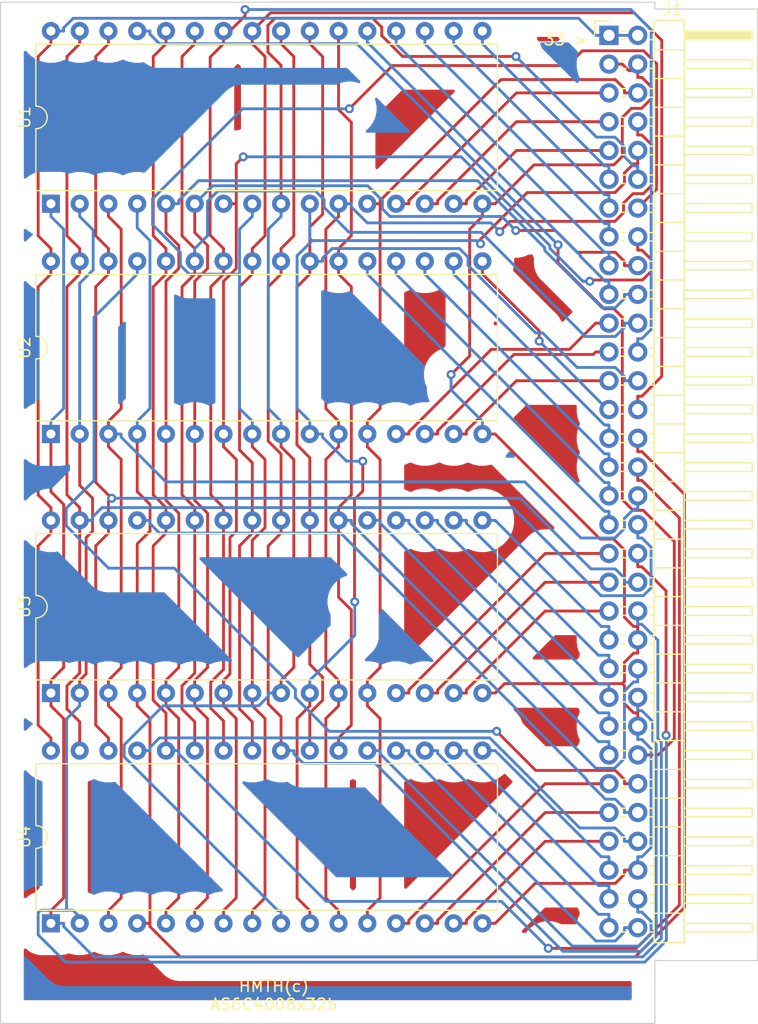
<source format=kicad_pcb>
(kicad_pcb (version 20171130) (host pcbnew "(5.1.5-0-10_14)")

  (general
    (thickness 1.6)
    (drawings 13)
    (tracks 882)
    (zones 0)
    (modules 5)
    (nets 60)
  )

  (page A4)
  (layers
    (0 F.Cu signal)
    (31 B.Cu signal)
    (32 B.Adhes user hide)
    (33 F.Adhes user hide)
    (34 B.Paste user hide)
    (35 F.Paste user hide)
    (36 B.SilkS user)
    (37 F.SilkS user)
    (38 B.Mask user)
    (39 F.Mask user)
    (40 Dwgs.User user hide)
    (41 Cmts.User user hide)
    (42 Eco1.User user hide)
    (43 Eco2.User user hide)
    (44 Edge.Cuts user)
    (45 Margin user hide)
    (46 B.CrtYd user hide)
    (47 F.CrtYd user hide)
    (48 B.Fab user hide)
    (49 F.Fab user hide)
  )

  (setup
    (last_trace_width 0.25)
    (trace_clearance 0.2)
    (zone_clearance 2)
    (zone_45_only no)
    (trace_min 0.2)
    (via_size 0.8)
    (via_drill 0.4)
    (via_min_size 0.4)
    (via_min_drill 0.3)
    (uvia_size 0.3)
    (uvia_drill 0.1)
    (uvias_allowed no)
    (uvia_min_size 0.2)
    (uvia_min_drill 0.1)
    (edge_width 0.05)
    (segment_width 0.2)
    (pcb_text_width 0.3)
    (pcb_text_size 1.5 1.5)
    (mod_edge_width 0.12)
    (mod_text_size 1 1)
    (mod_text_width 0.15)
    (pad_size 1.524 1.524)
    (pad_drill 0.762)
    (pad_to_mask_clearance 0.051)
    (solder_mask_min_width 0.25)
    (aux_axis_origin 0 0)
    (visible_elements FFFFFF7F)
    (pcbplotparams
      (layerselection 0x010f0_ffffffff)
      (usegerberextensions false)
      (usegerberattributes false)
      (usegerberadvancedattributes true)
      (creategerberjobfile true)
      (excludeedgelayer true)
      (linewidth 0.100000)
      (plotframeref false)
      (viasonmask false)
      (mode 1)
      (useauxorigin false)
      (hpglpennumber 1)
      (hpglpenspeed 20)
      (hpglpendiameter 15.000000)
      (psnegative false)
      (psa4output false)
      (plotreference true)
      (plotvalue true)
      (plotinvisibletext false)
      (padsonsilk false)
      (subtractmaskfromsilk true)
      (outputformat 1)
      (mirror false)
      (drillshape 0)
      (scaleselection 1)
      (outputdirectory "Gerber/"))
  )

  (net 0 "")
  (net 1 WE#0)
  (net 2 WE#1)
  (net 3 WE#2)
  (net 4 WE#3)
  (net 5 /A0)
  (net 6 /A1)
  (net 7 /A2)
  (net 8 /Vss)
  (net 9 /A3)
  (net 10 /A4)
  (net 11 /A5)
  (net 12 /A6)
  (net 13 /A7)
  (net 14 /A8)
  (net 15 /A9)
  (net 16 /A10)
  (net 17 /A11)
  (net 18 /A12)
  (net 19 /A13)
  (net 20 /A14)
  (net 21 /A15)
  (net 22 /A16)
  (net 23 /A17)
  (net 24 /A18)
  (net 25 /CE#)
  (net 26 /OE#)
  (net 27 D0_0)
  (net 28 D0_1)
  (net 29 D0_2)
  (net 30 D0_3)
  (net 31 D0_4)
  (net 32 D0_5)
  (net 33 D0_6)
  (net 34 D0_7)
  (net 35 D3_7)
  (net 36 D3_6)
  (net 37 D3_5)
  (net 38 D3_4)
  (net 39 D3_3)
  (net 40 D3_2)
  (net 41 D3_1)
  (net 42 D3_0)
  (net 43 D2_7)
  (net 44 D2_6)
  (net 45 D2_5)
  (net 46 D2_4)
  (net 47 D2_3)
  (net 48 D2_2)
  (net 49 D2_1)
  (net 50 D2_0)
  (net 51 D1_7)
  (net 52 D1_6)
  (net 53 D1_5)
  (net 54 D1_4)
  (net 55 D1_3)
  (net 56 D1_2)
  (net 57 D1_1)
  (net 58 D1_0)
  (net 59 /Vcc)

  (net_class Default "This is the default net class."
    (clearance 0.2)
    (trace_width 0.25)
    (via_dia 0.8)
    (via_drill 0.4)
    (uvia_dia 0.3)
    (uvia_drill 0.1)
    (add_net /A0)
    (add_net /A1)
    (add_net /A10)
    (add_net /A11)
    (add_net /A12)
    (add_net /A13)
    (add_net /A14)
    (add_net /A15)
    (add_net /A16)
    (add_net /A17)
    (add_net /A18)
    (add_net /A2)
    (add_net /A3)
    (add_net /A4)
    (add_net /A5)
    (add_net /A6)
    (add_net /A7)
    (add_net /A8)
    (add_net /A9)
    (add_net /CE#)
    (add_net /OE#)
    (add_net /Vcc)
    (add_net /Vss)
    (add_net D0_0)
    (add_net D0_1)
    (add_net D0_2)
    (add_net D0_3)
    (add_net D0_4)
    (add_net D0_5)
    (add_net D0_6)
    (add_net D0_7)
    (add_net D1_0)
    (add_net D1_1)
    (add_net D1_2)
    (add_net D1_3)
    (add_net D1_4)
    (add_net D1_5)
    (add_net D1_6)
    (add_net D1_7)
    (add_net D2_0)
    (add_net D2_1)
    (add_net D2_2)
    (add_net D2_3)
    (add_net D2_4)
    (add_net D2_5)
    (add_net D2_6)
    (add_net D2_7)
    (add_net D3_0)
    (add_net D3_1)
    (add_net D3_2)
    (add_net D3_3)
    (add_net D3_4)
    (add_net D3_5)
    (add_net D3_6)
    (add_net D3_7)
    (add_net WE#0)
    (add_net WE#1)
    (add_net WE#2)
    (add_net WE#3)
  )

  (module AS6C4008_32b:PinHeader_2x32_P2.54mm_top_bottom_cartridge (layer F.Cu) (tedit 5E1613BA) (tstamp 5DFB97F4)
    (at 146.431 58.801)
    (descr "Through hole angled pin header, 2x32, 2.54mm pitch, 6mm pin length, double rows")
    (tags "Through hole angled pin header THT 2x32 2.54mm double row")
    (path /5E0490BB)
    (fp_text reference J1 (at 5.655 -2.27) (layer F.SilkS)
      (effects (font (size 1 1) (thickness 0.15)))
    )
    (fp_text value Conn_02x32_Top_Bottom (at 5.655 81.01) (layer F.Fab)
      (effects (font (size 1 1) (thickness 0.15)))
    )
    (fp_text user %R (at 5.31 39.37 90) (layer F.Fab)
      (effects (font (size 1 1) (thickness 0.15)))
    )
    (fp_line (start 13.1 -1.8) (end -1.8 -1.8) (layer F.CrtYd) (width 0.05))
    (fp_line (start 13.1 80.55) (end 13.1 -1.8) (layer F.CrtYd) (width 0.05))
    (fp_line (start -1.8 80.55) (end 13.1 80.55) (layer F.CrtYd) (width 0.05))
    (fp_line (start -1.8 -1.8) (end -1.8 80.55) (layer F.CrtYd) (width 0.05))
    (fp_line (start -1.27 -1.27) (end 0 -1.27) (layer F.SilkS) (width 0.12))
    (fp_line (start -1.27 0) (end -1.27 -1.27) (layer F.SilkS) (width 0.12))
    (fp_line (start 1.042929 79.12) (end 1.497071 79.12) (layer F.SilkS) (width 0.12))
    (fp_line (start 1.042929 78.36) (end 1.497071 78.36) (layer F.SilkS) (width 0.12))
    (fp_line (start 3.582929 79.12) (end 3.98 79.12) (layer F.SilkS) (width 0.12))
    (fp_line (start 3.582929 78.36) (end 3.98 78.36) (layer F.SilkS) (width 0.12))
    (fp_line (start 12.64 79.12) (end 6.64 79.12) (layer F.SilkS) (width 0.12))
    (fp_line (start 12.64 78.36) (end 12.64 79.12) (layer F.SilkS) (width 0.12))
    (fp_line (start 6.64 78.36) (end 12.64 78.36) (layer F.SilkS) (width 0.12))
    (fp_line (start 3.98 77.47) (end 6.64 77.47) (layer F.SilkS) (width 0.12))
    (fp_line (start 1.042929 76.58) (end 1.497071 76.58) (layer F.SilkS) (width 0.12))
    (fp_line (start 1.042929 75.82) (end 1.497071 75.82) (layer F.SilkS) (width 0.12))
    (fp_line (start 3.582929 76.58) (end 3.98 76.58) (layer F.SilkS) (width 0.12))
    (fp_line (start 3.582929 75.82) (end 3.98 75.82) (layer F.SilkS) (width 0.12))
    (fp_line (start 12.64 76.58) (end 6.64 76.58) (layer F.SilkS) (width 0.12))
    (fp_line (start 12.64 75.82) (end 12.64 76.58) (layer F.SilkS) (width 0.12))
    (fp_line (start 6.64 75.82) (end 12.64 75.82) (layer F.SilkS) (width 0.12))
    (fp_line (start 3.98 74.93) (end 6.64 74.93) (layer F.SilkS) (width 0.12))
    (fp_line (start 1.042929 74.04) (end 1.497071 74.04) (layer F.SilkS) (width 0.12))
    (fp_line (start 1.042929 73.28) (end 1.497071 73.28) (layer F.SilkS) (width 0.12))
    (fp_line (start 3.582929 74.04) (end 3.98 74.04) (layer F.SilkS) (width 0.12))
    (fp_line (start 3.582929 73.28) (end 3.98 73.28) (layer F.SilkS) (width 0.12))
    (fp_line (start 12.64 74.04) (end 6.64 74.04) (layer F.SilkS) (width 0.12))
    (fp_line (start 12.64 73.28) (end 12.64 74.04) (layer F.SilkS) (width 0.12))
    (fp_line (start 6.64 73.28) (end 12.64 73.28) (layer F.SilkS) (width 0.12))
    (fp_line (start 3.98 72.39) (end 6.64 72.39) (layer F.SilkS) (width 0.12))
    (fp_line (start 1.042929 71.5) (end 1.497071 71.5) (layer F.SilkS) (width 0.12))
    (fp_line (start 1.042929 70.74) (end 1.497071 70.74) (layer F.SilkS) (width 0.12))
    (fp_line (start 3.582929 71.5) (end 3.98 71.5) (layer F.SilkS) (width 0.12))
    (fp_line (start 3.582929 70.74) (end 3.98 70.74) (layer F.SilkS) (width 0.12))
    (fp_line (start 12.64 71.5) (end 6.64 71.5) (layer F.SilkS) (width 0.12))
    (fp_line (start 12.64 70.74) (end 12.64 71.5) (layer F.SilkS) (width 0.12))
    (fp_line (start 6.64 70.74) (end 12.64 70.74) (layer F.SilkS) (width 0.12))
    (fp_line (start 3.98 69.85) (end 6.64 69.85) (layer F.SilkS) (width 0.12))
    (fp_line (start 1.042929 68.96) (end 1.497071 68.96) (layer F.SilkS) (width 0.12))
    (fp_line (start 1.042929 68.2) (end 1.497071 68.2) (layer F.SilkS) (width 0.12))
    (fp_line (start 3.582929 68.96) (end 3.98 68.96) (layer F.SilkS) (width 0.12))
    (fp_line (start 3.582929 68.2) (end 3.98 68.2) (layer F.SilkS) (width 0.12))
    (fp_line (start 12.64 68.96) (end 6.64 68.96) (layer F.SilkS) (width 0.12))
    (fp_line (start 12.64 68.2) (end 12.64 68.96) (layer F.SilkS) (width 0.12))
    (fp_line (start 6.64 68.2) (end 12.64 68.2) (layer F.SilkS) (width 0.12))
    (fp_line (start 3.98 67.31) (end 6.64 67.31) (layer F.SilkS) (width 0.12))
    (fp_line (start 1.042929 66.42) (end 1.497071 66.42) (layer F.SilkS) (width 0.12))
    (fp_line (start 1.042929 65.66) (end 1.497071 65.66) (layer F.SilkS) (width 0.12))
    (fp_line (start 3.582929 66.42) (end 3.98 66.42) (layer F.SilkS) (width 0.12))
    (fp_line (start 3.582929 65.66) (end 3.98 65.66) (layer F.SilkS) (width 0.12))
    (fp_line (start 12.64 66.42) (end 6.64 66.42) (layer F.SilkS) (width 0.12))
    (fp_line (start 12.64 65.66) (end 12.64 66.42) (layer F.SilkS) (width 0.12))
    (fp_line (start 6.64 65.66) (end 12.64 65.66) (layer F.SilkS) (width 0.12))
    (fp_line (start 3.98 64.77) (end 6.64 64.77) (layer F.SilkS) (width 0.12))
    (fp_line (start 1.042929 63.88) (end 1.497071 63.88) (layer F.SilkS) (width 0.12))
    (fp_line (start 1.042929 63.12) (end 1.497071 63.12) (layer F.SilkS) (width 0.12))
    (fp_line (start 3.582929 63.88) (end 3.98 63.88) (layer F.SilkS) (width 0.12))
    (fp_line (start 3.582929 63.12) (end 3.98 63.12) (layer F.SilkS) (width 0.12))
    (fp_line (start 12.64 63.88) (end 6.64 63.88) (layer F.SilkS) (width 0.12))
    (fp_line (start 12.64 63.12) (end 12.64 63.88) (layer F.SilkS) (width 0.12))
    (fp_line (start 6.64 63.12) (end 12.64 63.12) (layer F.SilkS) (width 0.12))
    (fp_line (start 3.98 62.23) (end 6.64 62.23) (layer F.SilkS) (width 0.12))
    (fp_line (start 1.042929 61.34) (end 1.497071 61.34) (layer F.SilkS) (width 0.12))
    (fp_line (start 1.042929 60.58) (end 1.497071 60.58) (layer F.SilkS) (width 0.12))
    (fp_line (start 3.582929 61.34) (end 3.98 61.34) (layer F.SilkS) (width 0.12))
    (fp_line (start 3.582929 60.58) (end 3.98 60.58) (layer F.SilkS) (width 0.12))
    (fp_line (start 12.64 61.34) (end 6.64 61.34) (layer F.SilkS) (width 0.12))
    (fp_line (start 12.64 60.58) (end 12.64 61.34) (layer F.SilkS) (width 0.12))
    (fp_line (start 6.64 60.58) (end 12.64 60.58) (layer F.SilkS) (width 0.12))
    (fp_line (start 3.98 59.69) (end 6.64 59.69) (layer F.SilkS) (width 0.12))
    (fp_line (start 1.042929 58.8) (end 1.497071 58.8) (layer F.SilkS) (width 0.12))
    (fp_line (start 1.042929 58.04) (end 1.497071 58.04) (layer F.SilkS) (width 0.12))
    (fp_line (start 3.582929 58.8) (end 3.98 58.8) (layer F.SilkS) (width 0.12))
    (fp_line (start 3.582929 58.04) (end 3.98 58.04) (layer F.SilkS) (width 0.12))
    (fp_line (start 12.64 58.8) (end 6.64 58.8) (layer F.SilkS) (width 0.12))
    (fp_line (start 12.64 58.04) (end 12.64 58.8) (layer F.SilkS) (width 0.12))
    (fp_line (start 6.64 58.04) (end 12.64 58.04) (layer F.SilkS) (width 0.12))
    (fp_line (start 3.98 57.15) (end 6.64 57.15) (layer F.SilkS) (width 0.12))
    (fp_line (start 1.042929 56.26) (end 1.497071 56.26) (layer F.SilkS) (width 0.12))
    (fp_line (start 1.042929 55.5) (end 1.497071 55.5) (layer F.SilkS) (width 0.12))
    (fp_line (start 3.582929 56.26) (end 3.98 56.26) (layer F.SilkS) (width 0.12))
    (fp_line (start 3.582929 55.5) (end 3.98 55.5) (layer F.SilkS) (width 0.12))
    (fp_line (start 12.64 56.26) (end 6.64 56.26) (layer F.SilkS) (width 0.12))
    (fp_line (start 12.64 55.5) (end 12.64 56.26) (layer F.SilkS) (width 0.12))
    (fp_line (start 6.64 55.5) (end 12.64 55.5) (layer F.SilkS) (width 0.12))
    (fp_line (start 3.98 54.61) (end 6.64 54.61) (layer F.SilkS) (width 0.12))
    (fp_line (start 1.042929 53.72) (end 1.497071 53.72) (layer F.SilkS) (width 0.12))
    (fp_line (start 1.042929 52.96) (end 1.497071 52.96) (layer F.SilkS) (width 0.12))
    (fp_line (start 3.582929 53.72) (end 3.98 53.72) (layer F.SilkS) (width 0.12))
    (fp_line (start 3.582929 52.96) (end 3.98 52.96) (layer F.SilkS) (width 0.12))
    (fp_line (start 12.64 53.72) (end 6.64 53.72) (layer F.SilkS) (width 0.12))
    (fp_line (start 12.64 52.96) (end 12.64 53.72) (layer F.SilkS) (width 0.12))
    (fp_line (start 6.64 52.96) (end 12.64 52.96) (layer F.SilkS) (width 0.12))
    (fp_line (start 3.98 52.07) (end 6.64 52.07) (layer F.SilkS) (width 0.12))
    (fp_line (start 1.042929 51.18) (end 1.497071 51.18) (layer F.SilkS) (width 0.12))
    (fp_line (start 1.042929 50.42) (end 1.497071 50.42) (layer F.SilkS) (width 0.12))
    (fp_line (start 3.582929 51.18) (end 3.98 51.18) (layer F.SilkS) (width 0.12))
    (fp_line (start 3.582929 50.42) (end 3.98 50.42) (layer F.SilkS) (width 0.12))
    (fp_line (start 12.64 51.18) (end 6.64 51.18) (layer F.SilkS) (width 0.12))
    (fp_line (start 12.64 50.42) (end 12.64 51.18) (layer F.SilkS) (width 0.12))
    (fp_line (start 6.64 50.42) (end 12.64 50.42) (layer F.SilkS) (width 0.12))
    (fp_line (start 3.98 49.53) (end 6.64 49.53) (layer F.SilkS) (width 0.12))
    (fp_line (start 1.042929 48.64) (end 1.497071 48.64) (layer F.SilkS) (width 0.12))
    (fp_line (start 1.042929 47.88) (end 1.497071 47.88) (layer F.SilkS) (width 0.12))
    (fp_line (start 3.582929 48.64) (end 3.98 48.64) (layer F.SilkS) (width 0.12))
    (fp_line (start 3.582929 47.88) (end 3.98 47.88) (layer F.SilkS) (width 0.12))
    (fp_line (start 12.64 48.64) (end 6.64 48.64) (layer F.SilkS) (width 0.12))
    (fp_line (start 12.64 47.88) (end 12.64 48.64) (layer F.SilkS) (width 0.12))
    (fp_line (start 6.64 47.88) (end 12.64 47.88) (layer F.SilkS) (width 0.12))
    (fp_line (start 3.98 46.99) (end 6.64 46.99) (layer F.SilkS) (width 0.12))
    (fp_line (start 1.042929 46.1) (end 1.497071 46.1) (layer F.SilkS) (width 0.12))
    (fp_line (start 1.042929 45.34) (end 1.497071 45.34) (layer F.SilkS) (width 0.12))
    (fp_line (start 3.582929 46.1) (end 3.98 46.1) (layer F.SilkS) (width 0.12))
    (fp_line (start 3.582929 45.34) (end 3.98 45.34) (layer F.SilkS) (width 0.12))
    (fp_line (start 12.64 46.1) (end 6.64 46.1) (layer F.SilkS) (width 0.12))
    (fp_line (start 12.64 45.34) (end 12.64 46.1) (layer F.SilkS) (width 0.12))
    (fp_line (start 6.64 45.34) (end 12.64 45.34) (layer F.SilkS) (width 0.12))
    (fp_line (start 3.98 44.45) (end 6.64 44.45) (layer F.SilkS) (width 0.12))
    (fp_line (start 1.042929 43.56) (end 1.497071 43.56) (layer F.SilkS) (width 0.12))
    (fp_line (start 1.042929 42.8) (end 1.497071 42.8) (layer F.SilkS) (width 0.12))
    (fp_line (start 3.582929 43.56) (end 3.98 43.56) (layer F.SilkS) (width 0.12))
    (fp_line (start 3.582929 42.8) (end 3.98 42.8) (layer F.SilkS) (width 0.12))
    (fp_line (start 12.64 43.56) (end 6.64 43.56) (layer F.SilkS) (width 0.12))
    (fp_line (start 12.64 42.8) (end 12.64 43.56) (layer F.SilkS) (width 0.12))
    (fp_line (start 6.64 42.8) (end 12.64 42.8) (layer F.SilkS) (width 0.12))
    (fp_line (start 3.98 41.91) (end 6.64 41.91) (layer F.SilkS) (width 0.12))
    (fp_line (start 1.042929 41.02) (end 1.497071 41.02) (layer F.SilkS) (width 0.12))
    (fp_line (start 1.042929 40.26) (end 1.497071 40.26) (layer F.SilkS) (width 0.12))
    (fp_line (start 3.582929 41.02) (end 3.98 41.02) (layer F.SilkS) (width 0.12))
    (fp_line (start 3.582929 40.26) (end 3.98 40.26) (layer F.SilkS) (width 0.12))
    (fp_line (start 12.64 41.02) (end 6.64 41.02) (layer F.SilkS) (width 0.12))
    (fp_line (start 12.64 40.26) (end 12.64 41.02) (layer F.SilkS) (width 0.12))
    (fp_line (start 6.64 40.26) (end 12.64 40.26) (layer F.SilkS) (width 0.12))
    (fp_line (start 3.98 39.37) (end 6.64 39.37) (layer F.SilkS) (width 0.12))
    (fp_line (start 1.042929 38.48) (end 1.497071 38.48) (layer F.SilkS) (width 0.12))
    (fp_line (start 1.042929 37.72) (end 1.497071 37.72) (layer F.SilkS) (width 0.12))
    (fp_line (start 3.582929 38.48) (end 3.98 38.48) (layer F.SilkS) (width 0.12))
    (fp_line (start 3.582929 37.72) (end 3.98 37.72) (layer F.SilkS) (width 0.12))
    (fp_line (start 12.64 38.48) (end 6.64 38.48) (layer F.SilkS) (width 0.12))
    (fp_line (start 12.64 37.72) (end 12.64 38.48) (layer F.SilkS) (width 0.12))
    (fp_line (start 6.64 37.72) (end 12.64 37.72) (layer F.SilkS) (width 0.12))
    (fp_line (start 3.98 36.83) (end 6.64 36.83) (layer F.SilkS) (width 0.12))
    (fp_line (start 1.042929 35.94) (end 1.497071 35.94) (layer F.SilkS) (width 0.12))
    (fp_line (start 1.042929 35.18) (end 1.497071 35.18) (layer F.SilkS) (width 0.12))
    (fp_line (start 3.582929 35.94) (end 3.98 35.94) (layer F.SilkS) (width 0.12))
    (fp_line (start 3.582929 35.18) (end 3.98 35.18) (layer F.SilkS) (width 0.12))
    (fp_line (start 12.64 35.94) (end 6.64 35.94) (layer F.SilkS) (width 0.12))
    (fp_line (start 12.64 35.18) (end 12.64 35.94) (layer F.SilkS) (width 0.12))
    (fp_line (start 6.64 35.18) (end 12.64 35.18) (layer F.SilkS) (width 0.12))
    (fp_line (start 3.98 34.29) (end 6.64 34.29) (layer F.SilkS) (width 0.12))
    (fp_line (start 1.042929 33.4) (end 1.497071 33.4) (layer F.SilkS) (width 0.12))
    (fp_line (start 1.042929 32.64) (end 1.497071 32.64) (layer F.SilkS) (width 0.12))
    (fp_line (start 3.582929 33.4) (end 3.98 33.4) (layer F.SilkS) (width 0.12))
    (fp_line (start 3.582929 32.64) (end 3.98 32.64) (layer F.SilkS) (width 0.12))
    (fp_line (start 12.64 33.4) (end 6.64 33.4) (layer F.SilkS) (width 0.12))
    (fp_line (start 12.64 32.64) (end 12.64 33.4) (layer F.SilkS) (width 0.12))
    (fp_line (start 6.64 32.64) (end 12.64 32.64) (layer F.SilkS) (width 0.12))
    (fp_line (start 3.98 31.75) (end 6.64 31.75) (layer F.SilkS) (width 0.12))
    (fp_line (start 1.042929 30.86) (end 1.497071 30.86) (layer F.SilkS) (width 0.12))
    (fp_line (start 1.042929 30.1) (end 1.497071 30.1) (layer F.SilkS) (width 0.12))
    (fp_line (start 3.582929 30.86) (end 3.98 30.86) (layer F.SilkS) (width 0.12))
    (fp_line (start 3.582929 30.1) (end 3.98 30.1) (layer F.SilkS) (width 0.12))
    (fp_line (start 12.64 30.86) (end 6.64 30.86) (layer F.SilkS) (width 0.12))
    (fp_line (start 12.64 30.1) (end 12.64 30.86) (layer F.SilkS) (width 0.12))
    (fp_line (start 6.64 30.1) (end 12.64 30.1) (layer F.SilkS) (width 0.12))
    (fp_line (start 3.98 29.21) (end 6.64 29.21) (layer F.SilkS) (width 0.12))
    (fp_line (start 1.042929 28.32) (end 1.497071 28.32) (layer F.SilkS) (width 0.12))
    (fp_line (start 1.042929 27.56) (end 1.497071 27.56) (layer F.SilkS) (width 0.12))
    (fp_line (start 3.582929 28.32) (end 3.98 28.32) (layer F.SilkS) (width 0.12))
    (fp_line (start 3.582929 27.56) (end 3.98 27.56) (layer F.SilkS) (width 0.12))
    (fp_line (start 12.64 28.32) (end 6.64 28.32) (layer F.SilkS) (width 0.12))
    (fp_line (start 12.64 27.56) (end 12.64 28.32) (layer F.SilkS) (width 0.12))
    (fp_line (start 6.64 27.56) (end 12.64 27.56) (layer F.SilkS) (width 0.12))
    (fp_line (start 3.98 26.67) (end 6.64 26.67) (layer F.SilkS) (width 0.12))
    (fp_line (start 1.042929 25.78) (end 1.497071 25.78) (layer F.SilkS) (width 0.12))
    (fp_line (start 1.042929 25.02) (end 1.497071 25.02) (layer F.SilkS) (width 0.12))
    (fp_line (start 3.582929 25.78) (end 3.98 25.78) (layer F.SilkS) (width 0.12))
    (fp_line (start 3.582929 25.02) (end 3.98 25.02) (layer F.SilkS) (width 0.12))
    (fp_line (start 12.64 25.78) (end 6.64 25.78) (layer F.SilkS) (width 0.12))
    (fp_line (start 12.64 25.02) (end 12.64 25.78) (layer F.SilkS) (width 0.12))
    (fp_line (start 6.64 25.02) (end 12.64 25.02) (layer F.SilkS) (width 0.12))
    (fp_line (start 3.98 24.13) (end 6.64 24.13) (layer F.SilkS) (width 0.12))
    (fp_line (start 1.042929 23.24) (end 1.497071 23.24) (layer F.SilkS) (width 0.12))
    (fp_line (start 1.042929 22.48) (end 1.497071 22.48) (layer F.SilkS) (width 0.12))
    (fp_line (start 3.582929 23.24) (end 3.98 23.24) (layer F.SilkS) (width 0.12))
    (fp_line (start 3.582929 22.48) (end 3.98 22.48) (layer F.SilkS) (width 0.12))
    (fp_line (start 12.64 23.24) (end 6.64 23.24) (layer F.SilkS) (width 0.12))
    (fp_line (start 12.64 22.48) (end 12.64 23.24) (layer F.SilkS) (width 0.12))
    (fp_line (start 6.64 22.48) (end 12.64 22.48) (layer F.SilkS) (width 0.12))
    (fp_line (start 3.98 21.59) (end 6.64 21.59) (layer F.SilkS) (width 0.12))
    (fp_line (start 1.042929 20.7) (end 1.497071 20.7) (layer F.SilkS) (width 0.12))
    (fp_line (start 1.042929 19.94) (end 1.497071 19.94) (layer F.SilkS) (width 0.12))
    (fp_line (start 3.582929 20.7) (end 3.98 20.7) (layer F.SilkS) (width 0.12))
    (fp_line (start 3.582929 19.94) (end 3.98 19.94) (layer F.SilkS) (width 0.12))
    (fp_line (start 12.64 20.7) (end 6.64 20.7) (layer F.SilkS) (width 0.12))
    (fp_line (start 12.64 19.94) (end 12.64 20.7) (layer F.SilkS) (width 0.12))
    (fp_line (start 6.64 19.94) (end 12.64 19.94) (layer F.SilkS) (width 0.12))
    (fp_line (start 3.98 19.05) (end 6.64 19.05) (layer F.SilkS) (width 0.12))
    (fp_line (start 1.042929 18.16) (end 1.497071 18.16) (layer F.SilkS) (width 0.12))
    (fp_line (start 1.042929 17.4) (end 1.497071 17.4) (layer F.SilkS) (width 0.12))
    (fp_line (start 3.582929 18.16) (end 3.98 18.16) (layer F.SilkS) (width 0.12))
    (fp_line (start 3.582929 17.4) (end 3.98 17.4) (layer F.SilkS) (width 0.12))
    (fp_line (start 12.64 18.16) (end 6.64 18.16) (layer F.SilkS) (width 0.12))
    (fp_line (start 12.64 17.4) (end 12.64 18.16) (layer F.SilkS) (width 0.12))
    (fp_line (start 6.64 17.4) (end 12.64 17.4) (layer F.SilkS) (width 0.12))
    (fp_line (start 3.98 16.51) (end 6.64 16.51) (layer F.SilkS) (width 0.12))
    (fp_line (start 1.042929 15.62) (end 1.497071 15.62) (layer F.SilkS) (width 0.12))
    (fp_line (start 1.042929 14.86) (end 1.497071 14.86) (layer F.SilkS) (width 0.12))
    (fp_line (start 3.582929 15.62) (end 3.98 15.62) (layer F.SilkS) (width 0.12))
    (fp_line (start 3.582929 14.86) (end 3.98 14.86) (layer F.SilkS) (width 0.12))
    (fp_line (start 12.64 15.62) (end 6.64 15.62) (layer F.SilkS) (width 0.12))
    (fp_line (start 12.64 14.86) (end 12.64 15.62) (layer F.SilkS) (width 0.12))
    (fp_line (start 6.64 14.86) (end 12.64 14.86) (layer F.SilkS) (width 0.12))
    (fp_line (start 3.98 13.97) (end 6.64 13.97) (layer F.SilkS) (width 0.12))
    (fp_line (start 1.042929 13.08) (end 1.497071 13.08) (layer F.SilkS) (width 0.12))
    (fp_line (start 1.042929 12.32) (end 1.497071 12.32) (layer F.SilkS) (width 0.12))
    (fp_line (start 3.582929 13.08) (end 3.98 13.08) (layer F.SilkS) (width 0.12))
    (fp_line (start 3.582929 12.32) (end 3.98 12.32) (layer F.SilkS) (width 0.12))
    (fp_line (start 12.64 13.08) (end 6.64 13.08) (layer F.SilkS) (width 0.12))
    (fp_line (start 12.64 12.32) (end 12.64 13.08) (layer F.SilkS) (width 0.12))
    (fp_line (start 6.64 12.32) (end 12.64 12.32) (layer F.SilkS) (width 0.12))
    (fp_line (start 3.98 11.43) (end 6.64 11.43) (layer F.SilkS) (width 0.12))
    (fp_line (start 1.042929 10.54) (end 1.497071 10.54) (layer F.SilkS) (width 0.12))
    (fp_line (start 1.042929 9.78) (end 1.497071 9.78) (layer F.SilkS) (width 0.12))
    (fp_line (start 3.582929 10.54) (end 3.98 10.54) (layer F.SilkS) (width 0.12))
    (fp_line (start 3.582929 9.78) (end 3.98 9.78) (layer F.SilkS) (width 0.12))
    (fp_line (start 12.64 10.54) (end 6.64 10.54) (layer F.SilkS) (width 0.12))
    (fp_line (start 12.64 9.78) (end 12.64 10.54) (layer F.SilkS) (width 0.12))
    (fp_line (start 6.64 9.78) (end 12.64 9.78) (layer F.SilkS) (width 0.12))
    (fp_line (start 3.98 8.89) (end 6.64 8.89) (layer F.SilkS) (width 0.12))
    (fp_line (start 1.042929 8) (end 1.497071 8) (layer F.SilkS) (width 0.12))
    (fp_line (start 1.042929 7.24) (end 1.497071 7.24) (layer F.SilkS) (width 0.12))
    (fp_line (start 3.582929 8) (end 3.98 8) (layer F.SilkS) (width 0.12))
    (fp_line (start 3.582929 7.24) (end 3.98 7.24) (layer F.SilkS) (width 0.12))
    (fp_line (start 12.64 8) (end 6.64 8) (layer F.SilkS) (width 0.12))
    (fp_line (start 12.64 7.24) (end 12.64 8) (layer F.SilkS) (width 0.12))
    (fp_line (start 6.64 7.24) (end 12.64 7.24) (layer F.SilkS) (width 0.12))
    (fp_line (start 3.98 6.35) (end 6.64 6.35) (layer F.SilkS) (width 0.12))
    (fp_line (start 1.042929 5.46) (end 1.497071 5.46) (layer F.SilkS) (width 0.12))
    (fp_line (start 1.042929 4.7) (end 1.497071 4.7) (layer F.SilkS) (width 0.12))
    (fp_line (start 3.582929 5.46) (end 3.98 5.46) (layer F.SilkS) (width 0.12))
    (fp_line (start 3.582929 4.7) (end 3.98 4.7) (layer F.SilkS) (width 0.12))
    (fp_line (start 12.64 5.46) (end 6.64 5.46) (layer F.SilkS) (width 0.12))
    (fp_line (start 12.64 4.7) (end 12.64 5.46) (layer F.SilkS) (width 0.12))
    (fp_line (start 6.64 4.7) (end 12.64 4.7) (layer F.SilkS) (width 0.12))
    (fp_line (start 3.98 3.81) (end 6.64 3.81) (layer F.SilkS) (width 0.12))
    (fp_line (start 1.042929 2.92) (end 1.497071 2.92) (layer F.SilkS) (width 0.12))
    (fp_line (start 1.042929 2.16) (end 1.497071 2.16) (layer F.SilkS) (width 0.12))
    (fp_line (start 3.582929 2.92) (end 3.98 2.92) (layer F.SilkS) (width 0.12))
    (fp_line (start 3.582929 2.16) (end 3.98 2.16) (layer F.SilkS) (width 0.12))
    (fp_line (start 12.64 2.92) (end 6.64 2.92) (layer F.SilkS) (width 0.12))
    (fp_line (start 12.64 2.16) (end 12.64 2.92) (layer F.SilkS) (width 0.12))
    (fp_line (start 6.64 2.16) (end 12.64 2.16) (layer F.SilkS) (width 0.12))
    (fp_line (start 3.98 1.27) (end 6.64 1.27) (layer F.SilkS) (width 0.12))
    (fp_line (start 1.11 0.38) (end 1.497071 0.38) (layer F.SilkS) (width 0.12))
    (fp_line (start 1.11 -0.38) (end 1.497071 -0.38) (layer F.SilkS) (width 0.12))
    (fp_line (start 3.582929 0.38) (end 3.98 0.38) (layer F.SilkS) (width 0.12))
    (fp_line (start 3.582929 -0.38) (end 3.98 -0.38) (layer F.SilkS) (width 0.12))
    (fp_line (start 6.64 0.28) (end 12.64 0.28) (layer F.SilkS) (width 0.12))
    (fp_line (start 6.64 0.16) (end 12.64 0.16) (layer F.SilkS) (width 0.12))
    (fp_line (start 6.64 0.04) (end 12.64 0.04) (layer F.SilkS) (width 0.12))
    (fp_line (start 6.64 -0.08) (end 12.64 -0.08) (layer F.SilkS) (width 0.12))
    (fp_line (start 6.64 -0.2) (end 12.64 -0.2) (layer F.SilkS) (width 0.12))
    (fp_line (start 6.64 -0.32) (end 12.64 -0.32) (layer F.SilkS) (width 0.12))
    (fp_line (start 12.64 0.38) (end 6.64 0.38) (layer F.SilkS) (width 0.12))
    (fp_line (start 12.64 -0.38) (end 12.64 0.38) (layer F.SilkS) (width 0.12))
    (fp_line (start 6.64 -0.38) (end 12.64 -0.38) (layer F.SilkS) (width 0.12))
    (fp_line (start 6.64 -1.33) (end 3.98 -1.33) (layer F.SilkS) (width 0.12))
    (fp_line (start 6.64 80.07) (end 6.64 -1.33) (layer F.SilkS) (width 0.12))
    (fp_line (start 3.98 80.07) (end 6.64 80.07) (layer F.SilkS) (width 0.12))
    (fp_line (start 3.98 -1.33) (end 3.98 80.07) (layer F.SilkS) (width 0.12))
    (fp_line (start 6.58 79.06) (end 12.58 79.06) (layer F.Fab) (width 0.1))
    (fp_line (start 12.58 78.42) (end 12.58 79.06) (layer F.Fab) (width 0.1))
    (fp_line (start 6.58 78.42) (end 12.58 78.42) (layer F.Fab) (width 0.1))
    (fp_line (start -0.32 79.06) (end 4.04 79.06) (layer F.Fab) (width 0.1))
    (fp_line (start -0.32 78.42) (end -0.32 79.06) (layer F.Fab) (width 0.1))
    (fp_line (start -0.32 78.42) (end 4.04 78.42) (layer F.Fab) (width 0.1))
    (fp_line (start 6.58 76.52) (end 12.58 76.52) (layer F.Fab) (width 0.1))
    (fp_line (start 12.58 75.88) (end 12.58 76.52) (layer F.Fab) (width 0.1))
    (fp_line (start 6.58 75.88) (end 12.58 75.88) (layer F.Fab) (width 0.1))
    (fp_line (start -0.32 76.52) (end 4.04 76.52) (layer F.Fab) (width 0.1))
    (fp_line (start -0.32 75.88) (end -0.32 76.52) (layer F.Fab) (width 0.1))
    (fp_line (start -0.32 75.88) (end 4.04 75.88) (layer F.Fab) (width 0.1))
    (fp_line (start 6.58 73.98) (end 12.58 73.98) (layer F.Fab) (width 0.1))
    (fp_line (start 12.58 73.34) (end 12.58 73.98) (layer F.Fab) (width 0.1))
    (fp_line (start 6.58 73.34) (end 12.58 73.34) (layer F.Fab) (width 0.1))
    (fp_line (start -0.32 73.98) (end 4.04 73.98) (layer F.Fab) (width 0.1))
    (fp_line (start -0.32 73.34) (end -0.32 73.98) (layer F.Fab) (width 0.1))
    (fp_line (start -0.32 73.34) (end 4.04 73.34) (layer F.Fab) (width 0.1))
    (fp_line (start 6.58 71.44) (end 12.58 71.44) (layer F.Fab) (width 0.1))
    (fp_line (start 12.58 70.8) (end 12.58 71.44) (layer F.Fab) (width 0.1))
    (fp_line (start 6.58 70.8) (end 12.58 70.8) (layer F.Fab) (width 0.1))
    (fp_line (start -0.32 71.44) (end 4.04 71.44) (layer F.Fab) (width 0.1))
    (fp_line (start -0.32 70.8) (end -0.32 71.44) (layer F.Fab) (width 0.1))
    (fp_line (start -0.32 70.8) (end 4.04 70.8) (layer F.Fab) (width 0.1))
    (fp_line (start 6.58 68.9) (end 12.58 68.9) (layer F.Fab) (width 0.1))
    (fp_line (start 12.58 68.26) (end 12.58 68.9) (layer F.Fab) (width 0.1))
    (fp_line (start 6.58 68.26) (end 12.58 68.26) (layer F.Fab) (width 0.1))
    (fp_line (start -0.32 68.9) (end 4.04 68.9) (layer F.Fab) (width 0.1))
    (fp_line (start -0.32 68.26) (end -0.32 68.9) (layer F.Fab) (width 0.1))
    (fp_line (start -0.32 68.26) (end 4.04 68.26) (layer F.Fab) (width 0.1))
    (fp_line (start 6.58 66.36) (end 12.58 66.36) (layer F.Fab) (width 0.1))
    (fp_line (start 12.58 65.72) (end 12.58 66.36) (layer F.Fab) (width 0.1))
    (fp_line (start 6.58 65.72) (end 12.58 65.72) (layer F.Fab) (width 0.1))
    (fp_line (start -0.32 66.36) (end 4.04 66.36) (layer F.Fab) (width 0.1))
    (fp_line (start -0.32 65.72) (end -0.32 66.36) (layer F.Fab) (width 0.1))
    (fp_line (start -0.32 65.72) (end 4.04 65.72) (layer F.Fab) (width 0.1))
    (fp_line (start 6.58 63.82) (end 12.58 63.82) (layer F.Fab) (width 0.1))
    (fp_line (start 12.58 63.18) (end 12.58 63.82) (layer F.Fab) (width 0.1))
    (fp_line (start 6.58 63.18) (end 12.58 63.18) (layer F.Fab) (width 0.1))
    (fp_line (start -0.32 63.82) (end 4.04 63.82) (layer F.Fab) (width 0.1))
    (fp_line (start -0.32 63.18) (end -0.32 63.82) (layer F.Fab) (width 0.1))
    (fp_line (start -0.32 63.18) (end 4.04 63.18) (layer F.Fab) (width 0.1))
    (fp_line (start 6.58 61.28) (end 12.58 61.28) (layer F.Fab) (width 0.1))
    (fp_line (start 12.58 60.64) (end 12.58 61.28) (layer F.Fab) (width 0.1))
    (fp_line (start 6.58 60.64) (end 12.58 60.64) (layer F.Fab) (width 0.1))
    (fp_line (start -0.32 61.28) (end 4.04 61.28) (layer F.Fab) (width 0.1))
    (fp_line (start -0.32 60.64) (end -0.32 61.28) (layer F.Fab) (width 0.1))
    (fp_line (start -0.32 60.64) (end 4.04 60.64) (layer F.Fab) (width 0.1))
    (fp_line (start 6.58 58.74) (end 12.58 58.74) (layer F.Fab) (width 0.1))
    (fp_line (start 12.58 58.1) (end 12.58 58.74) (layer F.Fab) (width 0.1))
    (fp_line (start 6.58 58.1) (end 12.58 58.1) (layer F.Fab) (width 0.1))
    (fp_line (start -0.32 58.74) (end 4.04 58.74) (layer F.Fab) (width 0.1))
    (fp_line (start -0.32 58.1) (end -0.32 58.74) (layer F.Fab) (width 0.1))
    (fp_line (start -0.32 58.1) (end 4.04 58.1) (layer F.Fab) (width 0.1))
    (fp_line (start 6.58 56.2) (end 12.58 56.2) (layer F.Fab) (width 0.1))
    (fp_line (start 12.58 55.56) (end 12.58 56.2) (layer F.Fab) (width 0.1))
    (fp_line (start 6.58 55.56) (end 12.58 55.56) (layer F.Fab) (width 0.1))
    (fp_line (start -0.32 56.2) (end 4.04 56.2) (layer F.Fab) (width 0.1))
    (fp_line (start -0.32 55.56) (end -0.32 56.2) (layer F.Fab) (width 0.1))
    (fp_line (start -0.32 55.56) (end 4.04 55.56) (layer F.Fab) (width 0.1))
    (fp_line (start 6.58 53.66) (end 12.58 53.66) (layer F.Fab) (width 0.1))
    (fp_line (start 12.58 53.02) (end 12.58 53.66) (layer F.Fab) (width 0.1))
    (fp_line (start 6.58 53.02) (end 12.58 53.02) (layer F.Fab) (width 0.1))
    (fp_line (start -0.32 53.66) (end 4.04 53.66) (layer F.Fab) (width 0.1))
    (fp_line (start -0.32 53.02) (end -0.32 53.66) (layer F.Fab) (width 0.1))
    (fp_line (start -0.32 53.02) (end 4.04 53.02) (layer F.Fab) (width 0.1))
    (fp_line (start 6.58 51.12) (end 12.58 51.12) (layer F.Fab) (width 0.1))
    (fp_line (start 12.58 50.48) (end 12.58 51.12) (layer F.Fab) (width 0.1))
    (fp_line (start 6.58 50.48) (end 12.58 50.48) (layer F.Fab) (width 0.1))
    (fp_line (start -0.32 51.12) (end 4.04 51.12) (layer F.Fab) (width 0.1))
    (fp_line (start -0.32 50.48) (end -0.32 51.12) (layer F.Fab) (width 0.1))
    (fp_line (start -0.32 50.48) (end 4.04 50.48) (layer F.Fab) (width 0.1))
    (fp_line (start 6.58 48.58) (end 12.58 48.58) (layer F.Fab) (width 0.1))
    (fp_line (start 12.58 47.94) (end 12.58 48.58) (layer F.Fab) (width 0.1))
    (fp_line (start 6.58 47.94) (end 12.58 47.94) (layer F.Fab) (width 0.1))
    (fp_line (start -0.32 48.58) (end 4.04 48.58) (layer F.Fab) (width 0.1))
    (fp_line (start -0.32 47.94) (end -0.32 48.58) (layer F.Fab) (width 0.1))
    (fp_line (start -0.32 47.94) (end 4.04 47.94) (layer F.Fab) (width 0.1))
    (fp_line (start 6.58 46.04) (end 12.58 46.04) (layer F.Fab) (width 0.1))
    (fp_line (start 12.58 45.4) (end 12.58 46.04) (layer F.Fab) (width 0.1))
    (fp_line (start 6.58 45.4) (end 12.58 45.4) (layer F.Fab) (width 0.1))
    (fp_line (start -0.32 46.04) (end 4.04 46.04) (layer F.Fab) (width 0.1))
    (fp_line (start -0.32 45.4) (end -0.32 46.04) (layer F.Fab) (width 0.1))
    (fp_line (start -0.32 45.4) (end 4.04 45.4) (layer F.Fab) (width 0.1))
    (fp_line (start 6.58 43.5) (end 12.58 43.5) (layer F.Fab) (width 0.1))
    (fp_line (start 12.58 42.86) (end 12.58 43.5) (layer F.Fab) (width 0.1))
    (fp_line (start 6.58 42.86) (end 12.58 42.86) (layer F.Fab) (width 0.1))
    (fp_line (start -0.32 43.5) (end 4.04 43.5) (layer F.Fab) (width 0.1))
    (fp_line (start -0.32 42.86) (end -0.32 43.5) (layer F.Fab) (width 0.1))
    (fp_line (start -0.32 42.86) (end 4.04 42.86) (layer F.Fab) (width 0.1))
    (fp_line (start 6.58 40.96) (end 12.58 40.96) (layer F.Fab) (width 0.1))
    (fp_line (start 12.58 40.32) (end 12.58 40.96) (layer F.Fab) (width 0.1))
    (fp_line (start 6.58 40.32) (end 12.58 40.32) (layer F.Fab) (width 0.1))
    (fp_line (start -0.32 40.96) (end 4.04 40.96) (layer F.Fab) (width 0.1))
    (fp_line (start -0.32 40.32) (end -0.32 40.96) (layer F.Fab) (width 0.1))
    (fp_line (start -0.32 40.32) (end 4.04 40.32) (layer F.Fab) (width 0.1))
    (fp_line (start 6.58 38.42) (end 12.58 38.42) (layer F.Fab) (width 0.1))
    (fp_line (start 12.58 37.78) (end 12.58 38.42) (layer F.Fab) (width 0.1))
    (fp_line (start 6.58 37.78) (end 12.58 37.78) (layer F.Fab) (width 0.1))
    (fp_line (start -0.32 38.42) (end 4.04 38.42) (layer F.Fab) (width 0.1))
    (fp_line (start -0.32 37.78) (end -0.32 38.42) (layer F.Fab) (width 0.1))
    (fp_line (start -0.32 37.78) (end 4.04 37.78) (layer F.Fab) (width 0.1))
    (fp_line (start 6.58 35.88) (end 12.58 35.88) (layer F.Fab) (width 0.1))
    (fp_line (start 12.58 35.24) (end 12.58 35.88) (layer F.Fab) (width 0.1))
    (fp_line (start 6.58 35.24) (end 12.58 35.24) (layer F.Fab) (width 0.1))
    (fp_line (start -0.32 35.88) (end 4.04 35.88) (layer F.Fab) (width 0.1))
    (fp_line (start -0.32 35.24) (end -0.32 35.88) (layer F.Fab) (width 0.1))
    (fp_line (start -0.32 35.24) (end 4.04 35.24) (layer F.Fab) (width 0.1))
    (fp_line (start 6.58 33.34) (end 12.58 33.34) (layer F.Fab) (width 0.1))
    (fp_line (start 12.58 32.7) (end 12.58 33.34) (layer F.Fab) (width 0.1))
    (fp_line (start 6.58 32.7) (end 12.58 32.7) (layer F.Fab) (width 0.1))
    (fp_line (start -0.32 33.34) (end 4.04 33.34) (layer F.Fab) (width 0.1))
    (fp_line (start -0.32 32.7) (end -0.32 33.34) (layer F.Fab) (width 0.1))
    (fp_line (start -0.32 32.7) (end 4.04 32.7) (layer F.Fab) (width 0.1))
    (fp_line (start 6.58 30.8) (end 12.58 30.8) (layer F.Fab) (width 0.1))
    (fp_line (start 12.58 30.16) (end 12.58 30.8) (layer F.Fab) (width 0.1))
    (fp_line (start 6.58 30.16) (end 12.58 30.16) (layer F.Fab) (width 0.1))
    (fp_line (start -0.32 30.8) (end 4.04 30.8) (layer F.Fab) (width 0.1))
    (fp_line (start -0.32 30.16) (end -0.32 30.8) (layer F.Fab) (width 0.1))
    (fp_line (start -0.32 30.16) (end 4.04 30.16) (layer F.Fab) (width 0.1))
    (fp_line (start 6.58 28.26) (end 12.58 28.26) (layer F.Fab) (width 0.1))
    (fp_line (start 12.58 27.62) (end 12.58 28.26) (layer F.Fab) (width 0.1))
    (fp_line (start 6.58 27.62) (end 12.58 27.62) (layer F.Fab) (width 0.1))
    (fp_line (start -0.32 28.26) (end 4.04 28.26) (layer F.Fab) (width 0.1))
    (fp_line (start -0.32 27.62) (end -0.32 28.26) (layer F.Fab) (width 0.1))
    (fp_line (start -0.32 27.62) (end 4.04 27.62) (layer F.Fab) (width 0.1))
    (fp_line (start 6.58 25.72) (end 12.58 25.72) (layer F.Fab) (width 0.1))
    (fp_line (start 12.58 25.08) (end 12.58 25.72) (layer F.Fab) (width 0.1))
    (fp_line (start 6.58 25.08) (end 12.58 25.08) (layer F.Fab) (width 0.1))
    (fp_line (start -0.32 25.72) (end 4.04 25.72) (layer F.Fab) (width 0.1))
    (fp_line (start -0.32 25.08) (end -0.32 25.72) (layer F.Fab) (width 0.1))
    (fp_line (start -0.32 25.08) (end 4.04 25.08) (layer F.Fab) (width 0.1))
    (fp_line (start 6.58 23.18) (end 12.58 23.18) (layer F.Fab) (width 0.1))
    (fp_line (start 12.58 22.54) (end 12.58 23.18) (layer F.Fab) (width 0.1))
    (fp_line (start 6.58 22.54) (end 12.58 22.54) (layer F.Fab) (width 0.1))
    (fp_line (start -0.32 23.18) (end 4.04 23.18) (layer F.Fab) (width 0.1))
    (fp_line (start -0.32 22.54) (end -0.32 23.18) (layer F.Fab) (width 0.1))
    (fp_line (start -0.32 22.54) (end 4.04 22.54) (layer F.Fab) (width 0.1))
    (fp_line (start 6.58 20.64) (end 12.58 20.64) (layer F.Fab) (width 0.1))
    (fp_line (start 12.58 20) (end 12.58 20.64) (layer F.Fab) (width 0.1))
    (fp_line (start 6.58 20) (end 12.58 20) (layer F.Fab) (width 0.1))
    (fp_line (start -0.32 20.64) (end 4.04 20.64) (layer F.Fab) (width 0.1))
    (fp_line (start -0.32 20) (end -0.32 20.64) (layer F.Fab) (width 0.1))
    (fp_line (start -0.32 20) (end 4.04 20) (layer F.Fab) (width 0.1))
    (fp_line (start 6.58 18.1) (end 12.58 18.1) (layer F.Fab) (width 0.1))
    (fp_line (start 12.58 17.46) (end 12.58 18.1) (layer F.Fab) (width 0.1))
    (fp_line (start 6.58 17.46) (end 12.58 17.46) (layer F.Fab) (width 0.1))
    (fp_line (start -0.32 18.1) (end 4.04 18.1) (layer F.Fab) (width 0.1))
    (fp_line (start -0.32 17.46) (end -0.32 18.1) (layer F.Fab) (width 0.1))
    (fp_line (start -0.32 17.46) (end 4.04 17.46) (layer F.Fab) (width 0.1))
    (fp_line (start 6.58 15.56) (end 12.58 15.56) (layer F.Fab) (width 0.1))
    (fp_line (start 12.58 14.92) (end 12.58 15.56) (layer F.Fab) (width 0.1))
    (fp_line (start 6.58 14.92) (end 12.58 14.92) (layer F.Fab) (width 0.1))
    (fp_line (start -0.32 15.56) (end 4.04 15.56) (layer F.Fab) (width 0.1))
    (fp_line (start -0.32 14.92) (end -0.32 15.56) (layer F.Fab) (width 0.1))
    (fp_line (start -0.32 14.92) (end 4.04 14.92) (layer F.Fab) (width 0.1))
    (fp_line (start 6.58 13.02) (end 12.58 13.02) (layer F.Fab) (width 0.1))
    (fp_line (start 12.58 12.38) (end 12.58 13.02) (layer F.Fab) (width 0.1))
    (fp_line (start 6.58 12.38) (end 12.58 12.38) (layer F.Fab) (width 0.1))
    (fp_line (start -0.32 13.02) (end 4.04 13.02) (layer F.Fab) (width 0.1))
    (fp_line (start -0.32 12.38) (end -0.32 13.02) (layer F.Fab) (width 0.1))
    (fp_line (start -0.32 12.38) (end 4.04 12.38) (layer F.Fab) (width 0.1))
    (fp_line (start 6.58 10.48) (end 12.58 10.48) (layer F.Fab) (width 0.1))
    (fp_line (start 12.58 9.84) (end 12.58 10.48) (layer F.Fab) (width 0.1))
    (fp_line (start 6.58 9.84) (end 12.58 9.84) (layer F.Fab) (width 0.1))
    (fp_line (start -0.32 10.48) (end 4.04 10.48) (layer F.Fab) (width 0.1))
    (fp_line (start -0.32 9.84) (end -0.32 10.48) (layer F.Fab) (width 0.1))
    (fp_line (start -0.32 9.84) (end 4.04 9.84) (layer F.Fab) (width 0.1))
    (fp_line (start 6.58 7.94) (end 12.58 7.94) (layer F.Fab) (width 0.1))
    (fp_line (start 12.58 7.3) (end 12.58 7.94) (layer F.Fab) (width 0.1))
    (fp_line (start 6.58 7.3) (end 12.58 7.3) (layer F.Fab) (width 0.1))
    (fp_line (start -0.32 7.94) (end 4.04 7.94) (layer F.Fab) (width 0.1))
    (fp_line (start -0.32 7.3) (end -0.32 7.94) (layer F.Fab) (width 0.1))
    (fp_line (start -0.32 7.3) (end 4.04 7.3) (layer F.Fab) (width 0.1))
    (fp_line (start 6.58 5.4) (end 12.58 5.4) (layer F.Fab) (width 0.1))
    (fp_line (start 12.58 4.76) (end 12.58 5.4) (layer F.Fab) (width 0.1))
    (fp_line (start 6.58 4.76) (end 12.58 4.76) (layer F.Fab) (width 0.1))
    (fp_line (start -0.32 5.4) (end 4.04 5.4) (layer F.Fab) (width 0.1))
    (fp_line (start -0.32 4.76) (end -0.32 5.4) (layer F.Fab) (width 0.1))
    (fp_line (start -0.32 4.76) (end 4.04 4.76) (layer F.Fab) (width 0.1))
    (fp_line (start 6.58 2.86) (end 12.58 2.86) (layer F.Fab) (width 0.1))
    (fp_line (start 12.58 2.22) (end 12.58 2.86) (layer F.Fab) (width 0.1))
    (fp_line (start 6.58 2.22) (end 12.58 2.22) (layer F.Fab) (width 0.1))
    (fp_line (start -0.32 2.86) (end 4.04 2.86) (layer F.Fab) (width 0.1))
    (fp_line (start -0.32 2.22) (end -0.32 2.86) (layer F.Fab) (width 0.1))
    (fp_line (start -0.32 2.22) (end 4.04 2.22) (layer F.Fab) (width 0.1))
    (fp_line (start 6.58 0.32) (end 12.58 0.32) (layer F.Fab) (width 0.1))
    (fp_line (start 12.58 -0.32) (end 12.58 0.32) (layer F.Fab) (width 0.1))
    (fp_line (start 6.58 -0.32) (end 12.58 -0.32) (layer F.Fab) (width 0.1))
    (fp_line (start -0.32 0.32) (end 4.04 0.32) (layer F.Fab) (width 0.1))
    (fp_line (start -0.32 -0.32) (end -0.32 0.32) (layer F.Fab) (width 0.1))
    (fp_line (start -0.32 -0.32) (end 4.04 -0.32) (layer F.Fab) (width 0.1))
    (fp_line (start 4.04 -0.635) (end 4.675 -1.27) (layer F.Fab) (width 0.1))
    (fp_line (start 4.04 80.01) (end 4.04 -0.635) (layer F.Fab) (width 0.1))
    (fp_line (start 6.58 80.01) (end 4.04 80.01) (layer F.Fab) (width 0.1))
    (fp_line (start 6.58 -1.27) (end 6.58 80.01) (layer F.Fab) (width 0.1))
    (fp_line (start 4.675 -1.27) (end 6.58 -1.27) (layer F.Fab) (width 0.1))
    (pad 32 thru_hole oval (at 2.54 78.74) (size 1.7 1.7) (drill 1) (layers *.Cu *.Mask)
      (net 36 D3_6))
    (pad 64 thru_hole oval (at 0 78.74) (size 1.7 1.7) (drill 1) (layers *.Cu *.Mask)
      (net 37 D3_5))
    (pad 31 thru_hole oval (at 2.54 76.2) (size 1.7 1.7) (drill 1) (layers *.Cu *.Mask)
      (net 35 D3_7))
    (pad 63 thru_hole oval (at 0 76.2) (size 1.7 1.7) (drill 1) (layers *.Cu *.Mask)
      (net 38 D3_4))
    (pad 30 thru_hole oval (at 2.54 73.66) (size 1.7 1.7) (drill 1) (layers *.Cu *.Mask)
      (net 8 /Vss))
    (pad 62 thru_hole oval (at 0 73.66) (size 1.7 1.7) (drill 1) (layers *.Cu *.Mask)
      (net 39 D3_3))
    (pad 29 thru_hole oval (at 2.54 71.12) (size 1.7 1.7) (drill 1) (layers *.Cu *.Mask)
      (net 4 WE#3))
    (pad 61 thru_hole oval (at 0 71.12) (size 1.7 1.7) (drill 1) (layers *.Cu *.Mask)
      (net 40 D3_2))
    (pad 28 thru_hole oval (at 2.54 68.58) (size 1.7 1.7) (drill 1) (layers *.Cu *.Mask)
      (net 3 WE#2))
    (pad 60 thru_hole oval (at 0 68.58) (size 1.7 1.7) (drill 1) (layers *.Cu *.Mask)
      (net 41 D3_1))
    (pad 27 thru_hole oval (at 2.54 66.04) (size 1.7 1.7) (drill 1) (layers *.Cu *.Mask)
      (net 2 WE#1))
    (pad 59 thru_hole oval (at 0 66.04) (size 1.7 1.7) (drill 1) (layers *.Cu *.Mask)
      (net 42 D3_0))
    (pad 26 thru_hole oval (at 2.54 63.5) (size 1.7 1.7) (drill 1) (layers *.Cu *.Mask)
      (net 1 WE#0))
    (pad 58 thru_hole oval (at 0 63.5) (size 1.7 1.7) (drill 1) (layers *.Cu *.Mask)
      (net 43 D2_7))
    (pad 25 thru_hole oval (at 2.54 60.96) (size 1.7 1.7) (drill 1) (layers *.Cu *.Mask)
      (net 8 /Vss))
    (pad 57 thru_hole oval (at 0 60.96) (size 1.7 1.7) (drill 1) (layers *.Cu *.Mask)
      (net 44 D2_6))
    (pad 24 thru_hole oval (at 2.54 58.42) (size 1.7 1.7) (drill 1) (layers *.Cu *.Mask)
      (net 26 /OE#))
    (pad 56 thru_hole oval (at 0 58.42) (size 1.7 1.7) (drill 1) (layers *.Cu *.Mask)
      (net 45 D2_5))
    (pad 23 thru_hole oval (at 2.54 55.88) (size 1.7 1.7) (drill 1) (layers *.Cu *.Mask)
      (net 25 /CE#))
    (pad 55 thru_hole oval (at 0 55.88) (size 1.7 1.7) (drill 1) (layers *.Cu *.Mask)
      (net 46 D2_4))
    (pad 22 thru_hole oval (at 2.54 53.34) (size 1.7 1.7) (drill 1) (layers *.Cu *.Mask)
      (net 8 /Vss))
    (pad 54 thru_hole oval (at 0 53.34) (size 1.7 1.7) (drill 1) (layers *.Cu *.Mask)
      (net 47 D2_3))
    (pad 21 thru_hole oval (at 2.54 50.8) (size 1.7 1.7) (drill 1) (layers *.Cu *.Mask)
      (net 24 /A18))
    (pad 53 thru_hole oval (at 0 50.8) (size 1.7 1.7) (drill 1) (layers *.Cu *.Mask)
      (net 48 D2_2))
    (pad 20 thru_hole oval (at 2.54 48.26) (size 1.7 1.7) (drill 1) (layers *.Cu *.Mask)
      (net 23 /A17))
    (pad 52 thru_hole oval (at 0 48.26) (size 1.7 1.7) (drill 1) (layers *.Cu *.Mask)
      (net 49 D2_1))
    (pad 19 thru_hole oval (at 2.54 45.72) (size 1.7 1.7) (drill 1) (layers *.Cu *.Mask)
      (net 22 /A16))
    (pad 51 thru_hole oval (at 0 45.72) (size 1.7 1.7) (drill 1) (layers *.Cu *.Mask)
      (net 50 D2_0))
    (pad 18 thru_hole oval (at 2.54 43.18) (size 1.7 1.7) (drill 1) (layers *.Cu *.Mask)
      (net 21 /A15))
    (pad 50 thru_hole oval (at 0 43.18) (size 1.7 1.7) (drill 1) (layers *.Cu *.Mask)
      (net 51 D1_7))
    (pad 17 thru_hole oval (at 2.54 40.64) (size 1.7 1.7) (drill 1) (layers *.Cu *.Mask)
      (net 20 /A14))
    (pad 49 thru_hole oval (at 0 40.64) (size 1.7 1.7) (drill 1) (layers *.Cu *.Mask)
      (net 52 D1_6))
    (pad 16 thru_hole oval (at 2.54 38.1) (size 1.7 1.7) (drill 1) (layers *.Cu *.Mask)
      (net 19 /A13))
    (pad 48 thru_hole oval (at 0 38.1) (size 1.7 1.7) (drill 1) (layers *.Cu *.Mask)
      (net 53 D1_5))
    (pad 15 thru_hole oval (at 2.54 35.56) (size 1.7 1.7) (drill 1) (layers *.Cu *.Mask)
      (net 18 /A12))
    (pad 47 thru_hole oval (at 0 35.56) (size 1.7 1.7) (drill 1) (layers *.Cu *.Mask)
      (net 54 D1_4))
    (pad 14 thru_hole oval (at 2.54 33.02) (size 1.7 1.7) (drill 1) (layers *.Cu *.Mask)
      (net 17 /A11))
    (pad 46 thru_hole oval (at 0 33.02) (size 1.7 1.7) (drill 1) (layers *.Cu *.Mask)
      (net 55 D1_3))
    (pad 13 thru_hole oval (at 2.54 30.48) (size 1.7 1.7) (drill 1) (layers *.Cu *.Mask)
      (net 16 /A10))
    (pad 45 thru_hole oval (at 0 30.48) (size 1.7 1.7) (drill 1) (layers *.Cu *.Mask)
      (net 56 D1_2))
    (pad 12 thru_hole oval (at 2.54 27.94) (size 1.7 1.7) (drill 1) (layers *.Cu *.Mask)
      (net 15 /A9))
    (pad 44 thru_hole oval (at 0 27.94) (size 1.7 1.7) (drill 1) (layers *.Cu *.Mask)
      (net 57 D1_1))
    (pad 11 thru_hole oval (at 2.54 25.4) (size 1.7 1.7) (drill 1) (layers *.Cu *.Mask)
      (net 14 /A8))
    (pad 43 thru_hole oval (at 0 25.4) (size 1.7 1.7) (drill 1) (layers *.Cu *.Mask)
      (net 58 D1_0))
    (pad 10 thru_hole oval (at 2.54 22.86) (size 1.7 1.7) (drill 1) (layers *.Cu *.Mask)
      (net 13 /A7))
    (pad 42 thru_hole oval (at 0 22.86) (size 1.7 1.7) (drill 1) (layers *.Cu *.Mask)
      (net 34 D0_7))
    (pad 9 thru_hole oval (at 2.54 20.32) (size 1.7 1.7) (drill 1) (layers *.Cu *.Mask)
      (net 12 /A6))
    (pad 41 thru_hole oval (at 0 20.32) (size 1.7 1.7) (drill 1) (layers *.Cu *.Mask)
      (net 33 D0_6))
    (pad 8 thru_hole oval (at 2.54 17.78) (size 1.7 1.7) (drill 1) (layers *.Cu *.Mask)
      (net 11 /A5))
    (pad 40 thru_hole oval (at 0 17.78) (size 1.7 1.7) (drill 1) (layers *.Cu *.Mask)
      (net 32 D0_5))
    (pad 7 thru_hole oval (at 2.54 15.24) (size 1.7 1.7) (drill 1) (layers *.Cu *.Mask)
      (net 10 /A4))
    (pad 39 thru_hole oval (at 0 15.24) (size 1.7 1.7) (drill 1) (layers *.Cu *.Mask)
      (net 31 D0_4))
    (pad 6 thru_hole oval (at 2.54 12.7) (size 1.7 1.7) (drill 1) (layers *.Cu *.Mask)
      (net 9 /A3))
    (pad 38 thru_hole oval (at 0 12.7) (size 1.7 1.7) (drill 1) (layers *.Cu *.Mask)
      (net 30 D0_3))
    (pad 5 thru_hole oval (at 2.54 10.16) (size 1.7 1.7) (drill 1) (layers *.Cu *.Mask)
      (net 7 /A2))
    (pad 37 thru_hole oval (at 0 10.16) (size 1.7 1.7) (drill 1) (layers *.Cu *.Mask)
      (net 29 D0_2))
    (pad 4 thru_hole oval (at 2.54 7.62) (size 1.7 1.7) (drill 1) (layers *.Cu *.Mask)
      (net 6 /A1))
    (pad 36 thru_hole oval (at 0 7.62) (size 1.7 1.7) (drill 1) (layers *.Cu *.Mask)
      (net 28 D0_1))
    (pad 3 thru_hole oval (at 2.54 5.08) (size 1.7 1.7) (drill 1) (layers *.Cu *.Mask)
      (net 5 /A0))
    (pad 35 thru_hole oval (at 0 5.08) (size 1.7 1.7) (drill 1) (layers *.Cu *.Mask)
      (net 27 D0_0))
    (pad 2 thru_hole oval (at 2.54 2.54) (size 1.7 1.7) (drill 1) (layers *.Cu *.Mask)
      (net 8 /Vss))
    (pad 34 thru_hole oval (at 0 2.54) (size 1.7 1.7) (drill 1) (layers *.Cu *.Mask)
      (net 8 /Vss))
    (pad 1 thru_hole oval (at 2.54 0) (size 1.7 1.7) (drill 1) (layers *.Cu *.Mask)
      (net 59 /Vcc))
    (pad 33 thru_hole rect (at 0 0) (size 1.7 1.7) (drill 1) (layers *.Cu *.Mask)
      (net 59 /Vcc))
    (model ${KISYS3DMOD}/Connector_PinHeader_2.54mm.3dshapes/PinHeader_2x32_P2.54mm_Horizontal.wrl
      (at (xyz 0 0 0))
      (scale (xyz 1 1 1))
      (rotate (xyz 0 0 0))
    )
  )

  (module Package_DIP:DIP-32_W15.24mm (layer F.Cu) (tedit 5A02E8C5) (tstamp 5DFB98C4)
    (at 97.155 137.16 90)
    (descr "32-lead though-hole mounted DIP package, row spacing 15.24 mm (600 mils)")
    (tags "THT DIP DIL PDIP 2.54mm 15.24mm 600mil")
    (path /5DE880B5)
    (fp_text reference U4 (at 7.62 -2.33 90) (layer F.SilkS)
      (effects (font (size 1 1) (thickness 0.15)))
    )
    (fp_text value AS6C4008-55PCN (at 7.62 40.43 90) (layer F.Fab)
      (effects (font (size 1 1) (thickness 0.15)))
    )
    (fp_text user %R (at 7.62 19.05 90) (layer F.Fab)
      (effects (font (size 1 1) (thickness 0.15)))
    )
    (fp_line (start 16.3 -1.55) (end -1.05 -1.55) (layer F.CrtYd) (width 0.05))
    (fp_line (start 16.3 39.65) (end 16.3 -1.55) (layer F.CrtYd) (width 0.05))
    (fp_line (start -1.05 39.65) (end 16.3 39.65) (layer F.CrtYd) (width 0.05))
    (fp_line (start -1.05 -1.55) (end -1.05 39.65) (layer F.CrtYd) (width 0.05))
    (fp_line (start 14.08 -1.33) (end 8.62 -1.33) (layer F.SilkS) (width 0.12))
    (fp_line (start 14.08 39.43) (end 14.08 -1.33) (layer F.SilkS) (width 0.12))
    (fp_line (start 1.16 39.43) (end 14.08 39.43) (layer F.SilkS) (width 0.12))
    (fp_line (start 1.16 -1.33) (end 1.16 39.43) (layer F.SilkS) (width 0.12))
    (fp_line (start 6.62 -1.33) (end 1.16 -1.33) (layer F.SilkS) (width 0.12))
    (fp_line (start 0.255 -0.27) (end 1.255 -1.27) (layer F.Fab) (width 0.1))
    (fp_line (start 0.255 39.37) (end 0.255 -0.27) (layer F.Fab) (width 0.1))
    (fp_line (start 14.985 39.37) (end 0.255 39.37) (layer F.Fab) (width 0.1))
    (fp_line (start 14.985 -1.27) (end 14.985 39.37) (layer F.Fab) (width 0.1))
    (fp_line (start 1.255 -1.27) (end 14.985 -1.27) (layer F.Fab) (width 0.1))
    (fp_arc (start 7.62 -1.33) (end 6.62 -1.33) (angle -180) (layer F.SilkS) (width 0.12))
    (pad 32 thru_hole oval (at 15.24 0 90) (size 1.6 1.6) (drill 0.8) (layers *.Cu *.Mask)
      (net 59 /Vcc))
    (pad 16 thru_hole oval (at 0 38.1 90) (size 1.6 1.6) (drill 0.8) (layers *.Cu *.Mask)
      (net 8 /Vss))
    (pad 31 thru_hole oval (at 15.24 2.54 90) (size 1.6 1.6) (drill 0.8) (layers *.Cu *.Mask)
      (net 21 /A15))
    (pad 15 thru_hole oval (at 0 35.56 90) (size 1.6 1.6) (drill 0.8) (layers *.Cu *.Mask)
      (net 40 D3_2))
    (pad 30 thru_hole oval (at 15.24 5.08 90) (size 1.6 1.6) (drill 0.8) (layers *.Cu *.Mask)
      (net 23 /A17))
    (pad 14 thru_hole oval (at 0 33.02 90) (size 1.6 1.6) (drill 0.8) (layers *.Cu *.Mask)
      (net 41 D3_1))
    (pad 29 thru_hole oval (at 15.24 7.62 90) (size 1.6 1.6) (drill 0.8) (layers *.Cu *.Mask)
      (net 4 WE#3))
    (pad 13 thru_hole oval (at 0 30.48 90) (size 1.6 1.6) (drill 0.8) (layers *.Cu *.Mask)
      (net 42 D3_0))
    (pad 28 thru_hole oval (at 15.24 10.16 90) (size 1.6 1.6) (drill 0.8) (layers *.Cu *.Mask)
      (net 19 /A13))
    (pad 12 thru_hole oval (at 0 27.94 90) (size 1.6 1.6) (drill 0.8) (layers *.Cu *.Mask)
      (net 5 /A0))
    (pad 27 thru_hole oval (at 15.24 12.7 90) (size 1.6 1.6) (drill 0.8) (layers *.Cu *.Mask)
      (net 14 /A8))
    (pad 11 thru_hole oval (at 0 25.4 90) (size 1.6 1.6) (drill 0.8) (layers *.Cu *.Mask)
      (net 6 /A1))
    (pad 26 thru_hole oval (at 15.24 15.24 90) (size 1.6 1.6) (drill 0.8) (layers *.Cu *.Mask)
      (net 15 /A9))
    (pad 10 thru_hole oval (at 0 22.86 90) (size 1.6 1.6) (drill 0.8) (layers *.Cu *.Mask)
      (net 7 /A2))
    (pad 25 thru_hole oval (at 15.24 17.78 90) (size 1.6 1.6) (drill 0.8) (layers *.Cu *.Mask)
      (net 17 /A11))
    (pad 9 thru_hole oval (at 0 20.32 90) (size 1.6 1.6) (drill 0.8) (layers *.Cu *.Mask)
      (net 9 /A3))
    (pad 24 thru_hole oval (at 15.24 20.32 90) (size 1.6 1.6) (drill 0.8) (layers *.Cu *.Mask)
      (net 26 /OE#))
    (pad 8 thru_hole oval (at 0 17.78 90) (size 1.6 1.6) (drill 0.8) (layers *.Cu *.Mask)
      (net 10 /A4))
    (pad 23 thru_hole oval (at 15.24 22.86 90) (size 1.6 1.6) (drill 0.8) (layers *.Cu *.Mask)
      (net 16 /A10))
    (pad 7 thru_hole oval (at 0 15.24 90) (size 1.6 1.6) (drill 0.8) (layers *.Cu *.Mask)
      (net 11 /A5))
    (pad 22 thru_hole oval (at 15.24 25.4 90) (size 1.6 1.6) (drill 0.8) (layers *.Cu *.Mask)
      (net 25 /CE#))
    (pad 6 thru_hole oval (at 0 12.7 90) (size 1.6 1.6) (drill 0.8) (layers *.Cu *.Mask)
      (net 12 /A6))
    (pad 21 thru_hole oval (at 15.24 27.94 90) (size 1.6 1.6) (drill 0.8) (layers *.Cu *.Mask)
      (net 35 D3_7))
    (pad 5 thru_hole oval (at 0 10.16 90) (size 1.6 1.6) (drill 0.8) (layers *.Cu *.Mask)
      (net 13 /A7))
    (pad 20 thru_hole oval (at 15.24 30.48 90) (size 1.6 1.6) (drill 0.8) (layers *.Cu *.Mask)
      (net 36 D3_6))
    (pad 4 thru_hole oval (at 0 7.62 90) (size 1.6 1.6) (drill 0.8) (layers *.Cu *.Mask)
      (net 18 /A12))
    (pad 19 thru_hole oval (at 15.24 33.02 90) (size 1.6 1.6) (drill 0.8) (layers *.Cu *.Mask)
      (net 37 D3_5))
    (pad 3 thru_hole oval (at 0 5.08 90) (size 1.6 1.6) (drill 0.8) (layers *.Cu *.Mask)
      (net 20 /A14))
    (pad 18 thru_hole oval (at 15.24 35.56 90) (size 1.6 1.6) (drill 0.8) (layers *.Cu *.Mask)
      (net 38 D3_4))
    (pad 2 thru_hole oval (at 0 2.54 90) (size 1.6 1.6) (drill 0.8) (layers *.Cu *.Mask)
      (net 22 /A16))
    (pad 17 thru_hole oval (at 15.24 38.1 90) (size 1.6 1.6) (drill 0.8) (layers *.Cu *.Mask)
      (net 39 D3_3))
    (pad 1 thru_hole rect (at 0 0 90) (size 1.6 1.6) (drill 0.8) (layers *.Cu *.Mask)
      (net 24 /A18))
    (model ${KISYS3DMOD}/Package_DIP.3dshapes/DIP-32_W15.24mm.wrl
      (at (xyz 0 0 0))
      (scale (xyz 1 1 1))
      (rotate (xyz 0 0 0))
    )
  )

  (module Package_DIP:DIP-32_W15.24mm (layer F.Cu) (tedit 5A02E8C5) (tstamp 5DFB9890)
    (at 97.155 116.84 90)
    (descr "32-lead though-hole mounted DIP package, row spacing 15.24 mm (600 mils)")
    (tags "THT DIP DIL PDIP 2.54mm 15.24mm 600mil")
    (path /5DE71CA0)
    (fp_text reference U3 (at 7.62 -2.33 90) (layer F.SilkS)
      (effects (font (size 1 1) (thickness 0.15)))
    )
    (fp_text value AS6C4008-55PCN (at 7.62 40.43 90) (layer F.Fab)
      (effects (font (size 1 1) (thickness 0.15)))
    )
    (fp_text user %R (at 7.62 19.05 90) (layer F.Fab)
      (effects (font (size 1 1) (thickness 0.15)))
    )
    (fp_line (start 16.3 -1.55) (end -1.05 -1.55) (layer F.CrtYd) (width 0.05))
    (fp_line (start 16.3 39.65) (end 16.3 -1.55) (layer F.CrtYd) (width 0.05))
    (fp_line (start -1.05 39.65) (end 16.3 39.65) (layer F.CrtYd) (width 0.05))
    (fp_line (start -1.05 -1.55) (end -1.05 39.65) (layer F.CrtYd) (width 0.05))
    (fp_line (start 14.08 -1.33) (end 8.62 -1.33) (layer F.SilkS) (width 0.12))
    (fp_line (start 14.08 39.43) (end 14.08 -1.33) (layer F.SilkS) (width 0.12))
    (fp_line (start 1.16 39.43) (end 14.08 39.43) (layer F.SilkS) (width 0.12))
    (fp_line (start 1.16 -1.33) (end 1.16 39.43) (layer F.SilkS) (width 0.12))
    (fp_line (start 6.62 -1.33) (end 1.16 -1.33) (layer F.SilkS) (width 0.12))
    (fp_line (start 0.255 -0.27) (end 1.255 -1.27) (layer F.Fab) (width 0.1))
    (fp_line (start 0.255 39.37) (end 0.255 -0.27) (layer F.Fab) (width 0.1))
    (fp_line (start 14.985 39.37) (end 0.255 39.37) (layer F.Fab) (width 0.1))
    (fp_line (start 14.985 -1.27) (end 14.985 39.37) (layer F.Fab) (width 0.1))
    (fp_line (start 1.255 -1.27) (end 14.985 -1.27) (layer F.Fab) (width 0.1))
    (fp_arc (start 7.62 -1.33) (end 6.62 -1.33) (angle -180) (layer F.SilkS) (width 0.12))
    (pad 32 thru_hole oval (at 15.24 0 90) (size 1.6 1.6) (drill 0.8) (layers *.Cu *.Mask)
      (net 59 /Vcc))
    (pad 16 thru_hole oval (at 0 38.1 90) (size 1.6 1.6) (drill 0.8) (layers *.Cu *.Mask)
      (net 8 /Vss))
    (pad 31 thru_hole oval (at 15.24 2.54 90) (size 1.6 1.6) (drill 0.8) (layers *.Cu *.Mask)
      (net 21 /A15))
    (pad 15 thru_hole oval (at 0 35.56 90) (size 1.6 1.6) (drill 0.8) (layers *.Cu *.Mask)
      (net 48 D2_2))
    (pad 30 thru_hole oval (at 15.24 5.08 90) (size 1.6 1.6) (drill 0.8) (layers *.Cu *.Mask)
      (net 23 /A17))
    (pad 14 thru_hole oval (at 0 33.02 90) (size 1.6 1.6) (drill 0.8) (layers *.Cu *.Mask)
      (net 49 D2_1))
    (pad 29 thru_hole oval (at 15.24 7.62 90) (size 1.6 1.6) (drill 0.8) (layers *.Cu *.Mask)
      (net 3 WE#2))
    (pad 13 thru_hole oval (at 0 30.48 90) (size 1.6 1.6) (drill 0.8) (layers *.Cu *.Mask)
      (net 50 D2_0))
    (pad 28 thru_hole oval (at 15.24 10.16 90) (size 1.6 1.6) (drill 0.8) (layers *.Cu *.Mask)
      (net 19 /A13))
    (pad 12 thru_hole oval (at 0 27.94 90) (size 1.6 1.6) (drill 0.8) (layers *.Cu *.Mask)
      (net 5 /A0))
    (pad 27 thru_hole oval (at 15.24 12.7 90) (size 1.6 1.6) (drill 0.8) (layers *.Cu *.Mask)
      (net 14 /A8))
    (pad 11 thru_hole oval (at 0 25.4 90) (size 1.6 1.6) (drill 0.8) (layers *.Cu *.Mask)
      (net 6 /A1))
    (pad 26 thru_hole oval (at 15.24 15.24 90) (size 1.6 1.6) (drill 0.8) (layers *.Cu *.Mask)
      (net 15 /A9))
    (pad 10 thru_hole oval (at 0 22.86 90) (size 1.6 1.6) (drill 0.8) (layers *.Cu *.Mask)
      (net 7 /A2))
    (pad 25 thru_hole oval (at 15.24 17.78 90) (size 1.6 1.6) (drill 0.8) (layers *.Cu *.Mask)
      (net 17 /A11))
    (pad 9 thru_hole oval (at 0 20.32 90) (size 1.6 1.6) (drill 0.8) (layers *.Cu *.Mask)
      (net 9 /A3))
    (pad 24 thru_hole oval (at 15.24 20.32 90) (size 1.6 1.6) (drill 0.8) (layers *.Cu *.Mask)
      (net 26 /OE#))
    (pad 8 thru_hole oval (at 0 17.78 90) (size 1.6 1.6) (drill 0.8) (layers *.Cu *.Mask)
      (net 10 /A4))
    (pad 23 thru_hole oval (at 15.24 22.86 90) (size 1.6 1.6) (drill 0.8) (layers *.Cu *.Mask)
      (net 16 /A10))
    (pad 7 thru_hole oval (at 0 15.24 90) (size 1.6 1.6) (drill 0.8) (layers *.Cu *.Mask)
      (net 11 /A5))
    (pad 22 thru_hole oval (at 15.24 25.4 90) (size 1.6 1.6) (drill 0.8) (layers *.Cu *.Mask)
      (net 25 /CE#))
    (pad 6 thru_hole oval (at 0 12.7 90) (size 1.6 1.6) (drill 0.8) (layers *.Cu *.Mask)
      (net 12 /A6))
    (pad 21 thru_hole oval (at 15.24 27.94 90) (size 1.6 1.6) (drill 0.8) (layers *.Cu *.Mask)
      (net 43 D2_7))
    (pad 5 thru_hole oval (at 0 10.16 90) (size 1.6 1.6) (drill 0.8) (layers *.Cu *.Mask)
      (net 13 /A7))
    (pad 20 thru_hole oval (at 15.24 30.48 90) (size 1.6 1.6) (drill 0.8) (layers *.Cu *.Mask)
      (net 44 D2_6))
    (pad 4 thru_hole oval (at 0 7.62 90) (size 1.6 1.6) (drill 0.8) (layers *.Cu *.Mask)
      (net 18 /A12))
    (pad 19 thru_hole oval (at 15.24 33.02 90) (size 1.6 1.6) (drill 0.8) (layers *.Cu *.Mask)
      (net 45 D2_5))
    (pad 3 thru_hole oval (at 0 5.08 90) (size 1.6 1.6) (drill 0.8) (layers *.Cu *.Mask)
      (net 20 /A14))
    (pad 18 thru_hole oval (at 15.24 35.56 90) (size 1.6 1.6) (drill 0.8) (layers *.Cu *.Mask)
      (net 46 D2_4))
    (pad 2 thru_hole oval (at 0 2.54 90) (size 1.6 1.6) (drill 0.8) (layers *.Cu *.Mask)
      (net 22 /A16))
    (pad 17 thru_hole oval (at 15.24 38.1 90) (size 1.6 1.6) (drill 0.8) (layers *.Cu *.Mask)
      (net 47 D2_3))
    (pad 1 thru_hole rect (at 0 0 90) (size 1.6 1.6) (drill 0.8) (layers *.Cu *.Mask)
      (net 24 /A18))
    (model ${KISYS3DMOD}/Package_DIP.3dshapes/DIP-32_W15.24mm.wrl
      (at (xyz 0 0 0))
      (scale (xyz 1 1 1))
      (rotate (xyz 0 0 0))
    )
  )

  (module Package_DIP:DIP-32_W15.24mm (layer F.Cu) (tedit 5A02E8C5) (tstamp 5DFB985C)
    (at 97.155 93.98 90)
    (descr "32-lead though-hole mounted DIP package, row spacing 15.24 mm (600 mils)")
    (tags "THT DIP DIL PDIP 2.54mm 15.24mm 600mil")
    (path /5DE6D71F)
    (fp_text reference U2 (at 7.62 -2.33 90) (layer F.SilkS)
      (effects (font (size 1 1) (thickness 0.15)))
    )
    (fp_text value AS6C4008-55PCN (at 7.62 40.43 90) (layer F.Fab)
      (effects (font (size 1 1) (thickness 0.15)))
    )
    (fp_text user %R (at 7.62 19.05 90) (layer F.Fab)
      (effects (font (size 1 1) (thickness 0.15)))
    )
    (fp_line (start 16.3 -1.55) (end -1.05 -1.55) (layer F.CrtYd) (width 0.05))
    (fp_line (start 16.3 39.65) (end 16.3 -1.55) (layer F.CrtYd) (width 0.05))
    (fp_line (start -1.05 39.65) (end 16.3 39.65) (layer F.CrtYd) (width 0.05))
    (fp_line (start -1.05 -1.55) (end -1.05 39.65) (layer F.CrtYd) (width 0.05))
    (fp_line (start 14.08 -1.33) (end 8.62 -1.33) (layer F.SilkS) (width 0.12))
    (fp_line (start 14.08 39.43) (end 14.08 -1.33) (layer F.SilkS) (width 0.12))
    (fp_line (start 1.16 39.43) (end 14.08 39.43) (layer F.SilkS) (width 0.12))
    (fp_line (start 1.16 -1.33) (end 1.16 39.43) (layer F.SilkS) (width 0.12))
    (fp_line (start 6.62 -1.33) (end 1.16 -1.33) (layer F.SilkS) (width 0.12))
    (fp_line (start 0.255 -0.27) (end 1.255 -1.27) (layer F.Fab) (width 0.1))
    (fp_line (start 0.255 39.37) (end 0.255 -0.27) (layer F.Fab) (width 0.1))
    (fp_line (start 14.985 39.37) (end 0.255 39.37) (layer F.Fab) (width 0.1))
    (fp_line (start 14.985 -1.27) (end 14.985 39.37) (layer F.Fab) (width 0.1))
    (fp_line (start 1.255 -1.27) (end 14.985 -1.27) (layer F.Fab) (width 0.1))
    (fp_arc (start 7.62 -1.33) (end 6.62 -1.33) (angle -180) (layer F.SilkS) (width 0.12))
    (pad 32 thru_hole oval (at 15.24 0 90) (size 1.6 1.6) (drill 0.8) (layers *.Cu *.Mask)
      (net 59 /Vcc))
    (pad 16 thru_hole oval (at 0 38.1 90) (size 1.6 1.6) (drill 0.8) (layers *.Cu *.Mask)
      (net 8 /Vss))
    (pad 31 thru_hole oval (at 15.24 2.54 90) (size 1.6 1.6) (drill 0.8) (layers *.Cu *.Mask)
      (net 21 /A15))
    (pad 15 thru_hole oval (at 0 35.56 90) (size 1.6 1.6) (drill 0.8) (layers *.Cu *.Mask)
      (net 56 D1_2))
    (pad 30 thru_hole oval (at 15.24 5.08 90) (size 1.6 1.6) (drill 0.8) (layers *.Cu *.Mask)
      (net 23 /A17))
    (pad 14 thru_hole oval (at 0 33.02 90) (size 1.6 1.6) (drill 0.8) (layers *.Cu *.Mask)
      (net 57 D1_1))
    (pad 29 thru_hole oval (at 15.24 7.62 90) (size 1.6 1.6) (drill 0.8) (layers *.Cu *.Mask)
      (net 2 WE#1))
    (pad 13 thru_hole oval (at 0 30.48 90) (size 1.6 1.6) (drill 0.8) (layers *.Cu *.Mask)
      (net 58 D1_0))
    (pad 28 thru_hole oval (at 15.24 10.16 90) (size 1.6 1.6) (drill 0.8) (layers *.Cu *.Mask)
      (net 19 /A13))
    (pad 12 thru_hole oval (at 0 27.94 90) (size 1.6 1.6) (drill 0.8) (layers *.Cu *.Mask)
      (net 5 /A0))
    (pad 27 thru_hole oval (at 15.24 12.7 90) (size 1.6 1.6) (drill 0.8) (layers *.Cu *.Mask)
      (net 14 /A8))
    (pad 11 thru_hole oval (at 0 25.4 90) (size 1.6 1.6) (drill 0.8) (layers *.Cu *.Mask)
      (net 6 /A1))
    (pad 26 thru_hole oval (at 15.24 15.24 90) (size 1.6 1.6) (drill 0.8) (layers *.Cu *.Mask)
      (net 15 /A9))
    (pad 10 thru_hole oval (at 0 22.86 90) (size 1.6 1.6) (drill 0.8) (layers *.Cu *.Mask)
      (net 7 /A2))
    (pad 25 thru_hole oval (at 15.24 17.78 90) (size 1.6 1.6) (drill 0.8) (layers *.Cu *.Mask)
      (net 17 /A11))
    (pad 9 thru_hole oval (at 0 20.32 90) (size 1.6 1.6) (drill 0.8) (layers *.Cu *.Mask)
      (net 9 /A3))
    (pad 24 thru_hole oval (at 15.24 20.32 90) (size 1.6 1.6) (drill 0.8) (layers *.Cu *.Mask)
      (net 26 /OE#))
    (pad 8 thru_hole oval (at 0 17.78 90) (size 1.6 1.6) (drill 0.8) (layers *.Cu *.Mask)
      (net 10 /A4))
    (pad 23 thru_hole oval (at 15.24 22.86 90) (size 1.6 1.6) (drill 0.8) (layers *.Cu *.Mask)
      (net 16 /A10))
    (pad 7 thru_hole oval (at 0 15.24 90) (size 1.6 1.6) (drill 0.8) (layers *.Cu *.Mask)
      (net 11 /A5))
    (pad 22 thru_hole oval (at 15.24 25.4 90) (size 1.6 1.6) (drill 0.8) (layers *.Cu *.Mask)
      (net 25 /CE#))
    (pad 6 thru_hole oval (at 0 12.7 90) (size 1.6 1.6) (drill 0.8) (layers *.Cu *.Mask)
      (net 12 /A6))
    (pad 21 thru_hole oval (at 15.24 27.94 90) (size 1.6 1.6) (drill 0.8) (layers *.Cu *.Mask)
      (net 51 D1_7))
    (pad 5 thru_hole oval (at 0 10.16 90) (size 1.6 1.6) (drill 0.8) (layers *.Cu *.Mask)
      (net 13 /A7))
    (pad 20 thru_hole oval (at 15.24 30.48 90) (size 1.6 1.6) (drill 0.8) (layers *.Cu *.Mask)
      (net 52 D1_6))
    (pad 4 thru_hole oval (at 0 7.62 90) (size 1.6 1.6) (drill 0.8) (layers *.Cu *.Mask)
      (net 18 /A12))
    (pad 19 thru_hole oval (at 15.24 33.02 90) (size 1.6 1.6) (drill 0.8) (layers *.Cu *.Mask)
      (net 53 D1_5))
    (pad 3 thru_hole oval (at 0 5.08 90) (size 1.6 1.6) (drill 0.8) (layers *.Cu *.Mask)
      (net 20 /A14))
    (pad 18 thru_hole oval (at 15.24 35.56 90) (size 1.6 1.6) (drill 0.8) (layers *.Cu *.Mask)
      (net 54 D1_4))
    (pad 2 thru_hole oval (at 0 2.54 90) (size 1.6 1.6) (drill 0.8) (layers *.Cu *.Mask)
      (net 22 /A16))
    (pad 17 thru_hole oval (at 15.24 38.1 90) (size 1.6 1.6) (drill 0.8) (layers *.Cu *.Mask)
      (net 55 D1_3))
    (pad 1 thru_hole rect (at 0 0 90) (size 1.6 1.6) (drill 0.8) (layers *.Cu *.Mask)
      (net 24 /A18))
    (model ${KISYS3DMOD}/Package_DIP.3dshapes/DIP-32_W15.24mm.wrl
      (at (xyz 0 0 0))
      (scale (xyz 1 1 1))
      (rotate (xyz 0 0 0))
    )
  )

  (module Package_DIP:DIP-32_W15.24mm (layer F.Cu) (tedit 5A02E8C5) (tstamp 5DFB9828)
    (at 97.155 73.66 90)
    (descr "32-lead though-hole mounted DIP package, row spacing 15.24 mm (600 mils)")
    (tags "THT DIP DIL PDIP 2.54mm 15.24mm 600mil")
    (path /5DE4D8D2)
    (fp_text reference U1 (at 7.62 -2.33 90) (layer F.SilkS)
      (effects (font (size 1 1) (thickness 0.15)))
    )
    (fp_text value AS6C4008-55PCN (at 7.62 40.43 90) (layer F.Fab)
      (effects (font (size 1 1) (thickness 0.15)))
    )
    (fp_text user %R (at 7.62 19.05 90) (layer F.Fab)
      (effects (font (size 1 1) (thickness 0.15)))
    )
    (fp_line (start 16.3 -1.55) (end -1.05 -1.55) (layer F.CrtYd) (width 0.05))
    (fp_line (start 16.3 39.65) (end 16.3 -1.55) (layer F.CrtYd) (width 0.05))
    (fp_line (start -1.05 39.65) (end 16.3 39.65) (layer F.CrtYd) (width 0.05))
    (fp_line (start -1.05 -1.55) (end -1.05 39.65) (layer F.CrtYd) (width 0.05))
    (fp_line (start 14.08 -1.33) (end 8.62 -1.33) (layer F.SilkS) (width 0.12))
    (fp_line (start 14.08 39.43) (end 14.08 -1.33) (layer F.SilkS) (width 0.12))
    (fp_line (start 1.16 39.43) (end 14.08 39.43) (layer F.SilkS) (width 0.12))
    (fp_line (start 1.16 -1.33) (end 1.16 39.43) (layer F.SilkS) (width 0.12))
    (fp_line (start 6.62 -1.33) (end 1.16 -1.33) (layer F.SilkS) (width 0.12))
    (fp_line (start 0.255 -0.27) (end 1.255 -1.27) (layer F.Fab) (width 0.1))
    (fp_line (start 0.255 39.37) (end 0.255 -0.27) (layer F.Fab) (width 0.1))
    (fp_line (start 14.985 39.37) (end 0.255 39.37) (layer F.Fab) (width 0.1))
    (fp_line (start 14.985 -1.27) (end 14.985 39.37) (layer F.Fab) (width 0.1))
    (fp_line (start 1.255 -1.27) (end 14.985 -1.27) (layer F.Fab) (width 0.1))
    (fp_arc (start 7.62 -1.33) (end 6.62 -1.33) (angle -180) (layer F.SilkS) (width 0.12))
    (pad 32 thru_hole oval (at 15.24 0 90) (size 1.6 1.6) (drill 0.8) (layers *.Cu *.Mask)
      (net 59 /Vcc))
    (pad 16 thru_hole oval (at 0 38.1 90) (size 1.6 1.6) (drill 0.8) (layers *.Cu *.Mask)
      (net 8 /Vss))
    (pad 31 thru_hole oval (at 15.24 2.54 90) (size 1.6 1.6) (drill 0.8) (layers *.Cu *.Mask)
      (net 21 /A15))
    (pad 15 thru_hole oval (at 0 35.56 90) (size 1.6 1.6) (drill 0.8) (layers *.Cu *.Mask)
      (net 29 D0_2))
    (pad 30 thru_hole oval (at 15.24 5.08 90) (size 1.6 1.6) (drill 0.8) (layers *.Cu *.Mask)
      (net 23 /A17))
    (pad 14 thru_hole oval (at 0 33.02 90) (size 1.6 1.6) (drill 0.8) (layers *.Cu *.Mask)
      (net 28 D0_1))
    (pad 29 thru_hole oval (at 15.24 7.62 90) (size 1.6 1.6) (drill 0.8) (layers *.Cu *.Mask)
      (net 1 WE#0))
    (pad 13 thru_hole oval (at 0 30.48 90) (size 1.6 1.6) (drill 0.8) (layers *.Cu *.Mask)
      (net 27 D0_0))
    (pad 28 thru_hole oval (at 15.24 10.16 90) (size 1.6 1.6) (drill 0.8) (layers *.Cu *.Mask)
      (net 19 /A13))
    (pad 12 thru_hole oval (at 0 27.94 90) (size 1.6 1.6) (drill 0.8) (layers *.Cu *.Mask)
      (net 5 /A0))
    (pad 27 thru_hole oval (at 15.24 12.7 90) (size 1.6 1.6) (drill 0.8) (layers *.Cu *.Mask)
      (net 14 /A8))
    (pad 11 thru_hole oval (at 0 25.4 90) (size 1.6 1.6) (drill 0.8) (layers *.Cu *.Mask)
      (net 6 /A1))
    (pad 26 thru_hole oval (at 15.24 15.24 90) (size 1.6 1.6) (drill 0.8) (layers *.Cu *.Mask)
      (net 15 /A9))
    (pad 10 thru_hole oval (at 0 22.86 90) (size 1.6 1.6) (drill 0.8) (layers *.Cu *.Mask)
      (net 7 /A2))
    (pad 25 thru_hole oval (at 15.24 17.78 90) (size 1.6 1.6) (drill 0.8) (layers *.Cu *.Mask)
      (net 17 /A11))
    (pad 9 thru_hole oval (at 0 20.32 90) (size 1.6 1.6) (drill 0.8) (layers *.Cu *.Mask)
      (net 9 /A3))
    (pad 24 thru_hole oval (at 15.24 20.32 90) (size 1.6 1.6) (drill 0.8) (layers *.Cu *.Mask)
      (net 26 /OE#))
    (pad 8 thru_hole oval (at 0 17.78 90) (size 1.6 1.6) (drill 0.8) (layers *.Cu *.Mask)
      (net 10 /A4))
    (pad 23 thru_hole oval (at 15.24 22.86 90) (size 1.6 1.6) (drill 0.8) (layers *.Cu *.Mask)
      (net 16 /A10))
    (pad 7 thru_hole oval (at 0 15.24 90) (size 1.6 1.6) (drill 0.8) (layers *.Cu *.Mask)
      (net 11 /A5))
    (pad 22 thru_hole oval (at 15.24 25.4 90) (size 1.6 1.6) (drill 0.8) (layers *.Cu *.Mask)
      (net 25 /CE#))
    (pad 6 thru_hole oval (at 0 12.7 90) (size 1.6 1.6) (drill 0.8) (layers *.Cu *.Mask)
      (net 12 /A6))
    (pad 21 thru_hole oval (at 15.24 27.94 90) (size 1.6 1.6) (drill 0.8) (layers *.Cu *.Mask)
      (net 34 D0_7))
    (pad 5 thru_hole oval (at 0 10.16 90) (size 1.6 1.6) (drill 0.8) (layers *.Cu *.Mask)
      (net 13 /A7))
    (pad 20 thru_hole oval (at 15.24 30.48 90) (size 1.6 1.6) (drill 0.8) (layers *.Cu *.Mask)
      (net 33 D0_6))
    (pad 4 thru_hole oval (at 0 7.62 90) (size 1.6 1.6) (drill 0.8) (layers *.Cu *.Mask)
      (net 18 /A12))
    (pad 19 thru_hole oval (at 15.24 33.02 90) (size 1.6 1.6) (drill 0.8) (layers *.Cu *.Mask)
      (net 32 D0_5))
    (pad 3 thru_hole oval (at 0 5.08 90) (size 1.6 1.6) (drill 0.8) (layers *.Cu *.Mask)
      (net 20 /A14))
    (pad 18 thru_hole oval (at 15.24 35.56 90) (size 1.6 1.6) (drill 0.8) (layers *.Cu *.Mask)
      (net 31 D0_4))
    (pad 2 thru_hole oval (at 0 2.54 90) (size 1.6 1.6) (drill 0.8) (layers *.Cu *.Mask)
      (net 22 /A16))
    (pad 17 thru_hole oval (at 15.24 38.1 90) (size 1.6 1.6) (drill 0.8) (layers *.Cu *.Mask)
      (net 30 D0_3))
    (pad 1 thru_hole rect (at 0 0 90) (size 1.6 1.6) (drill 0.8) (layers *.Cu *.Mask)
      (net 24 /A18))
    (model ${KISYS3DMOD}/Package_DIP.3dshapes/DIP-32_W15.24mm.wrl
      (at (xyz 0 0 0))
      (scale (xyz 1 1 1))
      (rotate (xyz 0 0 0))
    )
  )

  (gr_text "33 >" (at 142.621 59.182) (layer F.SilkS)
    (effects (font (size 1 1) (thickness 0.15)))
  )
  (gr_line (start 150.4823 55.88) (end 150.4823 56.4515) (layer Edge.Cuts) (width 0.1))
  (gr_line (start 92.71 55.88) (end 150.4823 55.88) (layer Edge.Cuts) (width 0.1))
  (gr_line (start 92.71 145.9865) (end 92.71 55.88) (layer Edge.Cuts) (width 0.1))
  (gr_line (start 150.4823 145.9865) (end 92.71 145.9865) (layer Edge.Cuts) (width 0.1))
  (gr_line (start 150.4823 140.4493) (end 150.4823 145.9865) (layer Edge.Cuts) (width 0.1))
  (gr_line (start 159.5501 140.4493) (end 150.4823 140.4493) (layer Edge.Cuts) (width 0.1))
  (gr_line (start 159.5501 56.4769) (end 159.5501 140.4493) (layer Edge.Cuts) (width 0.1))
  (gr_line (start 150.4823 56.4769) (end 159.5501 56.4769) (layer Edge.Cuts) (width 0.1))
  (gr_line (start 150.495 56.4642) (end 150.4823 56.4769) (layer Edge.Cuts) (width 0.1))
  (gr_line (start 150.495 56.4515) (end 150.495 56.4642) (layer Edge.Cuts) (width 0.1))
  (gr_line (start 150.4823 56.4515) (end 150.495 56.4515) (layer Edge.Cuts) (width 0.1))
  (gr_text "HMTH(c)\nAS6C4008x32b" (at 116.84 143.51) (layer F.SilkS)
    (effects (font (size 1 1) (thickness 0.15)))
  )

  (segment (start 104.775 58.42) (end 105.9003 58.42) (width 0.25) (layer B.Cu) (net 1))
  (segment (start 141.9327 77.2907) (end 141.9327 78.8606) (width 0.25) (layer F.Cu) (net 1))
  (segment (start 141.9327 78.8606) (end 146.0031 82.931) (width 0.25) (layer F.Cu) (net 1))
  (segment (start 146.0031 82.931) (end 146.8643 82.931) (width 0.25) (layer F.Cu) (net 1))
  (segment (start 146.8643 82.931) (end 147.6063 83.673) (width 0.25) (layer F.Cu) (net 1))
  (segment (start 147.6063 83.673) (end 147.6063 99.7703) (width 0.25) (layer F.Cu) (net 1))
  (segment (start 147.6063 99.7703) (end 148.547 100.711) (width 0.25) (layer F.Cu) (net 1))
  (segment (start 148.547 100.711) (end 149.4467 100.711) (width 0.25) (layer F.Cu) (net 1))
  (segment (start 149.4467 100.711) (end 152.1973 103.4616) (width 0.25) (layer F.Cu) (net 1))
  (segment (start 152.1973 103.4616) (end 152.1973 120.871) (width 0.25) (layer F.Cu) (net 1))
  (segment (start 152.1973 120.871) (end 150.7673 122.301) (width 0.25) (layer F.Cu) (net 1))
  (segment (start 150.7673 122.301) (end 148.971 122.301) (width 0.25) (layer F.Cu) (net 1))
  (segment (start 105.9003 58.42) (end 105.9003 58.7014) (width 0.25) (layer B.Cu) (net 1))
  (segment (start 105.9003 58.7014) (end 106.7442 59.5453) (width 0.25) (layer B.Cu) (net 1))
  (segment (start 106.7442 59.5453) (end 124.1873 59.5453) (width 0.25) (layer B.Cu) (net 1))
  (segment (start 124.1873 59.5453) (end 141.9327 77.2907) (width 0.25) (layer B.Cu) (net 1))
  (via (at 141.9327 77.2907) (size 0.8) (layers F.Cu B.Cu) (net 1))
  (segment (start 104.775 78.74) (end 104.775 79.8653) (width 0.25) (layer B.Cu) (net 2))
  (segment (start 148.971 124.841) (end 147.7957 124.841) (width 0.25) (layer F.Cu) (net 2))
  (segment (start 136.5151 120.2174) (end 139.9634 123.6657) (width 0.25) (layer F.Cu) (net 2))
  (segment (start 139.9634 123.6657) (end 146.9878 123.6657) (width 0.25) (layer F.Cu) (net 2))
  (segment (start 146.9878 123.6657) (end 147.7957 124.4736) (width 0.25) (layer F.Cu) (net 2))
  (segment (start 147.7957 124.4736) (end 147.7957 124.841) (width 0.25) (layer F.Cu) (net 2))
  (segment (start 104.775 79.8653) (end 100.965 83.6753) (width 0.25) (layer B.Cu) (net 2))
  (segment (start 100.965 83.6753) (end 100.965 98.0795) (width 0.25) (layer B.Cu) (net 2))
  (segment (start 100.965 98.0795) (end 98.5031 100.5414) (width 0.25) (layer B.Cu) (net 2))
  (segment (start 98.5031 100.5414) (end 98.5031 102.0762) (width 0.25) (layer B.Cu) (net 2))
  (segment (start 98.5031 102.0762) (end 102.2479 105.821) (width 0.25) (layer B.Cu) (net 2))
  (segment (start 102.2479 105.821) (end 108.0535 105.821) (width 0.25) (layer B.Cu) (net 2))
  (segment (start 108.0535 105.821) (end 118.745 116.5125) (width 0.25) (layer B.Cu) (net 2))
  (segment (start 118.745 116.5125) (end 118.745 117.239) (width 0.25) (layer B.Cu) (net 2))
  (segment (start 118.745 117.239) (end 121.7234 120.2174) (width 0.25) (layer B.Cu) (net 2))
  (segment (start 121.7234 120.2174) (end 136.5151 120.2174) (width 0.25) (layer B.Cu) (net 2))
  (via (at 136.5151 120.2174) (size 0.8) (layers F.Cu B.Cu) (net 2))
  (segment (start 148.971 127.381) (end 147.7957 127.381) (width 0.25) (layer B.Cu) (net 3))
  (segment (start 104.775 101.6) (end 105.9003 101.6) (width 0.25) (layer B.Cu) (net 3))
  (segment (start 105.9003 101.6) (end 105.9003 101.8814) (width 0.25) (layer B.Cu) (net 3))
  (segment (start 105.9003 101.8814) (end 106.7442 102.7253) (width 0.25) (layer B.Cu) (net 3))
  (segment (start 106.7442 102.7253) (end 122.7374 102.7253) (width 0.25) (layer B.Cu) (net 3))
  (segment (start 122.7374 102.7253) (end 144.4489 124.4368) (width 0.25) (layer B.Cu) (net 3))
  (segment (start 144.4489 124.4368) (end 144.4489 124.5416) (width 0.25) (layer B.Cu) (net 3))
  (segment (start 144.4489 124.5416) (end 146.113 126.2057) (width 0.25) (layer B.Cu) (net 3))
  (segment (start 146.113 126.2057) (end 146.9878 126.2057) (width 0.25) (layer B.Cu) (net 3))
  (segment (start 146.9878 126.2057) (end 147.7957 127.0136) (width 0.25) (layer B.Cu) (net 3))
  (segment (start 147.7957 127.0136) (end 147.7957 127.381) (width 0.25) (layer B.Cu) (net 3))
  (segment (start 105.9003 121.92) (end 105.9003 121.6386) (width 0.25) (layer B.Cu) (net 4))
  (segment (start 105.9003 121.6386) (end 106.7442 120.7947) (width 0.25) (layer B.Cu) (net 4))
  (segment (start 106.7442 120.7947) (end 135.8988 120.7947) (width 0.25) (layer B.Cu) (net 4))
  (segment (start 135.8988 120.7947) (end 143.8498 128.7457) (width 0.25) (layer B.Cu) (net 4))
  (segment (start 143.8498 128.7457) (end 146.9878 128.7457) (width 0.25) (layer B.Cu) (net 4))
  (segment (start 146.9878 128.7457) (end 147.7957 129.5536) (width 0.25) (layer B.Cu) (net 4))
  (segment (start 147.7957 129.5536) (end 147.7957 129.921) (width 0.25) (layer B.Cu) (net 4))
  (segment (start 104.775 121.92) (end 105.9003 121.92) (width 0.25) (layer B.Cu) (net 4))
  (segment (start 148.971 129.921) (end 147.7957 129.921) (width 0.25) (layer B.Cu) (net 4))
  (segment (start 126.2203 73.66) (end 126.2203 91.7294) (width 0.25) (layer F.Cu) (net 5))
  (segment (start 126.2203 91.7294) (end 125.095 92.8547) (width 0.25) (layer F.Cu) (net 5))
  (segment (start 147.7957 63.881) (end 147.7957 63.5136) (width 0.25) (layer F.Cu) (net 5))
  (segment (start 147.7957 63.5136) (end 146.9878 62.7057) (width 0.25) (layer F.Cu) (net 5))
  (segment (start 146.9878 62.7057) (end 136.8933 62.7057) (width 0.25) (layer F.Cu) (net 5))
  (segment (start 136.8933 62.7057) (end 126.2204 73.3786) (width 0.25) (layer F.Cu) (net 5))
  (segment (start 126.2204 73.3786) (end 126.2204 73.66) (width 0.25) (layer F.Cu) (net 5))
  (segment (start 126.2204 73.66) (end 126.2203 73.66) (width 0.25) (layer F.Cu) (net 5))
  (segment (start 125.095 73.66) (end 126.2203 73.66) (width 0.25) (layer F.Cu) (net 5))
  (segment (start 125.095 93.98) (end 125.095 92.8547) (width 0.25) (layer F.Cu) (net 5))
  (segment (start 125.095 93.98) (end 125.095 95.1053) (width 0.25) (layer F.Cu) (net 5))
  (segment (start 125.095 95.1053) (end 126.2203 96.2306) (width 0.25) (layer F.Cu) (net 5))
  (segment (start 126.2203 96.2306) (end 126.2203 114.5894) (width 0.25) (layer F.Cu) (net 5))
  (segment (start 126.2203 114.5894) (end 125.095 115.7147) (width 0.25) (layer F.Cu) (net 5))
  (segment (start 125.095 116.84) (end 125.095 115.7147) (width 0.25) (layer F.Cu) (net 5))
  (segment (start 148.971 63.881) (end 147.7957 63.881) (width 0.25) (layer F.Cu) (net 5))
  (segment (start 125.095 137.16) (end 125.095 136.0347) (width 0.25) (layer F.Cu) (net 5))
  (segment (start 125.095 116.84) (end 125.095 117.9653) (width 0.25) (layer F.Cu) (net 5))
  (segment (start 125.095 117.9653) (end 126.2203 119.0906) (width 0.25) (layer F.Cu) (net 5))
  (segment (start 126.2203 119.0906) (end 126.2203 134.9094) (width 0.25) (layer F.Cu) (net 5))
  (segment (start 126.2203 134.9094) (end 125.095 136.0347) (width 0.25) (layer F.Cu) (net 5))
  (segment (start 122.555 93.98) (end 122.555 92.8547) (width 0.25) (layer F.Cu) (net 6))
  (segment (start 122.555 73.66) (end 122.555 74.7853) (width 0.25) (layer F.Cu) (net 6))
  (segment (start 122.555 74.7853) (end 121.4297 75.9106) (width 0.25) (layer F.Cu) (net 6))
  (segment (start 121.4297 75.9106) (end 121.4297 91.7294) (width 0.25) (layer F.Cu) (net 6))
  (segment (start 121.4297 91.7294) (end 122.555 92.8547) (width 0.25) (layer F.Cu) (net 6))
  (segment (start 122.555 73.66) (end 123.6803 73.66) (width 0.25) (layer B.Cu) (net 6))
  (segment (start 148.971 66.421) (end 148.971 67.5963) (width 0.25) (layer F.Cu) (net 6))
  (segment (start 136.781 76.1257) (end 137.6903 75.2164) (width 0.25) (layer F.Cu) (net 6))
  (segment (start 137.6903 75.2164) (end 146.9566 75.2164) (width 0.25) (layer F.Cu) (net 6))
  (segment (start 146.9566 75.2164) (end 147.7189 74.4541) (width 0.25) (layer F.Cu) (net 6))
  (segment (start 147.7189 74.4541) (end 147.7189 73.6012) (width 0.25) (layer F.Cu) (net 6))
  (segment (start 147.7189 73.6012) (end 148.5491 72.771) (width 0.25) (layer F.Cu) (net 6))
  (segment (start 148.5491 72.771) (end 149.4722 72.771) (width 0.25) (layer F.Cu) (net 6))
  (segment (start 149.4722 72.771) (end 150.1777 72.0655) (width 0.25) (layer F.Cu) (net 6))
  (segment (start 150.1777 72.0655) (end 150.1777 68.4377) (width 0.25) (layer F.Cu) (net 6))
  (segment (start 150.1777 68.4377) (end 149.3363 67.5963) (width 0.25) (layer F.Cu) (net 6))
  (segment (start 149.3363 67.5963) (end 148.971 67.5963) (width 0.25) (layer F.Cu) (net 6))
  (segment (start 123.6803 73.66) (end 123.6803 73.9413) (width 0.25) (layer B.Cu) (net 6))
  (segment (start 123.6803 73.9413) (end 125.0903 75.3513) (width 0.25) (layer B.Cu) (net 6))
  (segment (start 125.0903 75.3513) (end 136.0066 75.3513) (width 0.25) (layer B.Cu) (net 6))
  (segment (start 136.0066 75.3513) (end 136.781 76.1257) (width 0.25) (layer B.Cu) (net 6))
  (segment (start 122.555 93.98) (end 122.555 95.1053) (width 0.25) (layer F.Cu) (net 6))
  (segment (start 122.555 116.84) (end 122.555 115.7147) (width 0.25) (layer F.Cu) (net 6))
  (segment (start 122.555 115.7147) (end 121.4297 114.5894) (width 0.25) (layer F.Cu) (net 6))
  (segment (start 121.4297 114.5894) (end 121.4297 96.2306) (width 0.25) (layer F.Cu) (net 6))
  (segment (start 121.4297 96.2306) (end 122.555 95.1053) (width 0.25) (layer F.Cu) (net 6))
  (segment (start 122.555 117.4026) (end 122.555 116.84) (width 0.25) (layer F.Cu) (net 6))
  (segment (start 122.555 117.4026) (end 122.555 117.9653) (width 0.25) (layer F.Cu) (net 6))
  (segment (start 122.555 137.16) (end 122.555 136.0347) (width 0.25) (layer F.Cu) (net 6))
  (segment (start 122.555 117.9653) (end 121.4297 119.0906) (width 0.25) (layer F.Cu) (net 6))
  (segment (start 121.4297 119.0906) (end 121.4297 134.9094) (width 0.25) (layer F.Cu) (net 6))
  (segment (start 121.4297 134.9094) (end 122.555 136.0347) (width 0.25) (layer F.Cu) (net 6))
  (via (at 136.781 76.1257) (size 0.8) (layers F.Cu B.Cu) (net 6))
  (segment (start 120.015 137.16) (end 120.015 136.0347) (width 0.25) (layer F.Cu) (net 7))
  (segment (start 120.015 116.84) (end 120.015 117.9653) (width 0.25) (layer F.Cu) (net 7))
  (segment (start 120.015 117.9653) (end 118.8897 119.0906) (width 0.25) (layer F.Cu) (net 7))
  (segment (start 118.8897 119.0906) (end 118.8897 134.9094) (width 0.25) (layer F.Cu) (net 7))
  (segment (start 118.8897 134.9094) (end 120.015 136.0347) (width 0.25) (layer F.Cu) (net 7))
  (segment (start 148.971 70.1363) (end 148.6036 70.1363) (width 0.25) (layer F.Cu) (net 7))
  (segment (start 148.6036 70.1363) (end 147.7957 70.9442) (width 0.25) (layer F.Cu) (net 7))
  (segment (start 147.7957 70.9442) (end 147.7957 71.8373) (width 0.25) (layer F.Cu) (net 7))
  (segment (start 147.7957 71.8373) (end 146.9566 72.6764) (width 0.25) (layer F.Cu) (net 7))
  (segment (start 146.9566 72.6764) (end 139.2046 72.6764) (width 0.25) (layer F.Cu) (net 7))
  (segment (start 139.2046 72.6764) (end 135.0868 76.7942) (width 0.25) (layer F.Cu) (net 7))
  (segment (start 135.0868 76.7942) (end 135.0868 77.1933) (width 0.25) (layer F.Cu) (net 7))
  (segment (start 123.9821 108.7852) (end 123.9617 108.7648) (width 0.25) (layer F.Cu) (net 7))
  (segment (start 123.9617 108.7648) (end 123.9617 99.7435) (width 0.25) (layer F.Cu) (net 7))
  (segment (start 123.9617 99.7435) (end 124.6894 99.0158) (width 0.25) (layer F.Cu) (net 7))
  (segment (start 124.6894 99.0158) (end 124.6894 96.3803) (width 0.25) (layer F.Cu) (net 7))
  (segment (start 148.971 68.961) (end 148.971 70.1363) (width 0.25) (layer F.Cu) (net 7))
  (segment (start 120.2251 76.9145) (end 134.808 76.9145) (width 0.25) (layer B.Cu) (net 7))
  (segment (start 134.808 76.9145) (end 135.0868 77.1933) (width 0.25) (layer B.Cu) (net 7))
  (segment (start 120.2251 76.9145) (end 118.8897 78.2499) (width 0.25) (layer B.Cu) (net 7))
  (segment (start 118.8897 78.2499) (end 118.8897 91.7294) (width 0.25) (layer B.Cu) (net 7))
  (segment (start 118.8897 91.7294) (end 120.015 92.8547) (width 0.25) (layer B.Cu) (net 7))
  (segment (start 120.015 74.6727) (end 120.015 76.7044) (width 0.25) (layer B.Cu) (net 7))
  (segment (start 120.015 76.7044) (end 120.2251 76.9145) (width 0.25) (layer B.Cu) (net 7))
  (segment (start 120.015 73.66) (end 120.015 74.6727) (width 0.25) (layer B.Cu) (net 7))
  (segment (start 120.015 93.98) (end 120.015 92.8547) (width 0.25) (layer B.Cu) (net 7))
  (segment (start 120.015 93.98) (end 121.1403 93.98) (width 0.25) (layer B.Cu) (net 7))
  (segment (start 120.015 116.84) (end 120.015 115.7147) (width 0.25) (layer B.Cu) (net 7))
  (segment (start 123.9821 108.7852) (end 123.9821 111.7476) (width 0.25) (layer B.Cu) (net 7))
  (segment (start 123.9821 111.7476) (end 120.015 115.7147) (width 0.25) (layer B.Cu) (net 7))
  (segment (start 121.1403 93.98) (end 121.1403 94.2613) (width 0.25) (layer B.Cu) (net 7))
  (segment (start 121.1403 94.2613) (end 123.2593 96.3803) (width 0.25) (layer B.Cu) (net 7))
  (segment (start 123.2593 96.3803) (end 124.6894 96.3803) (width 0.25) (layer B.Cu) (net 7))
  (via (at 135.0868 77.1933) (size 0.8) (layers F.Cu B.Cu) (net 7))
  (via (at 123.9821 108.7852) (size 0.8) (layers F.Cu B.Cu) (net 7))
  (via (at 124.6894 96.3803) (size 0.8) (layers F.Cu B.Cu) (net 7))
  (segment (start 135.255 137.16) (end 136.3803 137.16) (width 0.25) (layer F.Cu) (net 8))
  (segment (start 148.971 132.461) (end 147.7957 132.461) (width 0.25) (layer F.Cu) (net 8))
  (segment (start 147.7957 132.461) (end 147.7957 132.8284) (width 0.25) (layer F.Cu) (net 8))
  (segment (start 147.7957 132.8284) (end 146.9878 133.6363) (width 0.25) (layer F.Cu) (net 8))
  (segment (start 146.9878 133.6363) (end 139.904 133.6363) (width 0.25) (layer F.Cu) (net 8))
  (segment (start 139.904 133.6363) (end 136.3803 137.16) (width 0.25) (layer F.Cu) (net 8))
  (segment (start 135.255 73.66) (end 135.255 74.7853) (width 0.25) (layer F.Cu) (net 8))
  (segment (start 135.255 93.98) (end 135.255 92.8547) (width 0.25) (layer B.Cu) (net 8))
  (segment (start 135.255 74.7853) (end 134.1297 75.9106) (width 0.25) (layer F.Cu) (net 8))
  (segment (start 134.1297 75.9106) (end 134.1297 87.0919) (width 0.25) (layer F.Cu) (net 8))
  (segment (start 134.1297 87.0919) (end 132.4874 88.7342) (width 0.25) (layer F.Cu) (net 8))
  (segment (start 135.255 73.66) (end 135.8177 73.66) (width 0.25) (layer F.Cu) (net 8))
  (segment (start 132.4874 88.7342) (end 132.4874 90.0871) (width 0.25) (layer B.Cu) (net 8))
  (segment (start 132.4874 90.0871) (end 135.255 92.8547) (width 0.25) (layer B.Cu) (net 8))
  (segment (start 148.971 112.141) (end 148.971 113.3163) (width 0.25) (layer F.Cu) (net 8))
  (segment (start 147.6062 116.0066) (end 147.7957 115.8171) (width 0.25) (layer F.Cu) (net 8))
  (segment (start 147.7957 115.8171) (end 147.7957 114.1242) (width 0.25) (layer F.Cu) (net 8))
  (segment (start 147.7957 114.1242) (end 148.6036 113.3163) (width 0.25) (layer F.Cu) (net 8))
  (segment (start 148.6036 113.3163) (end 148.971 113.3163) (width 0.25) (layer F.Cu) (net 8))
  (segment (start 147.6062 116.0066) (end 147.7957 116.1961) (width 0.25) (layer F.Cu) (net 8))
  (segment (start 147.7957 116.1961) (end 147.7957 117.7777) (width 0.25) (layer F.Cu) (net 8))
  (segment (start 147.7957 117.7777) (end 148.6037 118.5857) (width 0.25) (layer F.Cu) (net 8))
  (segment (start 148.6037 118.5857) (end 148.971 118.5857) (width 0.25) (layer F.Cu) (net 8))
  (segment (start 136.3803 116.84) (end 137.2137 116.0066) (width 0.25) (layer F.Cu) (net 8))
  (segment (start 137.2137 116.0066) (end 147.6062 116.0066) (width 0.25) (layer F.Cu) (net 8))
  (segment (start 148.971 112.141) (end 148.971 110.9657) (width 0.25) (layer F.Cu) (net 8))
  (segment (start 135.255 93.98) (end 136.3803 93.98) (width 0.25) (layer F.Cu) (net 8))
  (segment (start 136.3803 93.98) (end 145.6513 103.251) (width 0.25) (layer F.Cu) (net 8))
  (segment (start 145.6513 103.251) (end 146.8363 103.251) (width 0.25) (layer F.Cu) (net 8))
  (segment (start 146.8363 103.251) (end 147.7957 104.2104) (width 0.25) (layer F.Cu) (net 8))
  (segment (start 147.7957 104.2104) (end 147.7957 110.1578) (width 0.25) (layer F.Cu) (net 8))
  (segment (start 147.7957 110.1578) (end 148.6036 110.9657) (width 0.25) (layer F.Cu) (net 8))
  (segment (start 148.6036 110.9657) (end 148.971 110.9657) (width 0.25) (layer F.Cu) (net 8))
  (segment (start 135.255 116.84) (end 136.3803 116.84) (width 0.25) (layer F.Cu) (net 8))
  (segment (start 148.971 132.461) (end 148.971 131.2857) (width 0.25) (layer B.Cu) (net 8))
  (segment (start 148.971 119.761) (end 148.971 120.9363) (width 0.25) (layer B.Cu) (net 8))
  (segment (start 148.971 120.9363) (end 149.3279 120.9363) (width 0.25) (layer B.Cu) (net 8))
  (segment (start 149.3279 120.9363) (end 150.1463 121.7547) (width 0.25) (layer B.Cu) (net 8))
  (segment (start 150.1463 121.7547) (end 150.1463 130.4778) (width 0.25) (layer B.Cu) (net 8))
  (segment (start 150.1463 130.4778) (end 149.3384 131.2857) (width 0.25) (layer B.Cu) (net 8))
  (segment (start 149.3384 131.2857) (end 148.971 131.2857) (width 0.25) (layer B.Cu) (net 8))
  (segment (start 135.8177 73.66) (end 136.3803 73.66) (width 0.25) (layer F.Cu) (net 8))
  (segment (start 146.431 61.341) (end 147.6063 61.341) (width 0.25) (layer F.Cu) (net 8))
  (segment (start 148.971 61.9108) (end 148.1761 61.9108) (width 0.25) (layer F.Cu) (net 8))
  (segment (start 148.1761 61.9108) (end 147.6063 61.341) (width 0.25) (layer F.Cu) (net 8))
  (segment (start 148.971 61.9108) (end 148.971 62.5163) (width 0.25) (layer F.Cu) (net 8))
  (segment (start 148.971 61.341) (end 148.971 61.9108) (width 0.25) (layer F.Cu) (net 8))
  (segment (start 148.971 119.761) (end 148.971 118.5857) (width 0.25) (layer F.Cu) (net 8))
  (segment (start 148.971 62.5163) (end 149.3383 62.5163) (width 0.25) (layer F.Cu) (net 8))
  (segment (start 149.3383 62.5163) (end 150.1705 63.3485) (width 0.25) (layer F.Cu) (net 8))
  (segment (start 150.1705 63.3485) (end 150.1705 64.3853) (width 0.25) (layer F.Cu) (net 8))
  (segment (start 150.1705 64.3853) (end 149.3102 65.2456) (width 0.25) (layer F.Cu) (net 8))
  (segment (start 149.3102 65.2456) (end 148.405 65.2456) (width 0.25) (layer F.Cu) (net 8))
  (segment (start 148.405 65.2456) (end 147.6064 66.0442) (width 0.25) (layer F.Cu) (net 8))
  (segment (start 147.6064 66.0442) (end 147.6064 69.4866) (width 0.25) (layer F.Cu) (net 8))
  (segment (start 147.6064 69.4866) (end 146.862 70.231) (width 0.25) (layer F.Cu) (net 8))
  (segment (start 146.862 70.231) (end 139.8093 70.231) (width 0.25) (layer F.Cu) (net 8))
  (segment (start 139.8093 70.231) (end 136.3803 73.66) (width 0.25) (layer F.Cu) (net 8))
  (via (at 132.4874 88.7342) (size 0.8) (layers F.Cu B.Cu) (net 8))
  (segment (start 117.475 137.16) (end 117.475 136.0347) (width 0.25) (layer B.Cu) (net 9))
  (segment (start 117.475 116.84) (end 116.3497 116.84) (width 0.25) (layer B.Cu) (net 9))
  (segment (start 116.3497 116.84) (end 116.3497 117.1214) (width 0.25) (layer B.Cu) (net 9))
  (segment (start 116.3497 117.1214) (end 115.5058 117.9653) (width 0.25) (layer B.Cu) (net 9))
  (segment (start 115.5058 117.9653) (end 107.071 117.9653) (width 0.25) (layer B.Cu) (net 9))
  (segment (start 107.071 117.9653) (end 103.6304 121.4059) (width 0.25) (layer B.Cu) (net 9))
  (segment (start 103.6304 121.4059) (end 103.6304 122.4714) (width 0.25) (layer B.Cu) (net 9))
  (segment (start 103.6304 122.4714) (end 117.1937 136.0347) (width 0.25) (layer B.Cu) (net 9))
  (segment (start 117.1937 136.0347) (end 117.475 136.0347) (width 0.25) (layer B.Cu) (net 9))
  (segment (start 117.475 116.84) (end 117.475 115.7147) (width 0.25) (layer F.Cu) (net 9))
  (segment (start 117.475 93.98) (end 117.475 92.8547) (width 0.25) (layer B.Cu) (net 9))
  (segment (start 117.475 73.66) (end 117.475 74.7853) (width 0.25) (layer B.Cu) (net 9))
  (segment (start 117.475 74.7853) (end 116.3497 75.9106) (width 0.25) (layer B.Cu) (net 9))
  (segment (start 116.3497 75.9106) (end 116.3497 91.7294) (width 0.25) (layer B.Cu) (net 9))
  (segment (start 116.3497 91.7294) (end 117.475 92.8547) (width 0.25) (layer B.Cu) (net 9))
  (segment (start 148.971 71.501) (end 148.971 70.3257) (width 0.25) (layer B.Cu) (net 9))
  (segment (start 138.2148 60.6643) (end 145.3361 67.7856) (width 0.25) (layer B.Cu) (net 9))
  (segment (start 145.3361 67.7856) (end 146.9566 67.7856) (width 0.25) (layer B.Cu) (net 9))
  (segment (start 146.9566 67.7856) (end 147.7957 68.6247) (width 0.25) (layer B.Cu) (net 9))
  (segment (start 147.7957 68.6247) (end 147.7957 69.5178) (width 0.25) (layer B.Cu) (net 9))
  (segment (start 147.7957 69.5178) (end 148.6036 70.3257) (width 0.25) (layer B.Cu) (net 9))
  (segment (start 148.6036 70.3257) (end 148.971 70.3257) (width 0.25) (layer B.Cu) (net 9))
  (segment (start 117.475 73.66) (end 117.475 61.4484) (width 0.25) (layer F.Cu) (net 9))
  (segment (start 117.475 61.4484) (end 116.3107 60.2841) (width 0.25) (layer F.Cu) (net 9))
  (segment (start 116.3107 60.2841) (end 116.3107 57.9252) (width 0.25) (layer F.Cu) (net 9))
  (segment (start 116.3107 57.9252) (end 116.9413 57.2946) (width 0.25) (layer F.Cu) (net 9))
  (segment (start 116.9413 57.2946) (end 125.5671 57.2946) (width 0.25) (layer F.Cu) (net 9))
  (segment (start 125.5671 57.2946) (end 126.365 58.0925) (width 0.25) (layer F.Cu) (net 9))
  (segment (start 126.365 58.0925) (end 126.365 58.819) (width 0.25) (layer F.Cu) (net 9))
  (segment (start 126.365 58.819) (end 128.2103 60.6643) (width 0.25) (layer F.Cu) (net 9))
  (segment (start 128.2103 60.6643) (end 138.2148 60.6643) (width 0.25) (layer F.Cu) (net 9))
  (segment (start 117.475 93.98) (end 117.475 95.1053) (width 0.25) (layer F.Cu) (net 9))
  (segment (start 117.475 95.1053) (end 118.6003 96.2306) (width 0.25) (layer F.Cu) (net 9))
  (segment (start 118.6003 96.2306) (end 118.6003 114.5894) (width 0.25) (layer F.Cu) (net 9))
  (segment (start 118.6003 114.5894) (end 117.475 115.7147) (width 0.25) (layer F.Cu) (net 9))
  (via (at 138.2148 60.6643) (size 0.8) (layers F.Cu B.Cu) (net 9))
  (segment (start 123.5078 65.2818) (end 127.3208 61.4688) (width 0.25) (layer F.Cu) (net 10))
  (segment (start 127.3208 61.4688) (end 142.7744 61.4688) (width 0.25) (layer F.Cu) (net 10))
  (segment (start 142.7744 61.4688) (end 144.078 60.1652) (width 0.25) (layer F.Cu) (net 10))
  (segment (start 144.078 60.1652) (end 149.4866 60.1652) (width 0.25) (layer F.Cu) (net 10))
  (segment (start 149.4866 60.1652) (end 150.6376 61.3162) (width 0.25) (layer F.Cu) (net 10))
  (segment (start 150.6376 61.3162) (end 150.6376 72.3744) (width 0.25) (layer F.Cu) (net 10))
  (segment (start 150.6376 72.3744) (end 148.971 74.041) (width 0.25) (layer F.Cu) (net 10))
  (segment (start 113.8097 79.8784) (end 113.8097 75.9106) (width 0.25) (layer B.Cu) (net 10))
  (segment (start 113.8097 75.9106) (end 114.935 74.7853) (width 0.25) (layer B.Cu) (net 10))
  (segment (start 114.935 92.8547) (end 113.8097 91.7294) (width 0.25) (layer B.Cu) (net 10))
  (segment (start 113.8097 91.7294) (end 113.8097 79.8784) (width 0.25) (layer B.Cu) (net 10))
  (segment (start 113.8097 79.8784) (end 109.377 79.8784) (width 0.25) (layer B.Cu) (net 10))
  (segment (start 109.377 79.8784) (end 108.585 79.0864) (width 0.25) (layer B.Cu) (net 10))
  (segment (start 108.585 79.0864) (end 108.585 77.9654) (width 0.25) (layer B.Cu) (net 10))
  (segment (start 108.585 77.9654) (end 106.1336 75.514) (width 0.25) (layer B.Cu) (net 10))
  (segment (start 106.1336 75.514) (end 106.1336 73.222) (width 0.25) (layer B.Cu) (net 10))
  (segment (start 106.1336 73.222) (end 114.0738 65.2818) (width 0.25) (layer B.Cu) (net 10))
  (segment (start 114.0738 65.2818) (end 123.5078 65.2818) (width 0.25) (layer B.Cu) (net 10))
  (segment (start 114.935 93.98) (end 114.935 92.8547) (width 0.25) (layer B.Cu) (net 10))
  (segment (start 114.935 73.66) (end 114.935 74.7853) (width 0.25) (layer B.Cu) (net 10))
  (segment (start 114.935 93.98) (end 114.935 95.1053) (width 0.25) (layer F.Cu) (net 10))
  (segment (start 114.935 95.1053) (end 116.0613 96.2316) (width 0.25) (layer F.Cu) (net 10))
  (segment (start 116.0613 96.2316) (end 116.0613 102.2359) (width 0.25) (layer F.Cu) (net 10))
  (segment (start 116.0613 102.2359) (end 114.935 103.3622) (width 0.25) (layer F.Cu) (net 10))
  (segment (start 114.935 103.3622) (end 114.935 116.84) (width 0.25) (layer F.Cu) (net 10))
  (segment (start 114.935 117.4026) (end 114.935 116.84) (width 0.25) (layer F.Cu) (net 10))
  (segment (start 114.935 117.4026) (end 114.935 117.9653) (width 0.25) (layer F.Cu) (net 10))
  (segment (start 114.935 137.16) (end 114.935 136.0347) (width 0.25) (layer F.Cu) (net 10))
  (segment (start 114.935 117.9653) (end 116.0603 119.0906) (width 0.25) (layer F.Cu) (net 10))
  (segment (start 116.0603 119.0906) (end 116.0603 134.9094) (width 0.25) (layer F.Cu) (net 10))
  (segment (start 116.0603 134.9094) (end 114.935 136.0347) (width 0.25) (layer F.Cu) (net 10))
  (via (at 123.5078 65.2818) (size 0.8) (layers F.Cu B.Cu) (net 10))
  (segment (start 113.5203 73.66) (end 113.5203 79.3769) (width 0.25) (layer F.Cu) (net 11))
  (segment (start 113.5203 79.3769) (end 112.395 80.5022) (width 0.25) (layer F.Cu) (net 11))
  (segment (start 112.395 80.5022) (end 112.395 93.98) (width 0.25) (layer F.Cu) (net 11))
  (segment (start 114.1372 69.5212) (end 113.5203 70.1381) (width 0.25) (layer F.Cu) (net 11))
  (segment (start 113.5203 70.1381) (end 113.5203 73.66) (width 0.25) (layer F.Cu) (net 11))
  (segment (start 114.1372 69.5212) (end 133.3781 69.5212) (width 0.25) (layer B.Cu) (net 11))
  (segment (start 133.3781 69.5212) (end 141.2074 77.3505) (width 0.25) (layer B.Cu) (net 11))
  (segment (start 141.2074 77.3505) (end 141.2074 77.5911) (width 0.25) (layer B.Cu) (net 11))
  (segment (start 141.2074 77.5911) (end 144.1207 80.5044) (width 0.25) (layer B.Cu) (net 11))
  (segment (start 144.1207 80.5044) (end 144.7347 80.5044) (width 0.25) (layer B.Cu) (net 11))
  (segment (start 144.7347 80.5044) (end 144.7347 80.5045) (width 0.25) (layer B.Cu) (net 11))
  (segment (start 112.395 73.66) (end 113.5203 73.66) (width 0.25) (layer F.Cu) (net 11))
  (segment (start 148.971 76.581) (end 148.971 77.7563) (width 0.25) (layer F.Cu) (net 11))
  (segment (start 144.7347 80.5045) (end 144.8482 80.391) (width 0.25) (layer F.Cu) (net 11))
  (segment (start 144.8482 80.391) (end 149.3917 80.391) (width 0.25) (layer F.Cu) (net 11))
  (segment (start 149.3917 80.391) (end 150.1463 79.6364) (width 0.25) (layer F.Cu) (net 11))
  (segment (start 150.1463 79.6364) (end 150.1463 78.5642) (width 0.25) (layer F.Cu) (net 11))
  (segment (start 150.1463 78.5642) (end 149.3384 77.7563) (width 0.25) (layer F.Cu) (net 11))
  (segment (start 149.3384 77.7563) (end 148.971 77.7563) (width 0.25) (layer F.Cu) (net 11))
  (segment (start 112.395 136.5973) (end 112.395 137.16) (width 0.25) (layer F.Cu) (net 11))
  (segment (start 112.395 136.5973) (end 112.395 136.0347) (width 0.25) (layer F.Cu) (net 11))
  (segment (start 112.395 116.84) (end 112.395 115.7147) (width 0.25) (layer F.Cu) (net 11))
  (segment (start 112.395 93.98) (end 112.395 95.1053) (width 0.25) (layer F.Cu) (net 11))
  (segment (start 112.395 95.1053) (end 113.5313 96.2416) (width 0.25) (layer F.Cu) (net 11))
  (segment (start 113.5313 96.2416) (end 113.5313 102.5534) (width 0.25) (layer F.Cu) (net 11))
  (segment (start 113.5313 102.5534) (end 112.9646 103.1201) (width 0.25) (layer F.Cu) (net 11))
  (segment (start 112.9646 103.1201) (end 112.9646 115.1451) (width 0.25) (layer F.Cu) (net 11))
  (segment (start 112.9646 115.1451) (end 112.395 115.7147) (width 0.25) (layer F.Cu) (net 11))
  (segment (start 112.395 117.4026) (end 112.395 116.84) (width 0.25) (layer F.Cu) (net 11))
  (segment (start 112.395 117.4026) (end 112.395 117.9653) (width 0.25) (layer F.Cu) (net 11))
  (segment (start 112.395 117.9653) (end 113.5203 119.0906) (width 0.25) (layer F.Cu) (net 11))
  (segment (start 113.5203 119.0906) (end 113.5203 134.9094) (width 0.25) (layer F.Cu) (net 11))
  (segment (start 113.5203 134.9094) (end 112.395 136.0347) (width 0.25) (layer F.Cu) (net 11))
  (via (at 144.7347 80.5045) (size 0.8) (layers F.Cu B.Cu) (net 11))
  (via (at 114.1372 69.5212) (size 0.8) (layers F.Cu B.Cu) (net 11))
  (segment (start 109.855 73.66) (end 109.855 76.2047) (width 0.25) (layer F.Cu) (net 12))
  (segment (start 109.855 76.2047) (end 110.9882 77.3379) (width 0.25) (layer F.Cu) (net 12))
  (segment (start 110.9882 77.3379) (end 110.9882 79.369) (width 0.25) (layer F.Cu) (net 12))
  (segment (start 110.9882 79.369) (end 109.855 80.5022) (width 0.25) (layer F.Cu) (net 12))
  (segment (start 109.855 80.5022) (end 109.855 93.98) (width 0.25) (layer F.Cu) (net 12))
  (segment (start 148.971 79.121) (end 147.7957 79.121) (width 0.25) (layer F.Cu) (net 12))
  (segment (start 138.2014 76.0226) (end 141.6917 76.0226) (width 0.25) (layer F.Cu) (net 12))
  (segment (start 141.6917 76.0226) (end 143.6148 77.9457) (width 0.25) (layer F.Cu) (net 12))
  (segment (start 143.6148 77.9457) (end 146.9878 77.9457) (width 0.25) (layer F.Cu) (net 12))
  (segment (start 146.9878 77.9457) (end 147.7957 78.7536) (width 0.25) (layer F.Cu) (net 12))
  (segment (start 147.7957 78.7536) (end 147.7957 79.121) (width 0.25) (layer F.Cu) (net 12))
  (segment (start 109.855 73.66) (end 111.4396 72.0754) (width 0.25) (layer B.Cu) (net 12))
  (segment (start 111.4396 72.0754) (end 125.1188 72.0754) (width 0.25) (layer B.Cu) (net 12))
  (segment (start 125.1188 72.0754) (end 126.4227 73.3793) (width 0.25) (layer B.Cu) (net 12))
  (segment (start 126.4227 73.3793) (end 126.4227 74.1113) (width 0.25) (layer B.Cu) (net 12))
  (segment (start 126.4227 74.1113) (end 127.0968 74.7854) (width 0.25) (layer B.Cu) (net 12))
  (segment (start 127.0968 74.7854) (end 136.9642 74.7854) (width 0.25) (layer B.Cu) (net 12))
  (segment (start 136.9642 74.7854) (end 138.2014 76.0226) (width 0.25) (layer B.Cu) (net 12))
  (segment (start 109.855 116.84) (end 109.855 115.7147) (width 0.25) (layer F.Cu) (net 12))
  (segment (start 109.855 115.7147) (end 110.9882 114.5815) (width 0.25) (layer F.Cu) (net 12))
  (segment (start 110.9882 114.5815) (end 110.9882 100.971) (width 0.25) (layer F.Cu) (net 12))
  (segment (start 110.9882 100.971) (end 109.855 99.8378) (width 0.25) (layer F.Cu) (net 12))
  (segment (start 109.855 99.8378) (end 109.855 93.98) (width 0.25) (layer F.Cu) (net 12))
  (segment (start 109.855 117.4026) (end 109.855 116.84) (width 0.25) (layer F.Cu) (net 12))
  (segment (start 109.855 117.4026) (end 109.855 117.9653) (width 0.25) (layer F.Cu) (net 12))
  (segment (start 109.855 137.16) (end 109.855 136.0347) (width 0.25) (layer F.Cu) (net 12))
  (segment (start 109.855 117.9653) (end 110.9803 119.0906) (width 0.25) (layer F.Cu) (net 12))
  (segment (start 110.9803 119.0906) (end 110.9803 134.9094) (width 0.25) (layer F.Cu) (net 12))
  (segment (start 110.9803 134.9094) (end 109.855 136.0347) (width 0.25) (layer F.Cu) (net 12))
  (via (at 138.2014 76.0226) (size 0.8) (layers F.Cu B.Cu) (net 12))
  (segment (start 108.4403 73.66) (end 108.4403 73.3787) (width 0.25) (layer B.Cu) (net 13))
  (segment (start 108.4403 73.3787) (end 110.194 71.625) (width 0.25) (layer B.Cu) (net 13))
  (segment (start 110.194 71.625) (end 134.8296 71.625) (width 0.25) (layer B.Cu) (net 13))
  (segment (start 134.8296 71.625) (end 140.7571 77.5525) (width 0.25) (layer B.Cu) (net 13))
  (segment (start 140.7571 77.5525) (end 140.7571 77.7777) (width 0.25) (layer B.Cu) (net 13))
  (segment (start 140.7571 77.7777) (end 145.8157 82.8363) (width 0.25) (layer B.Cu) (net 13))
  (segment (start 145.8157 82.8363) (end 146.9878 82.8363) (width 0.25) (layer B.Cu) (net 13))
  (segment (start 146.9878 82.8363) (end 147.7957 82.0284) (width 0.25) (layer B.Cu) (net 13))
  (segment (start 147.7957 82.0284) (end 147.7957 81.661) (width 0.25) (layer B.Cu) (net 13))
  (segment (start 107.315 73.66) (end 107.315 76.2047) (width 0.25) (layer F.Cu) (net 13))
  (segment (start 107.315 76.2047) (end 108.4482 77.3379) (width 0.25) (layer F.Cu) (net 13))
  (segment (start 108.4482 77.3379) (end 108.4482 79.369) (width 0.25) (layer F.Cu) (net 13))
  (segment (start 108.4482 79.369) (end 107.315 80.5022) (width 0.25) (layer F.Cu) (net 13))
  (segment (start 107.315 80.5022) (end 107.315 93.98) (width 0.25) (layer F.Cu) (net 13))
  (segment (start 148.971 81.661) (end 147.7957 81.661) (width 0.25) (layer B.Cu) (net 13))
  (segment (start 107.315 73.66) (end 108.4403 73.66) (width 0.25) (layer B.Cu) (net 13))
  (segment (start 107.315 116.84) (end 107.315 115.7147) (width 0.25) (layer F.Cu) (net 13))
  (segment (start 107.315 115.7147) (end 108.4482 114.5815) (width 0.25) (layer F.Cu) (net 13))
  (segment (start 108.4482 114.5815) (end 108.4482 100.971) (width 0.25) (layer F.Cu) (net 13))
  (segment (start 108.4482 100.971) (end 107.315 99.8378) (width 0.25) (layer F.Cu) (net 13))
  (segment (start 107.315 99.8378) (end 107.315 93.98) (width 0.25) (layer F.Cu) (net 13))
  (segment (start 107.315 117.4026) (end 107.315 116.84) (width 0.25) (layer F.Cu) (net 13))
  (segment (start 107.315 117.4026) (end 107.315 117.9653) (width 0.25) (layer F.Cu) (net 13))
  (segment (start 107.315 137.16) (end 107.315 136.0347) (width 0.25) (layer F.Cu) (net 13))
  (segment (start 107.315 117.9653) (end 108.4403 119.0906) (width 0.25) (layer F.Cu) (net 13))
  (segment (start 108.4403 119.0906) (end 108.4403 134.9094) (width 0.25) (layer F.Cu) (net 13))
  (segment (start 108.4403 134.9094) (end 107.315 136.0347) (width 0.25) (layer F.Cu) (net 13))
  (segment (start 148.971 84.201) (end 147.7957 84.201) (width 0.25) (layer B.Cu) (net 14))
  (segment (start 109.855 78.74) (end 109.855 77.6147) (width 0.25) (layer B.Cu) (net 14))
  (segment (start 109.855 77.6147) (end 110.9803 76.4894) (width 0.25) (layer B.Cu) (net 14))
  (segment (start 110.9803 76.4894) (end 110.9803 73.4493) (width 0.25) (layer B.Cu) (net 14))
  (segment (start 110.9803 73.4493) (end 111.8965 72.5331) (width 0.25) (layer B.Cu) (net 14))
  (segment (start 111.8965 72.5331) (end 120.509 72.5331) (width 0.25) (layer B.Cu) (net 14))
  (segment (start 120.509 72.5331) (end 121.285 73.3091) (width 0.25) (layer B.Cu) (net 14))
  (segment (start 121.285 73.3091) (end 121.285 73.9879) (width 0.25) (layer B.Cu) (net 14))
  (segment (start 121.285 73.9879) (end 123.4833 76.1862) (width 0.25) (layer B.Cu) (net 14))
  (segment (start 123.4833 76.1862) (end 135.1459 76.1862) (width 0.25) (layer B.Cu) (net 14))
  (segment (start 135.1459 76.1862) (end 144.336 85.3763) (width 0.25) (layer B.Cu) (net 14))
  (segment (start 144.336 85.3763) (end 146.9878 85.3763) (width 0.25) (layer B.Cu) (net 14))
  (segment (start 146.9878 85.3763) (end 147.7957 84.5684) (width 0.25) (layer B.Cu) (net 14))
  (segment (start 147.7957 84.5684) (end 147.7957 84.201) (width 0.25) (layer B.Cu) (net 14))
  (segment (start 109.855 121.92) (end 109.855 119.3753) (width 0.25) (layer F.Cu) (net 14))
  (segment (start 109.855 119.3753) (end 108.7268 118.2471) (width 0.25) (layer F.Cu) (net 14))
  (segment (start 108.7268 118.2471) (end 108.7268 116.206) (width 0.25) (layer F.Cu) (net 14))
  (segment (start 108.7268 116.206) (end 109.855 115.0778) (width 0.25) (layer F.Cu) (net 14))
  (segment (start 109.855 115.0778) (end 109.855 101.6) (width 0.25) (layer F.Cu) (net 14))
  (segment (start 109.855 101.6) (end 109.855 100.4747) (width 0.25) (layer F.Cu) (net 14))
  (segment (start 109.855 79.8653) (end 108.7297 80.9906) (width 0.25) (layer F.Cu) (net 14))
  (segment (start 108.7297 80.9906) (end 108.7297 99.3494) (width 0.25) (layer F.Cu) (net 14))
  (segment (start 108.7297 99.3494) (end 109.855 100.4747) (width 0.25) (layer F.Cu) (net 14))
  (segment (start 109.855 78.74) (end 109.855 77.6147) (width 0.25) (layer F.Cu) (net 14))
  (segment (start 109.855 78.74) (end 109.855 79.8653) (width 0.25) (layer F.Cu) (net 14))
  (segment (start 109.855 59.5453) (end 108.7297 60.6706) (width 0.25) (layer F.Cu) (net 14))
  (segment (start 108.7297 60.6706) (end 108.7297 76.4894) (width 0.25) (layer F.Cu) (net 14))
  (segment (start 108.7297 76.4894) (end 109.855 77.6147) (width 0.25) (layer F.Cu) (net 14))
  (segment (start 109.855 58.42) (end 109.855 59.5453) (width 0.25) (layer F.Cu) (net 14))
  (segment (start 112.395 59.5453) (end 111.2148 60.7255) (width 0.25) (layer F.Cu) (net 15))
  (segment (start 111.2148 60.7255) (end 111.2148 76.4345) (width 0.25) (layer F.Cu) (net 15))
  (segment (start 111.2148 76.4345) (end 112.395 77.6147) (width 0.25) (layer F.Cu) (net 15))
  (segment (start 114.2998 56.5262) (end 148.3696 56.5262) (width 0.25) (layer B.Cu) (net 15))
  (segment (start 148.3696 56.5262) (end 150.1521 58.3087) (width 0.25) (layer B.Cu) (net 15))
  (segment (start 150.1521 58.3087) (end 150.1521 84.7519) (width 0.25) (layer B.Cu) (net 15))
  (segment (start 150.1521 84.7519) (end 149.3383 85.5657) (width 0.25) (layer B.Cu) (net 15))
  (segment (start 149.3383 85.5657) (end 148.971 85.5657) (width 0.25) (layer B.Cu) (net 15))
  (segment (start 148.971 86.741) (end 148.971 85.5657) (width 0.25) (layer B.Cu) (net 15))
  (segment (start 112.395 58.9826) (end 114.2998 57.0778) (width 0.25) (layer F.Cu) (net 15))
  (segment (start 114.2998 57.0778) (end 114.2998 56.5262) (width 0.25) (layer F.Cu) (net 15))
  (segment (start 112.395 58.9826) (end 112.395 59.5453) (width 0.25) (layer F.Cu) (net 15))
  (segment (start 112.395 58.42) (end 112.395 58.9826) (width 0.25) (layer F.Cu) (net 15))
  (segment (start 112.395 121.92) (end 112.395 119.3057) (width 0.25) (layer F.Cu) (net 15))
  (segment (start 112.395 119.3057) (end 111.2622 118.1729) (width 0.25) (layer F.Cu) (net 15))
  (segment (start 111.2622 118.1729) (end 111.2622 115.891) (width 0.25) (layer F.Cu) (net 15))
  (segment (start 111.2622 115.891) (end 112.395 114.7582) (width 0.25) (layer F.Cu) (net 15))
  (segment (start 112.395 114.7582) (end 112.395 101.6) (width 0.25) (layer F.Cu) (net 15))
  (segment (start 112.395 101.6) (end 112.395 100.4747) (width 0.25) (layer F.Cu) (net 15))
  (segment (start 112.395 79.8653) (end 111.2697 80.9906) (width 0.25) (layer F.Cu) (net 15))
  (segment (start 111.2697 80.9906) (end 111.2697 99.3494) (width 0.25) (layer F.Cu) (net 15))
  (segment (start 111.2697 99.3494) (end 112.395 100.4747) (width 0.25) (layer F.Cu) (net 15))
  (segment (start 112.395 78.74) (end 112.395 77.6147) (width 0.25) (layer F.Cu) (net 15))
  (segment (start 112.395 78.74) (end 112.395 79.8653) (width 0.25) (layer F.Cu) (net 15))
  (via (at 114.2998 56.5262) (size 0.8) (layers F.Cu B.Cu) (net 15))
  (segment (start 147.7957 89.281) (end 147.7957 88.9136) (width 0.25) (layer B.Cu) (net 16))
  (segment (start 147.7957 88.9136) (end 146.9878 88.1057) (width 0.25) (layer B.Cu) (net 16))
  (segment (start 146.9878 88.1057) (end 143.6185 88.1057) (width 0.25) (layer B.Cu) (net 16))
  (segment (start 143.6185 88.1057) (end 140.5726 85.0598) (width 0.25) (layer B.Cu) (net 16))
  (segment (start 140.5726 85.0598) (end 139.9496 85.0598) (width 0.25) (layer B.Cu) (net 16))
  (segment (start 139.9496 85.0598) (end 133.985 79.0952) (width 0.25) (layer B.Cu) (net 16))
  (segment (start 133.985 79.0952) (end 133.985 78.3702) (width 0.25) (layer B.Cu) (net 16))
  (segment (start 133.985 78.3702) (end 133.2294 77.6146) (width 0.25) (layer B.Cu) (net 16))
  (segment (start 133.2294 77.6146) (end 121.9844 77.6146) (width 0.25) (layer B.Cu) (net 16))
  (segment (start 121.9844 77.6146) (end 121.1403 78.4587) (width 0.25) (layer B.Cu) (net 16))
  (segment (start 121.1403 78.4587) (end 121.1403 78.74) (width 0.25) (layer B.Cu) (net 16))
  (segment (start 148.971 89.281) (end 147.7957 89.281) (width 0.25) (layer B.Cu) (net 16))
  (segment (start 120.015 78.74) (end 121.1403 78.74) (width 0.25) (layer B.Cu) (net 16))
  (segment (start 120.015 58.42) (end 120.015 59.5453) (width 0.25) (layer F.Cu) (net 16))
  (segment (start 120.015 59.5453) (end 121.1482 60.6785) (width 0.25) (layer F.Cu) (net 16))
  (segment (start 121.1482 60.6785) (end 121.1482 74.5784) (width 0.25) (layer F.Cu) (net 16))
  (segment (start 121.1482 74.5784) (end 120.015 75.7116) (width 0.25) (layer F.Cu) (net 16))
  (segment (start 120.015 75.7116) (end 120.015 78.74) (width 0.25) (layer F.Cu) (net 16))
  (segment (start 120.015 101.6) (end 120.015 114.3047) (width 0.25) (layer F.Cu) (net 16))
  (segment (start 120.015 114.3047) (end 121.1482 115.4379) (width 0.25) (layer F.Cu) (net 16))
  (segment (start 121.1482 115.4379) (end 121.1482 117.469) (width 0.25) (layer F.Cu) (net 16))
  (segment (start 121.1482 117.469) (end 120.015 118.6022) (width 0.25) (layer F.Cu) (net 16))
  (segment (start 120.015 118.6022) (end 120.015 121.92) (width 0.25) (layer F.Cu) (net 16))
  (segment (start 120.015 79.8653) (end 118.8787 81.0016) (width 0.25) (layer F.Cu) (net 16))
  (segment (start 118.8787 81.0016) (end 118.8787 94.9334) (width 0.25) (layer F.Cu) (net 16))
  (segment (start 118.8787 94.9334) (end 120.015 96.0697) (width 0.25) (layer F.Cu) (net 16))
  (segment (start 120.015 96.0697) (end 120.015 101.6) (width 0.25) (layer F.Cu) (net 16))
  (segment (start 120.015 78.74) (end 120.015 79.8653) (width 0.25) (layer F.Cu) (net 16))
  (segment (start 114.935 78.74) (end 114.935 79.8653) (width 0.25) (layer F.Cu) (net 17))
  (segment (start 114.935 101.6) (end 114.935 96.5153) (width 0.25) (layer F.Cu) (net 17))
  (segment (start 114.935 96.5153) (end 113.8097 95.39) (width 0.25) (layer F.Cu) (net 17))
  (segment (start 113.8097 95.39) (end 113.8097 80.9906) (width 0.25) (layer F.Cu) (net 17))
  (segment (start 113.8097 80.9906) (end 114.935 79.8653) (width 0.25) (layer F.Cu) (net 17))
  (segment (start 114.935 102.1626) (end 114.935 101.6) (width 0.25) (layer F.Cu) (net 17))
  (segment (start 114.935 102.1626) (end 114.935 102.7253) (width 0.25) (layer F.Cu) (net 17))
  (segment (start 114.935 78.74) (end 114.935 77.6147) (width 0.25) (layer F.Cu) (net 17))
  (segment (start 114.935 59.5453) (end 116.0603 60.6706) (width 0.25) (layer F.Cu) (net 17))
  (segment (start 116.0603 60.6706) (end 116.0603 76.4894) (width 0.25) (layer F.Cu) (net 17))
  (segment (start 116.0603 76.4894) (end 114.935 77.6147) (width 0.25) (layer F.Cu) (net 17))
  (segment (start 114.935 58.42) (end 116.5427 56.8123) (width 0.25) (layer F.Cu) (net 17))
  (segment (start 116.5427 56.8123) (end 148.6551 56.8123) (width 0.25) (layer F.Cu) (net 17))
  (segment (start 148.6551 56.8123) (end 151.0915 59.2487) (width 0.25) (layer F.Cu) (net 17))
  (segment (start 151.0915 59.2487) (end 151.0915 88.8925) (width 0.25) (layer F.Cu) (net 17))
  (segment (start 151.0915 88.8925) (end 149.3383 90.6457) (width 0.25) (layer F.Cu) (net 17))
  (segment (start 149.3383 90.6457) (end 148.971 90.6457) (width 0.25) (layer F.Cu) (net 17))
  (segment (start 114.935 58.72) (end 114.935 58.42) (width 0.25) (layer F.Cu) (net 17))
  (segment (start 148.971 91.821) (end 148.971 90.6457) (width 0.25) (layer F.Cu) (net 17))
  (segment (start 114.935 58.72) (end 114.935 59.5453) (width 0.25) (layer F.Cu) (net 17))
  (segment (start 114.935 121.92) (end 114.935 119.3753) (width 0.25) (layer F.Cu) (net 17))
  (segment (start 114.935 119.3753) (end 113.8097 118.25) (width 0.25) (layer F.Cu) (net 17))
  (segment (start 113.8097 118.25) (end 113.8097 103.8506) (width 0.25) (layer F.Cu) (net 17))
  (segment (start 113.8097 103.8506) (end 114.935 102.7253) (width 0.25) (layer F.Cu) (net 17))
  (segment (start 105.9003 137.16) (end 105.9003 137.4413) (width 0.25) (layer F.Cu) (net 18))
  (segment (start 105.9003 137.4413) (end 108.5856 140.1266) (width 0.25) (layer F.Cu) (net 18))
  (segment (start 108.5856 140.1266) (end 148.7372 140.1266) (width 0.25) (layer F.Cu) (net 18))
  (segment (start 148.7372 140.1266) (end 153.0979 135.7659) (width 0.25) (layer F.Cu) (net 18))
  (segment (start 153.0979 135.7659) (end 153.0979 99.2959) (width 0.25) (layer F.Cu) (net 18))
  (segment (start 153.0979 99.2959) (end 149.3383 95.5363) (width 0.25) (layer F.Cu) (net 18))
  (segment (start 149.3383 95.5363) (end 148.971 95.5363) (width 0.25) (layer F.Cu) (net 18))
  (segment (start 104.775 93.98) (end 104.775 92.8547) (width 0.25) (layer B.Cu) (net 18))
  (segment (start 104.775 73.66) (end 104.775 75.7855) (width 0.25) (layer B.Cu) (net 18))
  (segment (start 104.775 75.7855) (end 105.9003 76.9108) (width 0.25) (layer B.Cu) (net 18))
  (segment (start 105.9003 76.9108) (end 105.9003 91.7294) (width 0.25) (layer B.Cu) (net 18))
  (segment (start 105.9003 91.7294) (end 104.775 92.8547) (width 0.25) (layer B.Cu) (net 18))
  (segment (start 104.775 116.84) (end 104.775 117.9653) (width 0.25) (layer F.Cu) (net 18))
  (segment (start 104.775 117.9653) (end 105.9003 119.0906) (width 0.25) (layer F.Cu) (net 18))
  (segment (start 105.9003 119.0906) (end 105.9003 137.16) (width 0.25) (layer F.Cu) (net 18))
  (segment (start 104.775 93.98) (end 104.775 99.0647) (width 0.25) (layer F.Cu) (net 18))
  (segment (start 104.775 99.0647) (end 105.9078 100.1975) (width 0.25) (layer F.Cu) (net 18))
  (segment (start 105.9078 100.1975) (end 105.9078 102.549) (width 0.25) (layer F.Cu) (net 18))
  (segment (start 105.9078 102.549) (end 104.775 103.6818) (width 0.25) (layer F.Cu) (net 18))
  (segment (start 104.775 103.6818) (end 104.775 116.84) (width 0.25) (layer F.Cu) (net 18))
  (segment (start 148.971 94.361) (end 148.971 95.5363) (width 0.25) (layer F.Cu) (net 18))
  (segment (start 104.775 137.16) (end 105.9003 137.16) (width 0.25) (layer F.Cu) (net 18))
  (segment (start 141.0762 139.3683) (end 148.8335 139.3683) (width 0.25) (layer F.Cu) (net 19))
  (segment (start 148.8335 139.3683) (end 152.6476 135.5542) (width 0.25) (layer F.Cu) (net 19))
  (segment (start 152.6476 135.5542) (end 152.6476 101.3856) (width 0.25) (layer F.Cu) (net 19))
  (segment (start 152.6476 101.3856) (end 149.3383 98.0763) (width 0.25) (layer F.Cu) (net 19))
  (segment (start 149.3383 98.0763) (end 148.971 98.0763) (width 0.25) (layer F.Cu) (net 19))
  (segment (start 107.315 121.92) (end 108.4403 121.92) (width 0.25) (layer B.Cu) (net 19))
  (segment (start 148.971 96.901) (end 148.971 98.0763) (width 0.25) (layer F.Cu) (net 19))
  (segment (start 108.4403 121.92) (end 108.4403 122.2013) (width 0.25) (layer B.Cu) (net 19))
  (segment (start 108.4403 122.2013) (end 121.4607 135.2217) (width 0.25) (layer B.Cu) (net 19))
  (segment (start 121.4607 135.2217) (end 136.9296 135.2217) (width 0.25) (layer B.Cu) (net 19))
  (segment (start 136.9296 135.2217) (end 141.0762 139.3683) (width 0.25) (layer B.Cu) (net 19))
  (segment (start 107.315 101.6) (end 107.315 100.4747) (width 0.25) (layer F.Cu) (net 19))
  (segment (start 107.315 101.6) (end 107.315 102.7253) (width 0.25) (layer F.Cu) (net 19))
  (segment (start 107.315 102.7253) (end 106.1818 103.8585) (width 0.25) (layer F.Cu) (net 19))
  (segment (start 106.1818 103.8585) (end 106.1818 117.469) (width 0.25) (layer F.Cu) (net 19))
  (segment (start 106.1818 117.469) (end 107.315 118.6022) (width 0.25) (layer F.Cu) (net 19))
  (segment (start 107.315 118.6022) (end 107.315 121.92) (width 0.25) (layer F.Cu) (net 19))
  (segment (start 107.315 79.8653) (end 106.1897 80.9906) (width 0.25) (layer F.Cu) (net 19))
  (segment (start 106.1897 80.9906) (end 106.1897 99.3494) (width 0.25) (layer F.Cu) (net 19))
  (segment (start 106.1897 99.3494) (end 107.315 100.4747) (width 0.25) (layer F.Cu) (net 19))
  (segment (start 107.315 78.74) (end 107.315 77.6147) (width 0.25) (layer F.Cu) (net 19))
  (segment (start 107.315 78.74) (end 107.315 79.8653) (width 0.25) (layer F.Cu) (net 19))
  (segment (start 107.315 59.5453) (end 106.1897 60.6706) (width 0.25) (layer F.Cu) (net 19))
  (segment (start 106.1897 60.6706) (end 106.1897 76.4894) (width 0.25) (layer F.Cu) (net 19))
  (segment (start 106.1897 76.4894) (end 107.315 77.6147) (width 0.25) (layer F.Cu) (net 19))
  (segment (start 107.315 58.42) (end 107.315 59.5453) (width 0.25) (layer F.Cu) (net 19))
  (via (at 141.0762 139.3683) (size 0.8) (layers F.Cu B.Cu) (net 19))
  (segment (start 102.235 137.16) (end 102.235 136.0347) (width 0.25) (layer F.Cu) (net 20))
  (segment (start 102.235 116.84) (end 102.235 117.9653) (width 0.25) (layer F.Cu) (net 20))
  (segment (start 102.235 117.9653) (end 103.3603 119.0906) (width 0.25) (layer F.Cu) (net 20))
  (segment (start 103.3603 119.0906) (end 103.3603 134.9094) (width 0.25) (layer F.Cu) (net 20))
  (segment (start 103.3603 134.9094) (end 102.235 136.0347) (width 0.25) (layer F.Cu) (net 20))
  (segment (start 102.235 116.2773) (end 102.235 116.84) (width 0.25) (layer F.Cu) (net 20))
  (segment (start 102.235 116.2773) (end 102.235 115.7147) (width 0.25) (layer F.Cu) (net 20))
  (segment (start 148.971 99.441) (end 148.971 100.6163) (width 0.25) (layer B.Cu) (net 20))
  (segment (start 102.235 93.98) (end 103.3603 93.98) (width 0.25) (layer B.Cu) (net 20))
  (segment (start 103.3603 93.98) (end 103.3603 94.2613) (width 0.25) (layer B.Cu) (net 20))
  (segment (start 103.3603 94.2613) (end 107.303 98.204) (width 0.25) (layer B.Cu) (net 20))
  (segment (start 107.303 98.204) (end 138.9955 98.204) (width 0.25) (layer B.Cu) (net 20))
  (segment (start 138.9955 98.204) (end 143.9479 103.1564) (width 0.25) (layer B.Cu) (net 20))
  (segment (start 143.9479 103.1564) (end 146.9566 103.1564) (width 0.25) (layer B.Cu) (net 20))
  (segment (start 146.9566 103.1564) (end 147.7957 102.3173) (width 0.25) (layer B.Cu) (net 20))
  (segment (start 147.7957 102.3173) (end 147.7957 101.4242) (width 0.25) (layer B.Cu) (net 20))
  (segment (start 147.7957 101.4242) (end 148.6036 100.6163) (width 0.25) (layer B.Cu) (net 20))
  (segment (start 148.6036 100.6163) (end 148.971 100.6163) (width 0.25) (layer B.Cu) (net 20))
  (segment (start 102.235 93.98) (end 102.235 92.8547) (width 0.25) (layer F.Cu) (net 20))
  (segment (start 102.235 73.66) (end 102.235 74.7853) (width 0.25) (layer F.Cu) (net 20))
  (segment (start 102.235 74.7853) (end 103.3603 75.9106) (width 0.25) (layer F.Cu) (net 20))
  (segment (start 103.3603 75.9106) (end 103.3603 91.7294) (width 0.25) (layer F.Cu) (net 20))
  (segment (start 103.3603 91.7294) (end 102.235 92.8547) (width 0.25) (layer F.Cu) (net 20))
  (segment (start 102.235 115.7147) (end 103.3603 114.5894) (width 0.25) (layer F.Cu) (net 20))
  (segment (start 103.3603 114.5894) (end 103.3603 96.2306) (width 0.25) (layer F.Cu) (net 20))
  (segment (start 103.3603 96.2306) (end 102.235 95.1053) (width 0.25) (layer F.Cu) (net 20))
  (segment (start 102.235 93.98) (end 102.235 95.1053) (width 0.25) (layer F.Cu) (net 20))
  (segment (start 148.971 101.981) (end 148.971 103.1563) (width 0.25) (layer B.Cu) (net 21))
  (segment (start 99.695 101.6) (end 100.8203 101.6) (width 0.25) (layer B.Cu) (net 21))
  (segment (start 100.8203 101.6) (end 100.8203 101.3187) (width 0.25) (layer B.Cu) (net 21))
  (segment (start 100.8203 101.3187) (end 101.6644 100.4746) (width 0.25) (layer B.Cu) (net 21))
  (segment (start 101.6644 100.4746) (end 137.9444 100.4746) (width 0.25) (layer B.Cu) (net 21))
  (segment (start 137.9444 100.4746) (end 145.7141 108.2443) (width 0.25) (layer B.Cu) (net 21))
  (segment (start 145.7141 108.2443) (end 149.4647 108.2443) (width 0.25) (layer B.Cu) (net 21))
  (segment (start 149.4647 108.2443) (end 150.1463 107.5627) (width 0.25) (layer B.Cu) (net 21))
  (segment (start 150.1463 107.5627) (end 150.1463 103.9642) (width 0.25) (layer B.Cu) (net 21))
  (segment (start 150.1463 103.9642) (end 149.3384 103.1563) (width 0.25) (layer B.Cu) (net 21))
  (segment (start 149.3384 103.1563) (end 148.971 103.1563) (width 0.25) (layer B.Cu) (net 21))
  (segment (start 99.695 121.92) (end 99.695 119.3753) (width 0.25) (layer F.Cu) (net 21))
  (segment (start 99.695 119.3753) (end 98.5668 118.2471) (width 0.25) (layer F.Cu) (net 21))
  (segment (start 98.5668 118.2471) (end 98.5668 116.206) (width 0.25) (layer F.Cu) (net 21))
  (segment (start 98.5668 116.206) (end 99.695 115.0778) (width 0.25) (layer F.Cu) (net 21))
  (segment (start 99.695 115.0778) (end 99.695 101.6) (width 0.25) (layer F.Cu) (net 21))
  (segment (start 99.695 101.6) (end 99.695 100.4747) (width 0.25) (layer F.Cu) (net 21))
  (segment (start 99.695 79.8653) (end 98.5697 80.9906) (width 0.25) (layer F.Cu) (net 21))
  (segment (start 98.5697 80.9906) (end 98.5697 99.3494) (width 0.25) (layer F.Cu) (net 21))
  (segment (start 98.5697 99.3494) (end 99.695 100.4747) (width 0.25) (layer F.Cu) (net 21))
  (segment (start 99.695 78.74) (end 99.695 77.6147) (width 0.25) (layer F.Cu) (net 21))
  (segment (start 99.695 78.74) (end 99.695 79.8653) (width 0.25) (layer F.Cu) (net 21))
  (segment (start 99.695 59.5453) (end 98.5697 60.6706) (width 0.25) (layer F.Cu) (net 21))
  (segment (start 98.5697 60.6706) (end 98.5697 76.4894) (width 0.25) (layer F.Cu) (net 21))
  (segment (start 98.5697 76.4894) (end 99.695 77.6147) (width 0.25) (layer F.Cu) (net 21))
  (segment (start 99.695 58.42) (end 99.695 59.5453) (width 0.25) (layer F.Cu) (net 21))
  (segment (start 99.695 116.84) (end 99.695 115.7147) (width 0.25) (layer F.Cu) (net 22))
  (segment (start 99.695 93.98) (end 99.695 98.5105) (width 0.25) (layer F.Cu) (net 22))
  (segment (start 99.695 98.5105) (end 100.8313 99.6468) (width 0.25) (layer F.Cu) (net 22))
  (segment (start 100.8313 99.6468) (end 100.8313 102.5534) (width 0.25) (layer F.Cu) (net 22))
  (segment (start 100.8313 102.5534) (end 100.2646 103.1201) (width 0.25) (layer F.Cu) (net 22))
  (segment (start 100.2646 103.1201) (end 100.2646 115.1451) (width 0.25) (layer F.Cu) (net 22))
  (segment (start 100.2646 115.1451) (end 99.695 115.7147) (width 0.25) (layer F.Cu) (net 22))
  (segment (start 148.971 105.6963) (end 149.3383 105.6963) (width 0.25) (layer F.Cu) (net 22))
  (segment (start 149.3383 105.6963) (end 151.4697 107.8277) (width 0.25) (layer F.Cu) (net 22))
  (segment (start 151.4697 107.8277) (end 151.4697 120.5644) (width 0.25) (layer F.Cu) (net 22))
  (segment (start 98.5381 136.0075) (end 96.2246 136.0075) (width 0.25) (layer B.Cu) (net 22))
  (segment (start 96.2246 136.0075) (end 96.0296 136.2025) (width 0.25) (layer B.Cu) (net 22))
  (segment (start 96.0296 136.2025) (end 96.0296 138.1694) (width 0.25) (layer B.Cu) (net 22))
  (segment (start 96.0296 138.1694) (end 98.4447 140.5845) (width 0.25) (layer B.Cu) (net 22))
  (segment (start 98.4447 140.5845) (end 149.5861 140.5845) (width 0.25) (layer B.Cu) (net 22))
  (segment (start 149.5861 140.5845) (end 151.5008 138.6698) (width 0.25) (layer B.Cu) (net 22))
  (segment (start 151.5008 138.6698) (end 151.5008 120.5955) (width 0.25) (layer B.Cu) (net 22))
  (segment (start 151.5008 120.5955) (end 151.4697 120.5644) (width 0.25) (layer B.Cu) (net 22))
  (segment (start 99.695 136.5973) (end 99.1052 136.0075) (width 0.25) (layer B.Cu) (net 22))
  (segment (start 99.1052 136.0075) (end 98.5381 136.0075) (width 0.25) (layer B.Cu) (net 22))
  (segment (start 99.695 117.9653) (end 98.5381 119.1222) (width 0.25) (layer B.Cu) (net 22))
  (segment (start 98.5381 119.1222) (end 98.5381 136.0075) (width 0.25) (layer B.Cu) (net 22))
  (segment (start 99.695 116.84) (end 99.695 117.9653) (width 0.25) (layer B.Cu) (net 22))
  (segment (start 148.971 104.521) (end 148.971 105.6963) (width 0.25) (layer F.Cu) (net 22))
  (segment (start 99.695 137.16) (end 99.695 136.5973) (width 0.25) (layer B.Cu) (net 22))
  (segment (start 99.695 73.66) (end 99.695 74.7853) (width 0.25) (layer B.Cu) (net 22))
  (segment (start 99.695 74.7853) (end 100.8865 75.9768) (width 0.25) (layer B.Cu) (net 22))
  (segment (start 100.8865 75.9768) (end 100.8865 79.4935) (width 0.25) (layer B.Cu) (net 22))
  (segment (start 100.8865 79.4935) (end 99.695 80.685) (width 0.25) (layer B.Cu) (net 22))
  (segment (start 99.695 80.685) (end 99.695 93.98) (width 0.25) (layer B.Cu) (net 22))
  (via (at 151.4697 120.5644) (size 0.8) (layers F.Cu B.Cu) (net 22))
  (segment (start 102.235 121.92) (end 102.235 120.7947) (width 0.25) (layer F.Cu) (net 23))
  (segment (start 102.235 101.6) (end 102.235 102.7253) (width 0.25) (layer F.Cu) (net 23))
  (segment (start 102.235 102.7253) (end 101.1097 103.8506) (width 0.25) (layer F.Cu) (net 23))
  (segment (start 101.1097 103.8506) (end 101.1097 119.6694) (width 0.25) (layer F.Cu) (net 23))
  (segment (start 101.1097 119.6694) (end 102.235 120.7947) (width 0.25) (layer F.Cu) (net 23))
  (segment (start 102.235 101.0373) (end 102.235 101.6) (width 0.25) (layer F.Cu) (net 23))
  (segment (start 102.235 101.0373) (end 102.235 100.4747) (width 0.25) (layer F.Cu) (net 23))
  (segment (start 102.235 78.74) (end 102.235 77.6147) (width 0.25) (layer F.Cu) (net 23))
  (segment (start 102.235 58.42) (end 102.235 59.5453) (width 0.25) (layer F.Cu) (net 23))
  (segment (start 102.235 59.5453) (end 101.1097 60.6706) (width 0.25) (layer F.Cu) (net 23))
  (segment (start 101.1097 60.6706) (end 101.1097 76.4894) (width 0.25) (layer F.Cu) (net 23))
  (segment (start 101.1097 76.4894) (end 102.235 77.6147) (width 0.25) (layer F.Cu) (net 23))
  (segment (start 102.235 79.8653) (end 101.1097 80.9906) (width 0.25) (layer F.Cu) (net 23))
  (segment (start 101.1097 80.9906) (end 101.1097 98.241) (width 0.25) (layer F.Cu) (net 23))
  (segment (start 101.1097 98.241) (end 102.5202 99.6515) (width 0.25) (layer F.Cu) (net 23))
  (segment (start 102.5202 99.6515) (end 102.235 99.9367) (width 0.25) (layer F.Cu) (net 23))
  (segment (start 102.235 99.9367) (end 102.235 100.4747) (width 0.25) (layer F.Cu) (net 23))
  (segment (start 148.971 107.061) (end 147.7957 107.061) (width 0.25) (layer B.Cu) (net 23))
  (segment (start 102.5202 99.6515) (end 138.6034 99.6515) (width 0.25) (layer B.Cu) (net 23))
  (segment (start 138.6034 99.6515) (end 144.8376 105.8857) (width 0.25) (layer B.Cu) (net 23))
  (segment (start 144.8376 105.8857) (end 146.9878 105.8857) (width 0.25) (layer B.Cu) (net 23))
  (segment (start 146.9878 105.8857) (end 147.7957 106.6936) (width 0.25) (layer B.Cu) (net 23))
  (segment (start 147.7957 106.6936) (end 147.7957 107.061) (width 0.25) (layer B.Cu) (net 23))
  (segment (start 102.235 78.74) (end 102.235 79.8653) (width 0.25) (layer F.Cu) (net 23))
  (via (at 102.5202 99.6515) (size 0.8) (layers F.Cu B.Cu) (net 23))
  (segment (start 98.2803 137.16) (end 98.2803 137.4413) (width 0.25) (layer B.Cu) (net 24))
  (segment (start 98.2803 137.4413) (end 100.9573 140.1183) (width 0.25) (layer B.Cu) (net 24))
  (segment (start 100.9573 140.1183) (end 149.4154 140.1183) (width 0.25) (layer B.Cu) (net 24))
  (segment (start 149.4154 140.1183) (end 151.0504 138.4833) (width 0.25) (layer B.Cu) (net 24))
  (segment (start 151.0504 138.4833) (end 151.0504 121.1708) (width 0.25) (layer B.Cu) (net 24))
  (segment (start 151.0504 121.1708) (end 150.7444 120.8648) (width 0.25) (layer B.Cu) (net 24))
  (segment (start 150.7444 120.8648) (end 150.7444 112.1824) (width 0.25) (layer B.Cu) (net 24))
  (segment (start 150.7444 112.1824) (end 149.3383 110.7763) (width 0.25) (layer B.Cu) (net 24))
  (segment (start 149.3383 110.7763) (end 148.971 110.7763) (width 0.25) (layer B.Cu) (net 24))
  (segment (start 97.155 93.98) (end 97.155 92.8547) (width 0.25) (layer B.Cu) (net 24))
  (segment (start 97.155 73.66) (end 97.155 74.7853) (width 0.25) (layer B.Cu) (net 24))
  (segment (start 97.155 74.7853) (end 98.2803 75.9106) (width 0.25) (layer B.Cu) (net 24))
  (segment (start 98.2803 75.9106) (end 98.2803 91.7294) (width 0.25) (layer B.Cu) (net 24))
  (segment (start 98.2803 91.7294) (end 97.155 92.8547) (width 0.25) (layer B.Cu) (net 24))
  (segment (start 148.971 109.601) (end 148.971 110.7763) (width 0.25) (layer B.Cu) (net 24))
  (segment (start 97.155 137.16) (end 98.2803 137.16) (width 0.25) (layer B.Cu) (net 24))
  (segment (start 97.155 116.84) (end 97.155 115.7147) (width 0.25) (layer F.Cu) (net 24))
  (segment (start 97.155 93.98) (end 97.155 99.0647) (width 0.25) (layer F.Cu) (net 24))
  (segment (start 97.155 99.0647) (end 98.2803 100.19) (width 0.25) (layer F.Cu) (net 24))
  (segment (start 98.2803 100.19) (end 98.2803 114.5894) (width 0.25) (layer F.Cu) (net 24))
  (segment (start 98.2803 114.5894) (end 97.155 115.7147) (width 0.25) (layer F.Cu) (net 24))
  (segment (start 97.155 117.4026) (end 97.155 116.84) (width 0.25) (layer F.Cu) (net 24))
  (segment (start 97.155 117.4026) (end 97.155 117.9653) (width 0.25) (layer F.Cu) (net 24))
  (segment (start 97.155 137.16) (end 97.155 136.0347) (width 0.25) (layer F.Cu) (net 24))
  (segment (start 97.155 117.9653) (end 98.2803 119.0906) (width 0.25) (layer F.Cu) (net 24))
  (segment (start 98.2803 119.0906) (end 98.2803 134.9094) (width 0.25) (layer F.Cu) (net 24))
  (segment (start 98.2803 134.9094) (end 97.155 136.0347) (width 0.25) (layer F.Cu) (net 24))
  (segment (start 122.555 59.5453) (end 122.555 65.3547) (width 0.25) (layer F.Cu) (net 25))
  (segment (start 122.555 65.3547) (end 123.6803 66.48) (width 0.25) (layer F.Cu) (net 25))
  (segment (start 123.6803 66.48) (end 123.6803 76.4894) (width 0.25) (layer F.Cu) (net 25))
  (segment (start 123.6803 76.4894) (end 122.555 77.6147) (width 0.25) (layer F.Cu) (net 25))
  (segment (start 122.555 101.6) (end 123.6803 101.6) (width 0.25) (layer B.Cu) (net 25))
  (segment (start 122.555 102.7253) (end 122.555 108.3838) (width 0.25) (layer F.Cu) (net 25))
  (segment (start 122.555 108.3838) (end 123.6803 109.5091) (width 0.25) (layer F.Cu) (net 25))
  (segment (start 123.6803 109.5091) (end 123.6803 119.6694) (width 0.25) (layer F.Cu) (net 25))
  (segment (start 123.6803 119.6694) (end 122.555 120.7947) (width 0.25) (layer F.Cu) (net 25))
  (segment (start 148.971 114.681) (end 148.971 115.8563) (width 0.25) (layer B.Cu) (net 25))
  (segment (start 148.971 115.8563) (end 148.6036 115.8563) (width 0.25) (layer B.Cu) (net 25))
  (segment (start 148.6036 115.8563) (end 147.7957 116.6642) (width 0.25) (layer B.Cu) (net 25))
  (segment (start 147.7957 116.6642) (end 147.7957 122.6011) (width 0.25) (layer B.Cu) (net 25))
  (segment (start 147.7957 122.6011) (end 146.913 123.4838) (width 0.25) (layer B.Cu) (net 25))
  (segment (start 146.913 123.4838) (end 145.2828 123.4838) (width 0.25) (layer B.Cu) (net 25))
  (segment (start 145.2828 123.4838) (end 123.6803 101.8813) (width 0.25) (layer B.Cu) (net 25))
  (segment (start 123.6803 101.8813) (end 123.6803 101.6) (width 0.25) (layer B.Cu) (net 25))
  (segment (start 122.555 78.74) (end 122.555 77.6147) (width 0.25) (layer F.Cu) (net 25))
  (segment (start 122.555 58.42) (end 122.555 59.5453) (width 0.25) (layer F.Cu) (net 25))
  (segment (start 122.555 101.6) (end 122.555 102.7253) (width 0.25) (layer F.Cu) (net 25))
  (segment (start 122.555 101.0373) (end 122.555 101.6) (width 0.25) (layer F.Cu) (net 25))
  (segment (start 122.555 121.92) (end 122.555 120.7947) (width 0.25) (layer F.Cu) (net 25))
  (segment (start 122.555 101.0373) (end 122.555 100.4747) (width 0.25) (layer F.Cu) (net 25))
  (segment (start 122.555 78.74) (end 122.555 79.8653) (width 0.25) (layer F.Cu) (net 25))
  (segment (start 122.555 79.8653) (end 123.6803 80.9906) (width 0.25) (layer F.Cu) (net 25))
  (segment (start 123.6803 80.9906) (end 123.6803 99.3494) (width 0.25) (layer F.Cu) (net 25))
  (segment (start 123.6803 99.3494) (end 122.555 100.4747) (width 0.25) (layer F.Cu) (net 25))
  (segment (start 117.475 78.74) (end 117.475 77.6147) (width 0.25) (layer F.Cu) (net 26))
  (segment (start 117.475 58.42) (end 117.475 59.5453) (width 0.25) (layer F.Cu) (net 26))
  (segment (start 117.475 59.5453) (end 118.6003 60.6706) (width 0.25) (layer F.Cu) (net 26))
  (segment (start 118.6003 60.6706) (end 118.6003 76.4894) (width 0.25) (layer F.Cu) (net 26))
  (segment (start 118.6003 76.4894) (end 117.475 77.6147) (width 0.25) (layer F.Cu) (net 26))
  (segment (start 117.475 78.74) (end 117.475 79.8653) (width 0.25) (layer F.Cu) (net 26))
  (segment (start 117.475 79.8653) (end 116.3425 80.9978) (width 0.25) (layer F.Cu) (net 26))
  (segment (start 116.3425 80.9978) (end 116.3425 94.6097) (width 0.25) (layer F.Cu) (net 26))
  (segment (start 116.3425 94.6097) (end 117.475 95.7422) (width 0.25) (layer F.Cu) (net 26))
  (segment (start 117.475 95.7422) (end 117.475 101.6) (width 0.25) (layer F.Cu) (net 26))
  (segment (start 148.971 118.3963) (end 149.3383 118.3963) (width 0.25) (layer B.Cu) (net 26))
  (segment (start 149.3383 118.3963) (end 150.2941 119.3521) (width 0.25) (layer B.Cu) (net 26))
  (segment (start 150.2941 119.3521) (end 150.2941 121.0514) (width 0.25) (layer B.Cu) (net 26))
  (segment (start 150.2941 121.0514) (end 150.5996 121.3569) (width 0.25) (layer B.Cu) (net 26))
  (segment (start 150.5996 121.3569) (end 150.5996 138.2972) (width 0.25) (layer B.Cu) (net 26))
  (segment (start 150.5996 138.2972) (end 149.2639 139.6329) (width 0.25) (layer B.Cu) (net 26))
  (segment (start 149.2639 139.6329) (end 142.3666 139.6329) (width 0.25) (layer B.Cu) (net 26))
  (segment (start 142.3666 139.6329) (end 125.779 123.0453) (width 0.25) (layer B.Cu) (net 26))
  (segment (start 125.779 123.0453) (end 119.4442 123.0453) (width 0.25) (layer B.Cu) (net 26))
  (segment (start 119.4442 123.0453) (end 118.6003 122.2014) (width 0.25) (layer B.Cu) (net 26))
  (segment (start 118.6003 122.2014) (end 118.6003 121.92) (width 0.25) (layer B.Cu) (net 26))
  (segment (start 148.971 117.221) (end 148.971 118.3963) (width 0.25) (layer B.Cu) (net 26))
  (segment (start 117.475 121.92) (end 118.6003 121.92) (width 0.25) (layer B.Cu) (net 26))
  (segment (start 117.475 101.6) (end 117.475 102.7253) (width 0.25) (layer F.Cu) (net 26))
  (segment (start 117.475 102.7253) (end 116.3387 103.8616) (width 0.25) (layer F.Cu) (net 26))
  (segment (start 116.3387 103.8616) (end 116.3387 117.7934) (width 0.25) (layer F.Cu) (net 26))
  (segment (start 116.3387 117.7934) (end 117.475 118.9297) (width 0.25) (layer F.Cu) (net 26))
  (segment (start 117.475 118.9297) (end 117.475 121.92) (width 0.25) (layer F.Cu) (net 26))
  (segment (start 127.635 73.66) (end 128.7603 73.66) (width 0.25) (layer F.Cu) (net 27))
  (segment (start 128.7603 73.66) (end 128.7603 73.3787) (width 0.25) (layer F.Cu) (net 27))
  (segment (start 128.7603 73.3787) (end 138.258 63.881) (width 0.25) (layer F.Cu) (net 27))
  (segment (start 138.258 63.881) (end 146.431 63.881) (width 0.25) (layer F.Cu) (net 27))
  (segment (start 130.175 73.66) (end 131.3003 73.66) (width 0.25) (layer F.Cu) (net 28))
  (segment (start 131.3003 73.66) (end 131.3003 73.3787) (width 0.25) (layer F.Cu) (net 28))
  (segment (start 131.3003 73.3787) (end 138.258 66.421) (width 0.25) (layer F.Cu) (net 28))
  (segment (start 138.258 66.421) (end 146.431 66.421) (width 0.25) (layer F.Cu) (net 28))
  (segment (start 132.715 73.66) (end 133.8403 73.66) (width 0.25) (layer F.Cu) (net 29))
  (segment (start 133.8403 73.66) (end 133.8403 73.3787) (width 0.25) (layer F.Cu) (net 29))
  (segment (start 133.8403 73.3787) (end 138.258 68.961) (width 0.25) (layer F.Cu) (net 29))
  (segment (start 138.258 68.961) (end 146.431 68.961) (width 0.25) (layer F.Cu) (net 29))
  (segment (start 135.255 58.42) (end 135.255 59.5453) (width 0.25) (layer B.Cu) (net 30))
  (segment (start 146.431 71.501) (end 146.431 70.3257) (width 0.25) (layer B.Cu) (net 30))
  (segment (start 135.255 59.5453) (end 146.0354 70.3257) (width 0.25) (layer B.Cu) (net 30))
  (segment (start 146.0354 70.3257) (end 146.431 70.3257) (width 0.25) (layer B.Cu) (net 30))
  (segment (start 132.715 58.42) (end 132.715 59.5453) (width 0.25) (layer B.Cu) (net 31))
  (segment (start 146.431 74.041) (end 146.431 72.8657) (width 0.25) (layer B.Cu) (net 31))
  (segment (start 132.715 59.5453) (end 146.0354 72.8657) (width 0.25) (layer B.Cu) (net 31))
  (segment (start 146.0354 72.8657) (end 146.431 72.8657) (width 0.25) (layer B.Cu) (net 31))
  (segment (start 130.175 58.42) (end 130.175 59.5453) (width 0.25) (layer B.Cu) (net 32))
  (segment (start 146.431 76.581) (end 146.431 75.4057) (width 0.25) (layer B.Cu) (net 32))
  (segment (start 130.175 59.5453) (end 146.0354 75.4057) (width 0.25) (layer B.Cu) (net 32))
  (segment (start 146.0354 75.4057) (end 146.431 75.4057) (width 0.25) (layer B.Cu) (net 32))
  (segment (start 127.635 58.42) (end 127.635 59.5453) (width 0.25) (layer B.Cu) (net 33))
  (segment (start 146.431 79.121) (end 146.431 77.9457) (width 0.25) (layer B.Cu) (net 33))
  (segment (start 127.635 59.5453) (end 146.0354 77.9457) (width 0.25) (layer B.Cu) (net 33))
  (segment (start 146.0354 77.9457) (end 146.431 77.9457) (width 0.25) (layer B.Cu) (net 33))
  (segment (start 146.431 81.661) (end 146.431 80.4857) (width 0.25) (layer B.Cu) (net 34))
  (segment (start 125.095 58.42) (end 125.095 59.5453) (width 0.25) (layer B.Cu) (net 34))
  (segment (start 125.095 59.5453) (end 125.2357 59.5453) (width 0.25) (layer B.Cu) (net 34))
  (segment (start 125.2357 59.5453) (end 143.9142 78.2238) (width 0.25) (layer B.Cu) (net 34))
  (segment (start 143.9142 78.2238) (end 143.9142 78.3185) (width 0.25) (layer B.Cu) (net 34))
  (segment (start 143.9142 78.3185) (end 146.0814 80.4857) (width 0.25) (layer B.Cu) (net 34))
  (segment (start 146.0814 80.4857) (end 146.431 80.4857) (width 0.25) (layer B.Cu) (net 34))
  (segment (start 148.971 135.001) (end 148.971 136.1763) (width 0.25) (layer B.Cu) (net 35))
  (segment (start 125.095 121.92) (end 126.2203 121.92) (width 0.25) (layer B.Cu) (net 35))
  (segment (start 126.2203 121.92) (end 126.2203 122.2013) (width 0.25) (layer B.Cu) (net 35))
  (segment (start 126.2203 122.2013) (end 143.1876 139.1686) (width 0.25) (layer B.Cu) (net 35))
  (segment (start 143.1876 139.1686) (end 149.0645 139.1686) (width 0.25) (layer B.Cu) (net 35))
  (segment (start 149.0645 139.1686) (end 150.1463 138.0868) (width 0.25) (layer B.Cu) (net 35))
  (segment (start 150.1463 138.0868) (end 150.1463 136.9842) (width 0.25) (layer B.Cu) (net 35))
  (segment (start 150.1463 136.9842) (end 149.3384 136.1763) (width 0.25) (layer B.Cu) (net 35))
  (segment (start 149.3384 136.1763) (end 148.971 136.1763) (width 0.25) (layer B.Cu) (net 35))
  (segment (start 148.971 137.541) (end 147.7957 137.541) (width 0.25) (layer B.Cu) (net 36))
  (segment (start 127.635 121.92) (end 128.7603 121.92) (width 0.25) (layer B.Cu) (net 36))
  (segment (start 128.7603 121.92) (end 128.7603 122.2013) (width 0.25) (layer B.Cu) (net 36))
  (segment (start 128.7603 122.2013) (end 145.2753 138.7163) (width 0.25) (layer B.Cu) (net 36))
  (segment (start 145.2753 138.7163) (end 146.9878 138.7163) (width 0.25) (layer B.Cu) (net 36))
  (segment (start 146.9878 138.7163) (end 147.7957 137.9084) (width 0.25) (layer B.Cu) (net 36))
  (segment (start 147.7957 137.9084) (end 147.7957 137.541) (width 0.25) (layer B.Cu) (net 36))
  (segment (start 146.431 137.541) (end 146.431 136.3657) (width 0.25) (layer B.Cu) (net 37))
  (segment (start 130.175 121.92) (end 131.3003 121.92) (width 0.25) (layer B.Cu) (net 37))
  (segment (start 131.3003 121.92) (end 131.3003 122.1652) (width 0.25) (layer B.Cu) (net 37))
  (segment (start 131.3003 122.1652) (end 145.5008 136.3657) (width 0.25) (layer B.Cu) (net 37))
  (segment (start 145.5008 136.3657) (end 146.431 136.3657) (width 0.25) (layer B.Cu) (net 37))
  (segment (start 146.431 135.001) (end 146.431 133.8257) (width 0.25) (layer B.Cu) (net 38))
  (segment (start 132.715 121.92) (end 133.8403 121.92) (width 0.25) (layer B.Cu) (net 38))
  (segment (start 133.8403 121.92) (end 133.8403 122.1652) (width 0.25) (layer B.Cu) (net 38))
  (segment (start 133.8403 122.1652) (end 145.5008 133.8257) (width 0.25) (layer B.Cu) (net 38))
  (segment (start 145.5008 133.8257) (end 146.431 133.8257) (width 0.25) (layer B.Cu) (net 38))
  (segment (start 146.431 132.461) (end 146.431 131.2857) (width 0.25) (layer B.Cu) (net 39))
  (segment (start 135.255 121.92) (end 136.3803 121.92) (width 0.25) (layer B.Cu) (net 39))
  (segment (start 136.3803 121.92) (end 145.746 131.2857) (width 0.25) (layer B.Cu) (net 39))
  (segment (start 145.746 131.2857) (end 146.431 131.2857) (width 0.25) (layer B.Cu) (net 39))
  (segment (start 132.715 137.16) (end 133.8403 137.16) (width 0.25) (layer F.Cu) (net 40))
  (segment (start 133.8403 137.16) (end 133.8403 136.8787) (width 0.25) (layer F.Cu) (net 40))
  (segment (start 133.8403 136.8787) (end 140.798 129.921) (width 0.25) (layer F.Cu) (net 40))
  (segment (start 140.798 129.921) (end 146.431 129.921) (width 0.25) (layer F.Cu) (net 40))
  (segment (start 130.175 137.16) (end 131.3003 137.16) (width 0.25) (layer F.Cu) (net 41))
  (segment (start 131.3003 137.16) (end 131.3003 136.8787) (width 0.25) (layer F.Cu) (net 41))
  (segment (start 131.3003 136.8787) (end 140.798 127.381) (width 0.25) (layer F.Cu) (net 41))
  (segment (start 140.798 127.381) (end 146.431 127.381) (width 0.25) (layer F.Cu) (net 41))
  (segment (start 127.635 137.16) (end 128.7603 137.16) (width 0.25) (layer F.Cu) (net 42))
  (segment (start 128.7603 137.16) (end 128.7603 136.8787) (width 0.25) (layer F.Cu) (net 42))
  (segment (start 128.7603 136.8787) (end 140.798 124.841) (width 0.25) (layer F.Cu) (net 42))
  (segment (start 140.798 124.841) (end 146.431 124.841) (width 0.25) (layer F.Cu) (net 42))
  (segment (start 146.431 122.301) (end 146.431 121.1257) (width 0.25) (layer B.Cu) (net 43))
  (segment (start 125.095 101.6) (end 126.2203 101.6) (width 0.25) (layer B.Cu) (net 43))
  (segment (start 126.2203 101.6) (end 126.2203 101.8452) (width 0.25) (layer B.Cu) (net 43))
  (segment (start 126.2203 101.8452) (end 145.5008 121.1257) (width 0.25) (layer B.Cu) (net 43))
  (segment (start 145.5008 121.1257) (end 146.431 121.1257) (width 0.25) (layer B.Cu) (net 43))
  (segment (start 146.431 119.761) (end 146.431 118.5857) (width 0.25) (layer B.Cu) (net 44))
  (segment (start 127.635 101.6) (end 128.7603 101.6) (width 0.25) (layer B.Cu) (net 44))
  (segment (start 128.7603 101.6) (end 128.7603 101.8452) (width 0.25) (layer B.Cu) (net 44))
  (segment (start 128.7603 101.8452) (end 145.5008 118.5857) (width 0.25) (layer B.Cu) (net 44))
  (segment (start 145.5008 118.5857) (end 146.431 118.5857) (width 0.25) (layer B.Cu) (net 44))
  (segment (start 146.431 117.221) (end 146.431 116.0457) (width 0.25) (layer B.Cu) (net 45))
  (segment (start 130.175 101.6) (end 131.3003 101.6) (width 0.25) (layer B.Cu) (net 45))
  (segment (start 131.3003 101.6) (end 131.3003 101.8452) (width 0.25) (layer B.Cu) (net 45))
  (segment (start 131.3003 101.8452) (end 145.5008 116.0457) (width 0.25) (layer B.Cu) (net 45))
  (segment (start 145.5008 116.0457) (end 146.431 116.0457) (width 0.25) (layer B.Cu) (net 45))
  (segment (start 146.431 114.681) (end 146.431 113.5057) (width 0.25) (layer B.Cu) (net 46))
  (segment (start 132.715 101.6) (end 133.8403 101.6) (width 0.25) (layer B.Cu) (net 46))
  (segment (start 133.8403 101.6) (end 133.8403 101.8452) (width 0.25) (layer B.Cu) (net 46))
  (segment (start 133.8403 101.8452) (end 145.5008 113.5057) (width 0.25) (layer B.Cu) (net 46))
  (segment (start 145.5008 113.5057) (end 146.431 113.5057) (width 0.25) (layer B.Cu) (net 46))
  (segment (start 146.431 112.141) (end 146.431 110.9657) (width 0.25) (layer B.Cu) (net 47))
  (segment (start 135.255 101.6) (end 136.3803 101.6) (width 0.25) (layer B.Cu) (net 47))
  (segment (start 136.3803 101.6) (end 145.746 110.9657) (width 0.25) (layer B.Cu) (net 47))
  (segment (start 145.746 110.9657) (end 146.431 110.9657) (width 0.25) (layer B.Cu) (net 47))
  (segment (start 132.715 116.84) (end 133.8403 116.84) (width 0.25) (layer F.Cu) (net 48))
  (segment (start 133.8403 116.84) (end 133.8403 116.5587) (width 0.25) (layer F.Cu) (net 48))
  (segment (start 133.8403 116.5587) (end 140.798 109.601) (width 0.25) (layer F.Cu) (net 48))
  (segment (start 140.798 109.601) (end 146.431 109.601) (width 0.25) (layer F.Cu) (net 48))
  (segment (start 130.175 116.84) (end 131.3003 116.84) (width 0.25) (layer F.Cu) (net 49))
  (segment (start 131.3003 116.84) (end 131.3003 116.5587) (width 0.25) (layer F.Cu) (net 49))
  (segment (start 131.3003 116.5587) (end 140.798 107.061) (width 0.25) (layer F.Cu) (net 49))
  (segment (start 140.798 107.061) (end 146.431 107.061) (width 0.25) (layer F.Cu) (net 49))
  (segment (start 127.635 116.84) (end 128.7603 116.84) (width 0.25) (layer F.Cu) (net 50))
  (segment (start 128.7603 116.84) (end 128.7603 116.5587) (width 0.25) (layer F.Cu) (net 50))
  (segment (start 128.7603 116.5587) (end 140.798 104.521) (width 0.25) (layer F.Cu) (net 50))
  (segment (start 140.798 104.521) (end 146.431 104.521) (width 0.25) (layer F.Cu) (net 50))
  (segment (start 125.095 78.74) (end 125.095 79.8653) (width 0.25) (layer B.Cu) (net 51))
  (segment (start 146.431 101.981) (end 146.431 100.8057) (width 0.25) (layer B.Cu) (net 51))
  (segment (start 125.095 79.8653) (end 146.0354 100.8057) (width 0.25) (layer B.Cu) (net 51))
  (segment (start 146.0354 100.8057) (end 146.431 100.8057) (width 0.25) (layer B.Cu) (net 51))
  (segment (start 127.635 78.74) (end 127.635 79.8653) (width 0.25) (layer B.Cu) (net 52))
  (segment (start 146.431 99.441) (end 146.431 98.2657) (width 0.25) (layer B.Cu) (net 52))
  (segment (start 127.635 79.8653) (end 146.0354 98.2657) (width 0.25) (layer B.Cu) (net 52))
  (segment (start 146.0354 98.2657) (end 146.431 98.2657) (width 0.25) (layer B.Cu) (net 52))
  (segment (start 130.175 78.74) (end 130.175 79.8653) (width 0.25) (layer B.Cu) (net 53))
  (segment (start 146.431 96.901) (end 146.431 95.7257) (width 0.25) (layer B.Cu) (net 53))
  (segment (start 130.175 79.8653) (end 146.0354 95.7257) (width 0.25) (layer B.Cu) (net 53))
  (segment (start 146.0354 95.7257) (end 146.431 95.7257) (width 0.25) (layer B.Cu) (net 53))
  (segment (start 132.715 78.74) (end 132.715 79.8653) (width 0.25) (layer B.Cu) (net 54))
  (segment (start 146.431 94.361) (end 146.431 93.1857) (width 0.25) (layer B.Cu) (net 54))
  (segment (start 132.715 79.8653) (end 146.0354 93.1857) (width 0.25) (layer B.Cu) (net 54))
  (segment (start 146.0354 93.1857) (end 146.431 93.1857) (width 0.25) (layer B.Cu) (net 54))
  (segment (start 135.255 78.74) (end 135.255 79.8653) (width 0.25) (layer F.Cu) (net 55))
  (segment (start 140.2721 85.7851) (end 146.308 91.821) (width 0.25) (layer B.Cu) (net 55))
  (segment (start 146.308 91.821) (end 146.431 91.821) (width 0.25) (layer B.Cu) (net 55))
  (segment (start 135.255 79.8653) (end 140.2721 84.8824) (width 0.25) (layer F.Cu) (net 55))
  (segment (start 140.2721 84.8824) (end 140.2721 85.7851) (width 0.25) (layer F.Cu) (net 55))
  (via (at 140.2721 85.7851) (size 0.8) (layers F.Cu B.Cu) (net 55))
  (segment (start 132.715 93.98) (end 133.8403 93.98) (width 0.25) (layer F.Cu) (net 56))
  (segment (start 133.8403 93.98) (end 133.8403 93.6987) (width 0.25) (layer F.Cu) (net 56))
  (segment (start 133.8403 93.6987) (end 138.258 89.281) (width 0.25) (layer F.Cu) (net 56))
  (segment (start 138.258 89.281) (end 146.431 89.281) (width 0.25) (layer F.Cu) (net 56))
  (segment (start 146.431 86.741) (end 145.2557 86.741) (width 0.25) (layer F.Cu) (net 57))
  (segment (start 131.3003 93.98) (end 131.3003 93.6987) (width 0.25) (layer F.Cu) (net 57))
  (segment (start 131.3003 93.6987) (end 138.0383 86.9607) (width 0.25) (layer F.Cu) (net 57))
  (segment (start 138.0383 86.9607) (end 145.036 86.9607) (width 0.25) (layer F.Cu) (net 57))
  (segment (start 145.036 86.9607) (end 145.2557 86.741) (width 0.25) (layer F.Cu) (net 57))
  (segment (start 130.175 93.98) (end 131.3003 93.98) (width 0.25) (layer F.Cu) (net 57))
  (segment (start 128.7603 93.98) (end 128.7603 93.7901) (width 0.25) (layer F.Cu) (net 58))
  (segment (start 128.7603 93.7901) (end 136.04 86.5104) (width 0.25) (layer F.Cu) (net 58))
  (segment (start 136.04 86.5104) (end 142.9463 86.5104) (width 0.25) (layer F.Cu) (net 58))
  (segment (start 142.9463 86.5104) (end 145.2557 84.201) (width 0.25) (layer F.Cu) (net 58))
  (segment (start 146.431 84.201) (end 145.2557 84.201) (width 0.25) (layer F.Cu) (net 58))
  (segment (start 127.635 93.98) (end 128.7603 93.98) (width 0.25) (layer F.Cu) (net 58))
  (segment (start 146.431 58.801) (end 145.2557 58.801) (width 0.25) (layer B.Cu) (net 59))
  (segment (start 97.155 58.42) (end 98.2803 58.42) (width 0.25) (layer B.Cu) (net 59))
  (segment (start 98.2803 58.42) (end 98.2803 58.1387) (width 0.25) (layer B.Cu) (net 59))
  (segment (start 98.2803 58.1387) (end 99.1244 57.2946) (width 0.25) (layer B.Cu) (net 59))
  (segment (start 99.1244 57.2946) (end 143.7493 57.2946) (width 0.25) (layer B.Cu) (net 59))
  (segment (start 143.7493 57.2946) (end 145.2557 58.801) (width 0.25) (layer B.Cu) (net 59))
  (segment (start 97.155 78.74) (end 97.155 77.6147) (width 0.25) (layer F.Cu) (net 59))
  (segment (start 97.155 58.42) (end 97.155 59.5453) (width 0.25) (layer F.Cu) (net 59))
  (segment (start 97.155 59.5453) (end 96.0297 60.6706) (width 0.25) (layer F.Cu) (net 59))
  (segment (start 96.0297 60.6706) (end 96.0297 76.4894) (width 0.25) (layer F.Cu) (net 59))
  (segment (start 96.0297 76.4894) (end 97.155 77.6147) (width 0.25) (layer F.Cu) (net 59))
  (segment (start 97.155 101.6) (end 97.155 100.4747) (width 0.25) (layer F.Cu) (net 59))
  (segment (start 97.155 78.74) (end 97.155 79.8653) (width 0.25) (layer F.Cu) (net 59))
  (segment (start 97.155 79.8653) (end 96.0297 80.9906) (width 0.25) (layer F.Cu) (net 59))
  (segment (start 96.0297 80.9906) (end 96.0297 99.3494) (width 0.25) (layer F.Cu) (net 59))
  (segment (start 96.0297 99.3494) (end 97.155 100.4747) (width 0.25) (layer F.Cu) (net 59))
  (segment (start 146.431 58.801) (end 148.971 58.801) (width 0.25) (layer B.Cu) (net 59))
  (segment (start 97.155 121.92) (end 97.155 120.7947) (width 0.25) (layer F.Cu) (net 59))
  (segment (start 97.155 101.6) (end 97.155 102.7253) (width 0.25) (layer F.Cu) (net 59))
  (segment (start 97.155 102.7253) (end 96.0297 103.8506) (width 0.25) (layer F.Cu) (net 59))
  (segment (start 96.0297 103.8506) (end 96.0297 119.6694) (width 0.25) (layer F.Cu) (net 59))
  (segment (start 96.0297 119.6694) (end 97.155 120.7947) (width 0.25) (layer F.Cu) (net 59))

  (zone (net 0) (net_name "") (layer F.Cu) (tstamp 0) (hatch edge 0.508)
    (connect_pads (clearance 2))
    (min_thickness 0.254)
    (fill yes (arc_segments 32) (thermal_gap 0.508) (thermal_bridge_width 0.508))
    (polygon
      (pts
        (xy 148.59 146.05) (xy 92.71 146.05) (xy 92.71 55.88) (xy 149.86 55.88)
      )
    )
    (filled_polygon
      (pts
        (xy 95.167585 139.737093) (xy 95.537094 139.934599) (xy 95.938035 140.056224) (xy 96.355 140.097291) (xy 97.955 140.097291)
        (xy 98.371965 140.056224) (xy 98.756712 139.939511) (xy 98.841225 139.974518) (xy 99.406716 140.087) (xy 99.983284 140.087)
        (xy 100.548775 139.974518) (xy 100.965 139.802111) (xy 101.381225 139.974518) (xy 101.946716 140.087) (xy 102.523284 140.087)
        (xy 103.088775 139.974518) (xy 103.505 139.802111) (xy 103.921225 139.974518) (xy 104.486716 140.087) (xy 105.063284 140.087)
        (xy 105.311767 140.037574) (xy 106.91497 141.640778) (xy 106.985491 141.726709) (xy 107.071421 141.79723) (xy 107.071422 141.797231)
        (xy 107.328402 142.008129) (xy 107.719627 142.217243) (xy 108.144131 142.346015) (xy 108.5856 142.389496) (xy 108.696228 142.3786)
        (xy 148.3053 142.3786) (xy 148.305301 143.8095) (xy 94.887 143.8095) (xy 94.887 139.506823)
      )
    )
    (filled_polygon
      (pts
        (xy 143.73477 136.271) (xy 143.568405 136.672641) (xy 143.480155 137.1163) (xy 142.242759 137.1163) (xy 141.813299 136.938411)
        (xy 141.325088 136.8413) (xy 140.827312 136.8413) (xy 140.339101 136.938411) (xy 139.879217 137.128902) (xy 139.465331 137.405451)
        (xy 139.113351 137.757431) (xy 139.035061 137.8746) (xy 138.850508 137.8746) (xy 140.836809 135.8883) (xy 143.576251 135.8883)
      )
    )
    (filled_polygon
      (pts
        (xy 95.289146 124.19355) (xy 95.768545 124.513874) (xy 96.0283 124.621469) (xy 96.028301 133.976592) (xy 95.655371 134.349522)
        (xy 95.537094 134.385401) (xy 95.167585 134.582907) (xy 94.887 134.813177) (xy 94.887 123.791404)
      )
    )
    (filled_polygon
      (pts
        (xy 101.1083 124.621469) (xy 101.108301 133.976592) (xy 100.720827 134.364066) (xy 100.678165 134.399077) (xy 100.548775 134.345482)
        (xy 100.5323 134.342205) (xy 100.5323 124.737795) (xy 100.548775 124.734518) (xy 100.965 124.562111)
      )
    )
    (filled_polygon
      (pts
        (xy 123.9683 124.621469) (xy 123.968301 133.976592) (xy 123.825 134.119893) (xy 123.6817 133.976592) (xy 123.6817 124.621468)
        (xy 123.825 124.562111)
      )
    )
    (filled_polygon
      (pts
        (xy 137.783541 124.67065) (xy 128.4723 133.981893) (xy 128.4723 124.737795) (xy 128.488775 124.734518) (xy 128.905 124.562111)
        (xy 129.321225 124.734518) (xy 129.886716 124.847) (xy 130.463284 124.847) (xy 131.028775 124.734518) (xy 131.445 124.562111)
        (xy 131.861225 124.734518) (xy 132.426716 124.847) (xy 133.003284 124.847) (xy 133.568775 124.734518) (xy 133.985 124.562111)
        (xy 134.401225 124.734518) (xy 134.966716 124.847) (xy 135.543284 124.847) (xy 136.108775 124.734518) (xy 136.641455 124.513874)
        (xy 137.120854 124.19355) (xy 137.213648 124.100756)
      )
    )
    (filled_polygon
      (pts
        (xy 143.73477 118.491) (xy 143.568405 118.892641) (xy 143.454 119.467791) (xy 143.454 120.054209) (xy 143.568405 120.629359)
        (xy 143.73477 121.031) (xy 143.576251 121.4137) (xy 140.896209 121.4137) (xy 138.932389 119.449881) (xy 138.754498 119.020417)
        (xy 138.477949 118.606531) (xy 138.138263 118.266845) (xy 138.146507 118.2586) (xy 143.638507 118.2586)
      )
    )
    (filled_polygon
      (pts
        (xy 143.454 112.434209) (xy 143.568405 113.009359) (xy 143.73477 113.411) (xy 143.592446 113.7546) (xy 139.829208 113.7546)
        (xy 141.730809 111.853) (xy 143.454 111.853)
      )
    )
    (filled_polygon
      (pts
        (xy 134.401225 96.794518) (xy 134.966716 96.907) (xy 135.543284 96.907) (xy 136.026397 96.810904) (xy 141.484492 102.269)
        (xy 140.908628 102.269) (xy 140.798 102.258104) (xy 140.687371 102.269) (xy 140.428486 102.294498) (xy 140.356531 102.301585)
        (xy 139.932027 102.430357) (xy 139.540802 102.639471) (xy 139.301419 102.835928) (xy 139.197891 102.920891) (xy 139.12737 103.006821)
        (xy 128.4723 113.661893) (xy 128.4723 104.417795) (xy 128.488775 104.414518) (xy 128.905 104.242111) (xy 129.321225 104.414518)
        (xy 129.886716 104.527) (xy 130.463284 104.527) (xy 131.028775 104.414518) (xy 131.445 104.242111) (xy 131.861225 104.414518)
        (xy 132.426716 104.527) (xy 133.003284 104.527) (xy 133.568775 104.414518) (xy 133.985 104.242111) (xy 134.401225 104.414518)
        (xy 134.966716 104.527) (xy 135.543284 104.527) (xy 136.108775 104.414518) (xy 136.641455 104.193874) (xy 137.120854 103.87355)
        (xy 137.52855 103.465854) (xy 137.848874 102.986455) (xy 138.069518 102.453775) (xy 138.182 101.888284) (xy 138.182 101.311716)
        (xy 138.069518 100.746225) (xy 137.848874 100.213545) (xy 137.52855 99.734146) (xy 137.120854 99.32645) (xy 136.641455 99.006126)
        (xy 136.108775 98.785482) (xy 135.543284 98.673) (xy 134.966716 98.673) (xy 134.401225 98.785482) (xy 133.985 98.957889)
        (xy 133.568775 98.785482) (xy 133.003284 98.673) (xy 132.426716 98.673) (xy 131.861225 98.785482) (xy 131.445 98.957889)
        (xy 131.028775 98.785482) (xy 130.463284 98.673) (xy 129.886716 98.673) (xy 129.321225 98.785482) (xy 128.905 98.957889)
        (xy 128.488775 98.785482) (xy 128.4723 98.782205) (xy 128.4723 96.797795) (xy 128.488775 96.794518) (xy 128.905 96.622111)
        (xy 129.321225 96.794518) (xy 129.886716 96.907) (xy 130.463284 96.907) (xy 131.028775 96.794518) (xy 131.445 96.622111)
        (xy 131.861225 96.794518) (xy 132.426716 96.907) (xy 133.003284 96.907) (xy 133.568775 96.794518) (xy 133.985 96.622111)
      )
    )
    (filled_polygon
      (pts
        (xy 143.454 92.114209) (xy 143.568405 92.689359) (xy 143.73477 93.091) (xy 143.568405 93.492641) (xy 143.454 94.067791)
        (xy 143.454 94.654209) (xy 143.568405 95.229359) (xy 143.73477 95.631) (xy 143.568405 96.032641) (xy 143.454 96.607791)
        (xy 143.454 97.194209) (xy 143.568405 97.769359) (xy 143.719682 98.134573) (xy 138.154458 92.569351) (xy 139.190809 91.533)
        (xy 143.454 91.533)
      )
    )
    (filled_polygon
      (pts
        (xy 131.861225 81.554518) (xy 131.877701 81.557795) (xy 131.877701 86.159091) (xy 131.71988 86.316912) (xy 131.290417 86.494802)
        (xy 130.876531 86.771351) (xy 130.524551 87.123331) (xy 130.248002 87.537217) (xy 130.057511 87.997101) (xy 129.9604 88.485312)
        (xy 129.9604 88.983088) (xy 130.030431 89.335161) (xy 128.4723 90.893293) (xy 128.4723 81.557795) (xy 128.488775 81.554518)
        (xy 128.905 81.382111) (xy 129.321225 81.554518) (xy 129.886716 81.667) (xy 130.463284 81.667) (xy 131.028775 81.554518)
        (xy 131.445 81.382111)
      )
    )
    (filled_polygon
      (pts
        (xy 136.463292 84.2584) (xy 136.3817 84.2584) (xy 136.3817 84.176808)
      )
    )
    (filled_polygon
      (pts
        (xy 139.6807 78.457259) (xy 139.6807 78.749979) (xy 139.669805 78.8606) (xy 139.6807 78.971221) (xy 139.6807 78.971229)
        (xy 139.713285 79.302069) (xy 139.735985 79.3769) (xy 139.842057 79.726572) (xy 140.051171 80.117797) (xy 140.062685 80.131827)
        (xy 140.332592 80.460709) (xy 140.418527 80.531234) (xy 143.079592 83.1923) (xy 142.325375 83.946517) (xy 142.153629 83.625202)
        (xy 141.946216 83.372469) (xy 141.942731 83.368222) (xy 141.94273 83.368221) (xy 141.872209 83.282291) (xy 141.786279 83.21177)
        (xy 138.085904 79.511396) (xy 138.182 79.028284) (xy 138.182 78.5496) (xy 138.450288 78.5496) (xy 138.938499 78.452489)
        (xy 139.367959 78.2746) (xy 139.60504 78.2746)
      )
    )
    (filled_polygon
      (pts
        (xy 103.921225 61.234518) (xy 103.9377 61.237795) (xy 103.937701 70.842205) (xy 103.921225 70.845482) (xy 103.505 71.017889)
        (xy 103.3617 70.958532) (xy 103.3617 61.603408) (xy 103.749173 61.215935) (xy 103.791835 61.180923)
      )
    )
    (filled_polygon
      (pts
        (xy 125.9323 70.481893) (xy 125.9323 66.590629) (xy 125.943196 66.48) (xy 125.905448 66.096736) (xy 125.925089 66.049319)
        (xy 128.253609 63.7208) (xy 132.693391 63.7208)
      )
    )
    (filled_polygon
      (pts
        (xy 113.8083 61.603407) (xy 113.8083 67.010115) (xy 113.4668 67.078044) (xy 113.4668 61.658308) (xy 113.665 61.460108)
      )
    )
    (filled_polygon
      (pts
        (xy 141.841592 59.2168) (xy 140.286808 59.2168) (xy 140.184911 59.0643) (xy 141.994092 59.0643)
      )
    )
  )
  (zone (net 0) (net_name "") (layer B.Cu) (tstamp 0) (hatch edge 0.508)
    (connect_pads (clearance 2))
    (min_thickness 0.254)
    (fill yes (arc_segments 32) (thermal_gap 0.508) (thermal_bridge_width 0.508))
    (polygon
      (pts
        (xy 149.86 146.05) (xy 92.71 146.05) (xy 92.71 55.88) (xy 149.86 55.88)
      )
    )
    (filled_polygon
      (pts
        (xy 96.77407 142.098678) (xy 96.844591 142.184609) (xy 97.187502 142.466029) (xy 97.578727 142.675143) (xy 98.003231 142.803915)
        (xy 98.334071 142.8365) (xy 98.334078 142.8365) (xy 98.444699 142.847395) (xy 98.55532 142.8365) (xy 148.3053 142.8365)
        (xy 148.305301 143.8095) (xy 94.887 143.8095) (xy 94.887 140.211607)
      )
    )
    (filled_polygon
      (pts
        (xy 101.381225 124.734518) (xy 101.946716 124.847) (xy 102.523284 124.847) (xy 102.771767 124.797574) (xy 112.207192 134.233)
        (xy 112.106716 134.233) (xy 111.541225 134.345482) (xy 111.125 134.517889) (xy 110.708775 134.345482) (xy 110.143284 134.233)
        (xy 109.566716 134.233) (xy 109.001225 134.345482) (xy 108.585 134.517889) (xy 108.168775 134.345482) (xy 107.603284 134.233)
        (xy 107.026716 134.233) (xy 106.461225 134.345482) (xy 106.045 134.517889) (xy 105.628775 134.345482) (xy 105.063284 134.233)
        (xy 104.486716 134.233) (xy 103.921225 134.345482) (xy 103.505 134.517889) (xy 103.088775 134.345482) (xy 102.523284 134.233)
        (xy 101.946716 134.233) (xy 101.381225 134.345482) (xy 100.965 134.517889) (xy 100.7901 134.445442) (xy 100.7901 124.634558)
        (xy 100.965 124.562111)
      )
    )
    (filled_polygon
      (pts
        (xy 95.289146 124.19355) (xy 95.768545 124.513874) (xy 96.2861 124.728253) (xy 96.286101 133.750661) (xy 96.2246 133.744604)
        (xy 96.113972 133.7555) (xy 96.113971 133.7555) (xy 95.783131 133.788085) (xy 95.358627 133.916857) (xy 94.967402 134.125971)
        (xy 94.887 134.191955) (xy 94.887 123.791404)
      )
    )
    (filled_polygon
      (pts
        (xy 116.621225 124.734518) (xy 117.186716 124.847) (xy 117.763284 124.847) (xy 118.026044 124.794734) (xy 118.187002 124.926829)
        (xy 118.578227 125.135943) (xy 119.002731 125.264715) (xy 119.333571 125.2973) (xy 119.333579 125.2973) (xy 119.4442 125.308195)
        (xy 119.554821 125.2973) (xy 124.846193 125.2973) (xy 132.518592 132.9697) (xy 122.393509 132.9697) (xy 114.17747 124.753662)
        (xy 114.646716 124.847) (xy 115.223284 124.847) (xy 115.788775 124.734518) (xy 116.205 124.562111)
      )
    )
    (filled_polygon
      (pts
        (xy 95.167585 119.417093) (xy 95.425824 119.555124) (xy 95.289146 119.64645) (xy 94.887 120.048596) (xy 94.887 119.186823)
      )
    )
    (filled_polygon
      (pts
        (xy 95.289146 103.87355) (xy 95.768545 104.193874) (xy 96.301225 104.414518) (xy 96.866716 104.527) (xy 97.443284 104.527)
        (xy 97.715038 104.472945) (xy 100.577268 107.335177) (xy 100.647791 107.421109) (xy 100.733721 107.49163) (xy 100.733722 107.491631)
        (xy 100.955122 107.673329) (xy 100.990702 107.702529) (xy 101.381927 107.911643) (xy 101.806431 108.040415) (xy 102.137271 108.073)
        (xy 102.137279 108.073) (xy 102.2479 108.083895) (xy 102.358521 108.073) (xy 107.120693 108.073) (xy 113.029572 113.98188)
        (xy 112.683284 113.913) (xy 112.106716 113.913) (xy 111.541225 114.025482) (xy 111.125 114.197889) (xy 110.708775 114.025482)
        (xy 110.143284 113.913) (xy 109.566716 113.913) (xy 109.001225 114.025482) (xy 108.585 114.197889) (xy 108.168775 114.025482)
        (xy 107.603284 113.913) (xy 107.026716 113.913) (xy 106.461225 114.025482) (xy 106.045 114.197889) (xy 105.628775 114.025482)
        (xy 105.063284 113.913) (xy 104.486716 113.913) (xy 103.921225 114.025482) (xy 103.505 114.197889) (xy 103.088775 114.025482)
        (xy 102.523284 113.913) (xy 101.946716 113.913) (xy 101.381225 114.025482) (xy 100.965 114.197889) (xy 100.548775 114.025482)
        (xy 99.983284 113.913) (xy 99.406716 113.913) (xy 98.841225 114.025482) (xy 98.756712 114.060489) (xy 98.371965 113.943776)
        (xy 97.955 113.902709) (xy 96.355 113.902709) (xy 95.938035 113.943776) (xy 95.537094 114.065401) (xy 95.167585 114.262907)
        (xy 94.887 114.493177) (xy 94.887 103.471404)
      )
    )
    (filled_polygon
      (pts
        (xy 130.809073 113.981781) (xy 130.463284 113.913) (xy 129.886716 113.913) (xy 129.321225 114.025482) (xy 128.905 114.197889)
        (xy 128.488775 114.025482) (xy 127.923284 113.913) (xy 127.346716 113.913) (xy 126.781225 114.025482) (xy 126.365 114.197889)
        (xy 125.948775 114.025482) (xy 125.383284 113.913) (xy 125.001509 113.913) (xy 125.496279 113.41823) (xy 125.582209 113.347709)
        (xy 125.679964 113.228595) (xy 125.863629 113.004798) (xy 126.072743 112.613573) (xy 126.201515 112.189069) (xy 126.244996 111.7476)
        (xy 126.2341 111.636972) (xy 126.2341 109.951759) (xy 126.393713 109.566421)
      )
    )
    (filled_polygon
      (pts
        (xy 123.20088 106.373587) (xy 122.785117 106.545802) (xy 122.371231 106.822351) (xy 122.019251 107.174331) (xy 121.742702 107.588217)
        (xy 121.552211 108.048101) (xy 121.4551 108.536312) (xy 121.4551 109.034088) (xy 121.552211 109.522299) (xy 121.7301 109.951759)
        (xy 121.7301 110.814791) (xy 118.981101 113.563792) (xy 110.394607 104.9773) (xy 121.804593 104.9773)
      )
    )
    (filled_polygon
      (pts
        (xy 95.167585 96.557093) (xy 95.537094 96.754599) (xy 95.938035 96.876224) (xy 96.355 96.917291) (xy 97.955 96.917291)
        (xy 98.371965 96.876224) (xy 98.713001 96.772771) (xy 98.713001 97.146691) (xy 97.186693 98.673) (xy 96.866716 98.673)
        (xy 96.301225 98.785482) (xy 95.768545 99.006126) (xy 95.289146 99.32645) (xy 94.887 99.728596) (xy 94.887 96.326823)
      )
    )
    (filled_polygon
      (pts
        (xy 137.996892 95.952) (xy 137.422404 95.952) (xy 137.52855 95.845854) (xy 137.673625 95.628734)
      )
    )
    (filled_polygon
      (pts
        (xy 95.289146 81.01355) (xy 95.768545 81.333874) (xy 96.0283 81.441469) (xy 96.028301 90.796592) (xy 95.655371 91.169522)
        (xy 95.537094 91.205401) (xy 95.167585 91.402907) (xy 94.887 91.633177) (xy 94.887 80.611404)
      )
    )
    (filled_polygon
      (pts
        (xy 121.701225 81.554518) (xy 122.266716 81.667) (xy 122.843284 81.667) (xy 123.408775 81.554518) (xy 123.538165 81.500923)
        (xy 123.580827 81.535934) (xy 130.054936 88.010044) (xy 129.9604 88.485312) (xy 129.9604 88.983088) (xy 130.057511 89.471299)
        (xy 130.2354 89.900759) (xy 130.2354 89.976479) (xy 130.224505 90.0871) (xy 130.2354 90.197721) (xy 130.2354 90.197729)
        (xy 130.267985 90.528568) (xy 130.396757 90.953072) (xy 130.45017 91.053) (xy 129.886716 91.053) (xy 129.321225 91.165482)
        (xy 128.905 91.337889) (xy 128.488775 91.165482) (xy 127.923284 91.053) (xy 127.346716 91.053) (xy 126.781225 91.165482)
        (xy 126.365 91.337889) (xy 125.948775 91.165482) (xy 125.383284 91.053) (xy 124.806716 91.053) (xy 124.241225 91.165482)
        (xy 123.825 91.337889) (xy 123.408775 91.165482) (xy 122.843284 91.053) (xy 122.266716 91.053) (xy 121.701225 91.165482)
        (xy 121.571835 91.219077) (xy 121.529173 91.184065) (xy 121.1417 90.796592) (xy 121.1417 81.441468) (xy 121.285 81.382111)
      )
    )
    (filled_polygon
      (pts
        (xy 108.511027 81.969043) (xy 108.935531 82.097815) (xy 109.266371 82.1304) (xy 109.266378 82.1304) (xy 109.376999 82.141295)
        (xy 109.48762 82.1304) (xy 111.557701 82.1304) (xy 111.5577 91.162205) (xy 111.541225 91.165482) (xy 111.125 91.337889)
        (xy 110.708775 91.165482) (xy 110.143284 91.053) (xy 109.566716 91.053) (xy 109.001225 91.165482) (xy 108.585 91.337889)
        (xy 108.168775 91.165482) (xy 108.1523 91.162205) (xy 108.1523 81.7773)
      )
    )
    (filled_polygon
      (pts
        (xy 103.648301 90.796592) (xy 103.260827 91.184066) (xy 103.218165 91.219077) (xy 103.217 91.218595) (xy 103.217 84.608107)
        (xy 103.6483 84.176807)
      )
    )
    (filled_polygon
      (pts
        (xy 95.167585 76.237093) (xy 95.425824 76.375124) (xy 95.289146 76.46645) (xy 94.887 76.868596) (xy 94.887 76.006823)
      )
    )
    (filled_polygon
      (pts
        (xy 95.289146 60.69355) (xy 95.768545 61.013874) (xy 96.301225 61.234518) (xy 96.866716 61.347) (xy 97.443284 61.347)
        (xy 98.008775 61.234518) (xy 98.425 61.062111) (xy 98.841225 61.234518) (xy 99.406716 61.347) (xy 99.983284 61.347)
        (xy 100.548775 61.234518) (xy 100.965 61.062111) (xy 101.381225 61.234518) (xy 101.946716 61.347) (xy 102.523284 61.347)
        (xy 103.088775 61.234518) (xy 103.505 61.062111) (xy 103.921225 61.234518) (xy 104.486716 61.347) (xy 105.063284 61.347)
        (xy 105.326044 61.294734) (xy 105.487002 61.426829) (xy 105.878227 61.635943) (xy 106.302731 61.764715) (xy 106.633571 61.7973)
        (xy 106.633579 61.7973) (xy 106.7442 61.808195) (xy 106.854821 61.7973) (xy 123.254493 61.7973) (xy 124.354504 62.897311)
        (xy 124.244899 62.851911) (xy 123.756688 62.7548) (xy 123.258912 62.7548) (xy 122.770701 62.851911) (xy 122.341241 63.0298)
        (xy 114.184429 63.0298) (xy 114.0738 63.018904) (xy 113.963171 63.0298) (xy 113.632331 63.062385) (xy 113.207827 63.191157)
        (xy 112.816602 63.400271) (xy 112.473691 63.681691) (xy 112.40317 63.767621) (xy 105.375658 70.795134) (xy 105.063284 70.733)
        (xy 104.486716 70.733) (xy 103.921225 70.845482) (xy 103.505 71.017889) (xy 103.088775 70.845482) (xy 102.523284 70.733)
        (xy 101.946716 70.733) (xy 101.381225 70.845482) (xy 100.965 71.017889) (xy 100.548775 70.845482) (xy 99.983284 70.733)
        (xy 99.406716 70.733) (xy 98.841225 70.845482) (xy 98.756712 70.880489) (xy 98.371965 70.763776) (xy 97.955 70.722709)
        (xy 96.355 70.722709) (xy 95.938035 70.763776) (xy 95.537094 70.885401) (xy 95.167585 71.082907) (xy 94.887 71.313177)
        (xy 94.887 60.291404)
      )
    )
    (filled_polygon
      (pts
        (xy 128.726392 67.2692) (xy 125.081926 67.2692) (xy 125.118669 67.244649) (xy 125.470649 66.892669) (xy 125.747198 66.478783)
        (xy 125.937689 66.018899) (xy 126.0348 65.530688) (xy 126.0348 65.032912) (xy 125.937689 64.544701) (xy 125.892289 64.435097)
      )
    )
    (filled_polygon
      (pts
        (xy 143.54875 60.278858) (xy 143.590992 60.418111) (xy 143.568405 60.472641) (xy 143.454 61.047791) (xy 143.454 61.634209)
        (xy 143.568405 62.209359) (xy 143.73477 62.611) (xy 143.620992 62.885685) (xy 140.632089 59.896782) (xy 140.487038 59.5466)
        (xy 142.816493 59.5466)
      )
    )
  )
)

</source>
